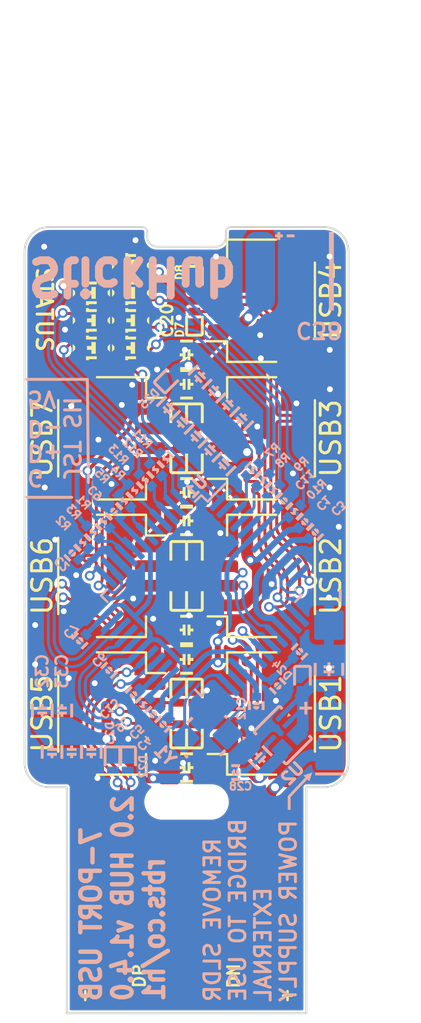
<source format=kicad_pcb>
(kicad_pcb (version 20210126) (generator pcbnew)
  (layers (0 "F.Cu" signal) (31 "B.Cu" signal) (34 "B.Paste" user) (35 "F.Paste" user) (36 "B.SilkS" user "B.Silkscreen") (37 "F.SilkS" user "F.Silkscreen") (38 "B.Mask" user) (39 "F.Mask" user) (44 "Edge.Cuts" user))
  (net 0 "")
  (net 1 "GND")
  (net 2 "+5V")
  (net 3 "Net-(C2-Pad1)")
  (net 4 "+3V3")
  (net 5 "+1V8")
  (net 6 "Net-(R3-Pad2)")
  (net 7 "Net-(R4-Pad2)")
  (net 8 "Net-(R5-Pad2)")
  (net 9 "Net-(R6-Pad1)")
  (net 10 "Net-(U1-Pad2)")
  (net 11 "Net-(U1-Pad44)")
  (net 12 "Net-(D15-PadGA)")
  (net 13 "Net-(D16-PadGA)")
  (net 14 "Net-(D17-PadGA)")
  (net 15 "Net-(D18-PadGA)")
  (net 16 "Net-(D19-PadGA)")
  (net 17 "Net-(D20-PadGA)")
  (net 18 "Net-(D21-PadGA)")
  (net 19 "/U1D-")
  (net 20 "/U1D+")
  (net 21 "/U2D-")
  (net 22 "/U2D+")
  (net 23 "/U3D-")
  (net 24 "/U3D+")
  (net 25 "/U4D-")
  (net 26 "/U4D+")
  (net 27 "/U5D-")
  (net 28 "/U5D+")
  (net 29 "/U6D-")
  (net 30 "/U6D+")
  (net 31 "/U7D-")
  (net 32 "/U7D+")
  (net 33 "/LED1")
  (net 34 "/D-")
  (net 35 "/D+")
  (net 36 "/LED2")
  (net 37 "/LED3")
  (net 38 "/LED4")
  (net 39 "/LED5")
  (net 40 "/LED6")
  (net 41 "/LED7")
  (net 42 "/LC")
  (net 43 "/XO")
  (net 44 "/XI")
  (net 45 "VIN")
  (net 46 "Net-(C28-Pad1)")
  (net 47 "Net-(J1-Pad1)")
  (footprint "Diode_SMD:1006_C" (layer "F.Cu") (at 150.4 96.75 -90)
    (fp_text reference "D4" hide)
    (fp_text value "TVS")
  )
  (footprint "Connector_JST:JST_SH_SM04B-SRSS-TB_1x04-1MP_P1.00mm_Horizontal" (layer "F.Cu") (at 146.15 97.75 -90)
    (fp_text reference "J7" hide)
    (fp_text value "USB6")
  )
  (footprint "Connector_JST:JST_SH_SM04B-SRSS-TB_1x04-1MP_P1.00mm_Horizontal" (layer "F.Cu") (at 146.15 90.75 -90)
    (fp_text reference "J8" hide)
    (fp_text value "USB7")
  )
  (footprint "Diode_SMD:1006_C" (layer "F.Cu") (at 149.6 105.75 90)
    (fp_text reference "D10" hide)
    (fp_text value "TVS")
  )
  (footprint "Capacitor_SMD:2012_C" (layer "F.Cu") (at 150 93.5 180)
    (fp_text reference "C18" hide)
    (fp_text value "0.1uF 100V")
  )
  (footprint "Capacitor_SMD:2012_C" (layer "F.Cu") (at 150 100.5 180)
    (fp_text reference "C16" hide)
    (fp_text value "0.1uF 100V")
  )
  (footprint "LED_SMD:Duo_LED_1.6x0.8_Kingbright_APHB1608LZGKSURKC" (layer "F.Cu") (at 147.152792 86.15)
    (fp_text reference "D15" hide)
    (fp_text value "USB")
  )
  (footprint "Capacitor_SMD:2012_C" (layer "F.Cu") (at 150 107.5 180)
    (fp_text reference "C14" hide)
    (fp_text value "0.1uF 100V")
  )
  (footprint "Diode_SMD:1006_C" (layer "F.Cu") (at 150.4 82.75 -90)
    (fp_text reference "D8")
    (fp_text value "TVS")
  )
  (footprint "Diode_SMD:1006_C" (layer "F.Cu") (at 149.6 103.75 -90)
    (fp_text reference "D9" hide)
    (fp_text value "TVS")
  )
  (footprint "LED_SMD:Duo_LED_1.6x0.8_Kingbright_APHB1608LZGKSURKC" (layer "F.Cu") (at 147.152792 84.75)
    (fp_text reference "D16" hide)
    (fp_text value "USB")
  )
  (footprint "Diode_SMD:1006_C" (layer "F.Cu") (at 150.4 105.75 90)
    (fp_text reference "D1" hide)
    (fp_text value "TVS")
  )
  (footprint "Diode_SMD:1006_C" (layer "F.Cu") (at 150.4 91.75 90)
    (fp_text reference "D5" hide)
    (fp_text value "TVS")
  )
  (footprint "Diode_SMD:1006_C" (layer "F.Cu") (at 150.4 98.75 90)
    (fp_text reference "D3" hide)
    (fp_text value "TVS")
  )
  (footprint "Capacitor_SMD:2012_C" (layer "F.Cu") (at 150 102)
    (fp_text reference "C15" hide)
    (fp_text value "0.1uF 100V")
  )
  (footprint "Connector_JST:JST_SH_SM04B-SRSS-TB_1x04-1MP_P1.00mm_Horizontal" (layer "F.Cu") (at 153.85 104.75 90)
    (fp_text reference "J2" hide)
    (fp_text value "USB1")
  )
  (footprint "LED_SMD:Duo_LED_1.6x0.8_Kingbright_APHB1608LZGKSURKC" (layer "F.Cu") (at 145.152792 86.15)
    (fp_text reference "D19" hide)
    (fp_text value "USB")
  )
  (footprint "Connector_JST:JST_SH_SM04B-SRSS-TB_1x04-1MP_P1.00mm_Horizontal" (layer "F.Cu") (at 153.85 83.75 90)
    (fp_text reference "J5" hide)
    (fp_text value "USB4")
  )
  (footprint "Capacitor_SMD:2012_C" (layer "F.Cu") (at 150 86.5 180)
    (fp_text reference "C20")
    (fp_text value "0.1uF 100V")
  )
  (footprint "LED_SMD:Duo_LED_1.6x0.8_Kingbright_APHB1608LZGKSURKC" (layer "F.Cu") (at 145.152792 84.75)
    (fp_text reference "D20" hide)
    (fp_text value "USB")
  )
  (footprint "Diode_SMD:1006_C" (layer "F.Cu") (at 150.4 89.75 -90)
    (fp_text reference "D6" hide)
    (fp_text value "TVS")
  )
  (footprint "Connector_USB:USB_A_PCB_traces_small" (layer "F.Cu") (at 150 120 90)
    (fp_text reference "J1" hide)
    (fp_text value "HOST" hide)
  )
  (footprint "Capacitor_SMD:2012_C" (layer "F.Cu") (at 150 94.95)
    (fp_text reference "C17" hide)
    (fp_text value "0.1uF 100V")
  )
  (footprint "Diode_SMD:1006_C" (layer "F.Cu") (at 150.4 84.75 90)
    (fp_text reference "D7")
    (fp_text value "TVS")
  )
  (footprint "Diode_SMD:1006_C" (layer "F.Cu") (at 149.6 91.75 90)
    (fp_text reference "D14" hide)
    (fp_text value "TVS")
  )
  (footprint "LED_SMD:Duo_LED_1.6x0.8_Kingbright_APHB1608LZGKSURKC" (layer "F.Cu") (at 145.152792 83.35)
    (fp_text reference "D21" hide)
    (fp_text value "USB")
  )
  (footprint "Connector_JST:JST_SH_SM04B-SRSS-TB_1x04-1MP_P1.00mm_Horizontal" (layer "F.Cu") (at 153.85 90.75 90)
    (fp_text reference "J4" hide)
    (fp_text value "USB3")
  )
  (footprint "Diode_SMD:1006_C" (layer "F.Cu") (at 149.6 96.75 -90)
    (fp_text reference "D11" hide)
    (fp_text value "TVS")
  )
  (footprint "Connector_JST:JST_SH_SM04B-SRSS-TB_1x04-1MP_P1.00mm_Horizontal" (layer "F.Cu") (at 146.15 104.75 -90)
    (fp_text reference "J6" hide)
    (fp_text value "USB5")
  )
  (footprint "Capacitor_SMD:2012_C" (layer "F.Cu") (at 150 88)
    (fp_text reference "C19" hide)
    (fp_text value "0.1uF 100V")
  )
  (footprint "LED_SMD:Duo_LED_1.6x0.8_Kingbright_APHB1608LZGKSURKC" (layer "F.Cu") (at 147.152792 83.35)
    (fp_text reference "D17" hide)
    (fp_text value "USB")
  )
  (footprint "LED_SMD:Duo_LED_1.6x0.8_Kingbright_APHB1608LZGKSURKC" (layer "F.Cu") (at 147.152792 81.95)
    (fp_text reference "D18" hide)
    (fp_text value "USB")
  )
  (footprint "Diode_SMD:1006_C" (layer "F.Cu") (at 150.4 103.75 -90)
    (fp_text reference "D2" hide)
    (fp_text value "TVS")
  )
  (footprint "Diode_SMD:1006_C" (layer "F.Cu") (at 149.6 98.75 90)
    (fp_text reference "D12" hide)
    (fp_text value "TVS")
  )
  (footprint "MountingHole:Plain_Hole_3mm" (layer "F.Cu") (at 150 109.25)
    (fp_text reference "H1")
    (fp_text value "Strap")
  )
  (footprint "Connector_JST:JST_SH_SM04B-SRSS-TB_1x04-1MP_P1.00mm_Horizontal" (layer "F.Cu") (at 153.85 97.75 90)
    (fp_text reference "J3" hide)
    (fp_text value "USB2")
  )
  (footprint "Diode_SMD:1006_C" (layer "F.Cu") (at 149.6 89.75 -90)
    (fp_text reference "D13" hide)
    (fp_text value "TVS")
  )
  (footprint "Capacitor_SMD:1608_C" (layer "B.Cu") (at 151.392893 88.342893 45)
    (fp_text reference "C36" hide)
    (fp_text value "22uF 10V")
  )
  (footprint "Resistor_SMD:1005_C" (layer "B.Cu") (at 153.37132 92.343146 -135)
    (fp_text reference "R7")
    (fp_text value "470")
  )
  (footprint "Capacitor_SMD:1608_C" (layer "B.Cu") (at 142.65 104.6 90)
    (fp_text reference "C32")
    (fp_text value "22uF 10V")
  )
  (footprint "Diode_SMD:1006_C" (layer "B.Cu") (at 146.25 107.2 -90)
    (fp_text reference "D23")
    (fp_text value "TVS")
  )
  (footprint "Capacitor_SMD:1608_C" (layer "B.Cu") (at 150.685786 87.635786 45)
    (fp_text reference "C37" hide)
    (fp_text value "22uF 10V")
  )
  (footprint "Capacitor_SMD:1005_C" (layer "B.Cu") (at 154.96231 93.934136 45)
    (fp_text reference "C11")
    (fp_text value "0.1uF")
  )
  (footprint "Resistor_SMD:1005_C" (layer "B.Cu") (at 147.891242 92.873476 -45)
    (fp_text reference "R13")
    (fp_text value "470")
  )
  (footprint "Package_DFN_QFN:TDFN-8_1.5x2mm_Fused-Lead_JEDEC_MO-252_W2015D" (layer "B.Cu") (at 154.9 105.85 -135)
    (fp_text reference "U2")
    (fp_text value "Dialog_SLG5NT1487V")
  )
  (footprint "SH_Solder_Pads:1P-1.5x1.5" (layer "B.Cu") (at 157.25 100.25)
    (fp_text reference "J9" hide)
    (fp_text value "EXTGND" hide)
  )
  (footprint "Resistor_SMD:1005_C" (layer "B.Cu") (at 147.360912 93.403806 -45)
    (fp_text reference "R4")
    (fp_text value "100k")
  )
  (footprint "Capacitor_SMD:1005_C" (layer "B.Cu") (at 155.75 101.6 45)
    (fp_text reference "C8" hide)
    (fp_text value "0.1uF")
  )
  (footprint "Resistor_SMD:1005_C" (layer "B.Cu") (at 148.951902 91.812816 -45)
    (fp_text reference "R11")
    (fp_text value "470")
  )
  (footprint "Capacitor_SMD:1005_C" (layer "B.Cu") (at 146.05 102.55 -135)
    (fp_text reference "C6")
    (fp_text value "0.1uF")
  )
  (footprint "Capacitor_SMD:1005_C" (layer "B.Cu") (at 144.178932 96.585787 135)
    (fp_text reference "C2")
    (fp_text value "0.1uF")
  )
  (footprint "Resistor_SMD:1005_C" (layer "B.Cu") (at 147.8 104.3 -135)
    (fp_text reference "R6")
    (fp_text value "2.7k")
  )
  (footprint "Capacitor_SMD:1005_C" (layer "B.Cu") (at 148.8 105.3 -135)
    (fp_text reference "C4")
    (fp_text value "10uF 6.3V")
  )
  (footprint "Diode_SMD:1006_C" (layer "B.Cu") (at 155.9 103.1 -90)
    (fp_text reference "D24")
    (fp_text value "5V")
  )
  (footprint "Symbol:Creative_Commons_BY_Mask" (layer "B.Cu") (at 146.75 86.25)
    (fp_text reference "LOGO2" hide)
    (fp_text value "Logo" hide)
  )
  (footprint "Diode_SMD:1006_C" (layer "B.Cu") (at 149.15 87.65 45)
    (fp_text reference "D25")
    (fp_text value "5V")
  )
  (footprint "Resistor_SMD:1005_C" (layer "B.Cu") (at 155.49264 94.464466 -135)
    (fp_text reference "R10")
    (fp_text value "470")
  )
  (footprint "Resistor_SMD:1005_C" (layer "B.Cu") (at 144.709262 96.055456 135)
    (fp_text reference "R2")
    (fp_text value "100k")
  )
  (footprint "Resistor_SMD:1005_C" (layer "B.Cu") (at 153.90165 92.873476 -135)
    (fp_text reference "R8")
    (fp_text value "470")
  )
  (footprint "Capacitor_SMD:1005_C" (layer "B.Cu") (at 152.5 107.75 180)
    (fp_text reference "C28")
    (fp_text value "22nF")
  )
  (footprint "Capacitor_SMD:1005_C" (layer "B.Cu") (at 156.5533 95.525126 45)
    (fp_text reference "C3")
    (fp_text value "10uF 6.3V")
  )
  (footprint "Capacitor_SMD:1005_C" (layer "B.Cu") (at 148.3 104.8 -135)
    (fp_text reference "C5")
    (fp_text value "0.1uF")
  )
  (footprint "Capacitor_SMD:1608_C" (layer "B.Cu") (at 153.75 107 135)
    (fp_text reference "C22" hide)
    (fp_text value "22uF 10V")
  )
  (footprint "Capacitor_SMD:1608_C" (layer "B.Cu") (at 151.2 91.35 -135)
    (fp_text reference "C26" hide)
    (fp_text value "22uF 10V")
  )
  (footprint "Symbol:Creative_Commons_CC_Mask" (layer "B.Cu") (at 145.25 86.25 180)
    (fp_text reference "LOGO1" hide)
    (fp_text value "Logo" hide)
  )
  (footprint "Symbol:Creative_Commons_NC_Mask" (layer "B.Cu") (at 145.25 84.75)
    (fp_text reference "LOGO3" hide)
    (fp_text value "Logo" hide)
  )
  (footprint "Symbol:Creative_Commons_SA_Mask" (layer "B.Cu") (at 146.75 84.75)
    (fp_text reference "LOGO4" hide)
    (fp_text value "Logo" hide)
  )
  (footprint "Capacitor_SMD:1608_C" (layer "B.Cu") (at 150.492893 90.642893 -135)
    (fp_text reference "C25" hide)
    (fp_text value "22uF 10V")
  )
  (footprint "Crystal:Crystal_4-SMD_2.5x2mm" (layer "B.Cu") (at 150.997487 105.927135 -135)
    (fp_text reference "Y1")
    (fp_text value "12MHz 50ppm 16-20pF" hide)
  )
  (footprint "Capacitor_SMD:1608_C" (layer "B.Cu") (at 152.807107 89.757107 45)
    (fp_text reference "C34" hide)
    (fp_text value "22uF 10V")
  )
  (footprint "Capacitor_SMD:1608_C" (layer "B.Cu") (at 144.15 106.7 -90)
    (fp_text reference "C29" hide)
    (fp_text value "22uF 10V")
  )
  (footprint "Resistor_SMD:1005_C" (layer "B.Cu") (at 148.421572 92.343146 -45)
    (fp_text reference "R12")
    (fp_text value "470")
  )
  (footprint "Diode_SMD:1006_C" (layer "B.Cu") (at 147 107.2 -90)
    (fp_text reference "D22")
    (fp_text value "TVS")
  )
  (footprint "Package_QFP:LQFP-48_7x7mm_P0.5mm" (layer "B.Cu") (at 150.75 98.75 -135)
    (fp_text reference "U1")
    (fp_text value "MaxLinear_XR22417-48")
  )
  (footprint "SH_Solder_Pads:JP-2_1.5x1.5" (layer "B.Cu") (at 157.25 105.9 90)
    (fp_text reference "JP1" hide)
    (fp_text value "EXTPWR")
  )
  (footprint "Resistor_SMD:1005_C" (layer "B.Cu") (at 145.769922 94.994796 -45)
    (fp_text reference "R1")
    (fp_text value "10k")
  )
  (footprint "Resistor_SMD:1005_C" (layer "B.Cu") (at 154.43198 93.403806 -135)
    (fp_text reference "R9")
    (fp_text value "470")
  )
  (footprint "Capacitor_SMD:1608_C" (layer "B.Cu") (at 149.785785 89.935786 -135)
    (fp_text reference "C24" hide)
    (fp_text value "22uF 10V")
  )
  (footprint "Capacitor_SMD:1608_C" (layer "B.Cu") (at 152.1 89.05 45)
    (fp_text reference "C35" hide)
    (fp_text value "22uF 10V")
  )
  (footprint "Capacitor_SMD:CP_Elec_6.3x11_Board_Edge_Mirrored" (layer "B.Cu") (at 155 80 180)
    (fp_text reference "C38")
    (fp_text value "330uF 10V")
  )
  (footprint "Capacitor_SMD:1005_C" (layer "B.Cu") (at 144.562816 101.048097 -135)
    (fp_text reference "C7")
    (fp_text value "0.1uF")
  )
  (footprint "Capacitor_SMD:1005_C" (layer "B.Cu") (at 156.02297 94.994796 45)
    (fp_text reference "C1")
    (fp_text value "1uF 10V")
  )
  (footprint "Capacitor_SMD:1005_C" (layer "B.Cu") (at 146.300252 94.464466 135)
    (fp_text reference "C9")
    (fp_text value "0.1uF")
  )
  (footprint "Capacitor_SMD:1005_C" (layer "B.Cu") (at 147.3 103.8 -135)
    (fp_text reference "C13")
    (fp_text value "0.1uF")
  )
  (footprint "Capacitor_SMD:1005_C" (layer "B.Cu") (at 154.639086 103.346194 -45)
    (fp_text reference "C10" hide)
    (fp_text value "0.1uF")
  )
  (footprint "Capacitor_SMD:1608_C" (layer "B.Cu") (at 143.15 106.7 -90)
    (fp_text reference "C31" hide)
    (fp_text value "22uF 10V")
  )
  (footprint "Capacitor_SMD:1005_C" (layer "B.Cu") (at 153.55 104.35 -90)
    (fp_text reference "C12")
    (fp_text value "0.1uF")
  )
  (footprint "Resistor_SMD:1005_C" (layer "B.Cu") (at 146.830582 93.934136 -45)
    (fp_text reference "R5")
    (fp_text value "100k")
  )
  (footprint "Capacitor_SMD:1608_C" (layer "B.Cu") (at 143.65 104.6 90)
    (fp_text reference "C33")
    (fp_text value "22uF 10V")
  )
  (footprint "Capacitor_SMD:1608_C" (layer "B.Cu") (at 145.15 106.7 -90)
    (fp_text reference "C30" hide)
    (fp_text value "22uF 10V")
  )
  (footprint "Resistor_SMD:1005_C" (layer "B.Cu") (at 145.239592 95.525126 -45)
    (fp_text reference "R3")
    (fp_text value "100k")
  )
  (footprint "Capacitor_SMD:1608_C" (layer "B.Cu") (at 151.907106 92.057107 -135)
    (fp_text reference "C27" hide)
    (fp_text value "22uF 10V")
  )
  (footprint "Capacitor_SMD:1608_C" (layer "B.Cu") (at 149.078679 89.22868 -135)
    (fp_text reference "C23" hide)
    (fp_text value "22uF 10V")
  )
  (footprint "Capacitor_SMD:2012_C" (layer "B.Cu") (at 157.25 102.5 90)
    (fp_text reference "C21" hide)
    (fp_text value "0.1uF 100V")
  )
  (gr_line (start 144.95 87.75) (end 145 93) (layer "B.SilkS") (width 0.15))
  (gr_line (start 141.875 87.75) (end 144.95 87.75) (layer "B.SilkS") (width 0.15))
  (gr_line (start 144.15 93.75) (end 141.875 93.75) (layer "B.SilkS") (width 0.15))
  (gr_poly (pts (xy 156.25 108.2) (xy 156.15 108.1) (xy 155.3 109) (xy 155.3 109.65) (xy 155.15 109.65) (xy 155.15 108.95) (xy 156.05 108) (xy 155.95 107.9) (xy 156.4 107.75)) (layer "B.SilkS") (width 0) (fill solid))
  (gr_poly (pts (xy 157.9 99.05) (xy 157.75 99.05) (xy 157.75 98.45) (xy 157.9 98.45)) (layer "B.SilkS") (width 0) (fill solid))
  (gr_poly (pts (xy 156.15 104.4) (xy 156.4 104.4) (xy 156.4 104.55) (xy 156.15 104.55) (xy 156.15 104.8) (xy 156 104.8) (xy 156 104.55) (xy 155.75 104.55) (xy 155.75 104.4) (xy 156 104.4) (xy 156 104.15) (xy 156.15 104.15)) (layer "B.SilkS") (width 0) (fill solid))
  (gr_line (start 152.25 80) (end 157 80) (layer "Edge.Cuts") (width 0.1))
  (gr_line (start 148.5 81) (end 151.5 81) (layer "Edge.Cuts") (width 0.1))
  (gr_line (start 157 108.5) (end 156.1 108.5) (layer "Edge.Cuts") (width 0.1))
  (gr_line (start 141.75 107.25) (end 141.75 81.25) (layer "Edge.Cuts") (width 0.1))
  (gr_line (start 156.1 120) (end 156.1 108.5) (layer "Edge.Cuts") (width 0.1))
  (gr_line (start 148 80.25) (end 148 80.5) (layer "Edge.Cuts") (width 0.1))
  (gr_arc (start 152.25 80.25) (end 152.25 80) (angle -90) (layer "Edge.Cuts") (width 0.1))
  (gr_line (start 143.9 120) (end 143.9 108.5) (layer "Edge.Cuts") (width 0.1))
  (gr_arc (start 143 81.25) (end 143 80) (angle -90) (layer "Edge.Cuts") (width 0.1))
  (gr_arc (start 147.75 80.25) (end 148 80.25) (angle -90) (layer "Edge.Cuts") (width 0.1))
  (gr_arc (start 143 107.25) (end 141.75 107.25) (angle -90) (layer "Edge.Cuts") (width 0.1))
  (gr_line (start 143.9 120) (end 156.1 120) (layer "Edge.Cuts") (width 0.1))
  (gr_line (start 158.25 81.25) (end 158.25 107.25) (layer "Edge.Cuts") (width 0.1))
  (gr_line (start 143 80) (end 147.75 80) (layer "Edge.Cuts") (width 0.1))
  (gr_arc (start 157 107.25) (end 157 108.5) (angle -90) (layer "Edge.Cuts") (width 0.1))
  (gr_arc (start 157 81.25) (end 158.25 81.25) (angle -90) (layer "Edge.Cuts") (width 0.1))
  (gr_arc (start 148.5 80.5) (end 148 80.5) (angle -90) (layer "Edge.Cuts") (width 0.1))
  (gr_line (start 143.9 108.5) (end 143 108.5) (layer "Edge.Cuts") (width 0.1))
  (gr_arc (start 151.5 80.5) (end 151.5 81) (angle -90) (layer "Edge.Cuts") (width 0.1))
  (gr_line (start 152 80.5) (end 152 80.25) (layer "Edge.Cuts") (width 0.1))
  (gr_text "G" (at 141.8 92.75 180) (layer "B.SilkS") (effects (font (size 0.8 0.8)) (justify left mirror)))
  (gr_text "D-" (at 141.8 90.25 180) (layer "B.SilkS") (effects (font (size 0.8 0.8)) (justify left mirror)))
  (gr_text "JST SH" (at 144.15 90.75 270) (layer "B.SilkS") (effects (font (size 0.8 0.8)) (justify mirror)))
  (gr_text "StickHub" (at 147.25 82.5 180) (layer "B.SilkS") (effects (font (size 1.8 1.6) (thickness 0.4)) (justify mirror)))
  (gr_text "D+" (at 141.8 91.5 180) (layer "B.SilkS") (effects (font (size 0.8 0.8)) (justify left mirror)))
  (gr_text "5V" (at 141.8 88.75 180) (layer "B.SilkS") (effects (font (size 0.8 0.8)) (justify left mirror)))
  (gr_text "REMOVE SLDR\nBRIDGE TO USE\nEXTERNAL\nPOWER SUPPLY" (at 153.25 119.5 90) (layer "B.SilkS") (effects (font (size 0.8 0.8)) (justify right mirror)))
  (gr_text "7-PORT USB\n2.0 HUB v1.4.0\nrbts.co/h1" (at 146.75 119.5 90) (layer "B.SilkS") (effects (font (size 1 0.9) (thickness 0.225)) (justify right mirror)))
  (gr_text "STATUS" (at 142.75 84.2 270) (layer "F.SilkS") (effects (font (size 0.8 0.8))))
  (segment (start 143.69 85.34) (end 143.81 85.22) (width 0.15) (layer "F.Cu") (net 1))
  (segment (start 145.46 108.03) (end 144.755 108.03) (width 0.6) (layer "F.Cu") (net 1))
  (segment (start 149.5 89.265) (end 150.5 89.265) (width 0.25) (layer "F.Cu") (net 1))
  (segment (start 155.875 94.95) (end 157.45 94.95) (width 0.4) (layer "F.Cu") (net 1))
  (segment (start 155.875 93.55) (end 156.175 93.25) (width 0.4) (layer "F.Cu") (net 1))
  (segment (start 153.78 86.68) (end 153.78 85.53) (width 0.15) (layer "F.Cu") (net 1))
  (segment (start 150.5 92.235) (end 150.03 92.705) (width 0.4) (layer "F.Cu") (net 1))
  (segment (start 142.25 85.34) (end 143.69 85.34) (width 0.15) (layer "F.Cu") (net 1))
  (segment (start 155.875 100.55) (end 155.27 99.945) (width 0.4) (layer "F.Cu") (net 1))
  (segment (start 151.85 95.7) (end 151.72 95.57) (width 0.25) (layer "F.Cu") (net 1))
  (segment (start 143.041636 100.25) (end 142.29 100.25) (width 0.4) (layer "F.Cu") (net 1))
  (segment (start 144.125 87.95) (end 142.45 87.95) (width 0.4) (layer "F.Cu") (net 1))
  (segment (start 150.825 88) (end 150.825 88.075) (width 0.5) (layer "F.Cu") (net 1))
  (segment (start 148.3 92.55) (end 148 92.25) (width 0.4) (layer "F.Cu") (net 1))
  (segment (start 143.31 96.64) (end 143.31 95.91) (width 0.15) (layer "F.Cu") (net 1))
  (segment (start 152 82.25) (end 154.575 82.25) (width 0.15) (layer "F.Cu") (net 1))
  (segment (start 150.5 92.235) (end 149.5 92.235) (width 0.25) (layer "F.Cu") (net 1))
  (segment (start 148.5 87.638006) (end 148.5 87.25) (width 0.4) (layer "F.Cu") (net 1))
  (segment (start 156.175 93.25) (end 157.28 93.25) (width 0.4) (layer "F.Cu") (net 1))
  (segment (start 150.5 89.265) (end 151.985 89.265) (width 0.25) (layer "F.Cu") (net 1))
  (segment (start 149.94999 84.653056) (end 149.86999 84.573056) (width 0.15) (layer "F.Cu") (net 1))
  (segment (start 148 99.25) (end 149.616884 99.25) (width 0.4) (layer "F.Cu") (net 1))
  (segment (start 148 106.25) (end 147.24 106.25) (width 0.25) (layer "F.Cu") (net 1))
  (segment (start 149.5 92.235) (end 148.015 92.235) (width 0.25) (layer "F.Cu") (net 1))
  (segment (start 142.25 85.34) (end 142.25 81.5) (width 0.4) (layer "F.Cu") (net 1))
  (segment (start 144.755 108.03) (end 144.275 107.55) (width 0.6) (layer "F.Cu") (net 1))
  (segment (start 147.24 106.25) (end 147.03 106.04) (width 0.25) (layer "F.Cu") (net 1))
  (segment (start 150.195 95.58) (end 150.825 94.95) (width 0.5) (layer "F.Cu") (net 1))
  (segment (start 149.86999 82.926944) (end 149.94999 82.846944) (width 0.15) (layer "F.Cu") (net 1))
  (segment (start 152 89.25) (end 152.420453 89.25) (width 0.4) (layer "F.Cu") (net 1))
  (segment (start 152 103.25) (end 150.515 103.25) (width 0.4) (layer "F.Cu") (net 1))
  (segment (start 150.5 96.265) (end 150.5 96.02) (width 0.4) (layer "F.Cu") (net 1))
  (segment (start 147.300003 88.100003) (end 148.038003 88.100003) (width 0.4) (layer "F.Cu") (net 1))
  (segment (start 148.015 106.235) (end 148 106.25) (width 0.4) (layer "F.Cu") (net 1))
  (segment (start 144 102.95) (end 142.99 102.95) (width 0.4) (layer "F.Cu") (net 1))
  (segment (start 143.31 95.765) (end 144.125 94.95) (width 0.25) (layer "F.Cu") (net 1))
  (segment (start 148.038003 88.100003) (end 148.5 87.638006) (width 0.4) (layer "F.Cu") (net 1))
  (segment (start 150.5 82.265) (end 151.985 82.265) (width 0.15) (layer "F.Cu") (net 1))
  (segment (start 145.32 103.21) (end 144.26 103.21) (width 0.4) (layer "F.Cu") (net 1))
  (segment (start 155.875 100.55) (end 156.57 100.55) (width 0.25) (layer "F.Cu") (net 1))
  (segment (start 144.125 89.115) (end 144.12 89.11) (width 0.25) (layer "F.Cu") (net 1))
  (segment (start 150.5 103.265) (end 150.57 103.195) (width 0.4) (layer "F.Cu") (net 1))
  (segment (start 146.938761 92.25) (end 146.180031 93.00873) (width 0.25) (layer "F.Cu") (net 1))
  (segment (start 149.616884 99.25) (end 150.124571 99.757687) (width 0.4) (layer "F.Cu") (net 1))
  (segment (start 144.125 89.105) (end 144.12 89.11) (width 0.4) (layer "F.Cu") (net 1))
  (segment (start 144.125 94.95) (end 144.125 93.55) (width 0.25) (layer "F.Cu") (net 1))
  (segment (start 149.86999 84.573056) (end 149.86999 84.026944) (width 0.15) (layer "F.Cu") (net 1))
  (segment (start 142.45 87.95) (end 142.25 87.75) (width 0.4) (layer "F.Cu") (net 1))
  (segment (start 148 99.25) (end 147.63 99.25) (width 0.25) (layer "F.Cu") (net 1))
  (segment (start 150.03 92.705) (end 150.03 92.96) (width 0.4) (layer "F.Cu") (net 1))
  (segment (start 143.31 95.91) (end 143.31 95.765) (width 0.25) (layer "F.Cu") (net 1))
  (segment (start 157 87.95) (end 157.3 88.25) (width 0.4) (layer "F.Cu") (net 1))
  (segment (start 149.86999 84.026944) (end 149.85 84.006954) (width 0.15) (layer "F.Cu") (net 1))
  (segment (start 145.75 114.71) (end 145.75 108.5) (width 0.6) (layer "F.Cu") (net 1))
  (segment (start 144.125 107.55) (end 144.8 107.55) (width 0.4) (layer "F.Cu") (net 1))
  (segment (start 144.125 107.55) (end 144.98 107.55) (width 0.15) (layer "F.Cu") (net 1))
  (segment (start 145.75 108.32) (end 145.46 108.03) (width 0.6) (layer "F.Cu") (net 1))
  (segment (start 151.985 82.265) (end 152 82.25) (width 0.15) (layer "F.Cu") (net 1))
  (segment (start 144.125 87.95) (end 147.15 87.95) (width 0.15) (layer "F.Cu") (net 1))
  (segment (start 144.98 107.55) (end 145.46 108.03) (width 0.15) (layer "F.Cu") (net 1))
  (segment (start 154.575 82.25) (end 155.875 80.95) (width 0.15) (layer "F.Cu") (net 1))
  (segment (start 151.985 103.265) (end 152 103.25) (width 0.4) (layer "F.Cu") (net 1))
  (segment (start 156.57 100.55) (end 157.8 99.32) (width 0.25) (layer "F.Cu") (net 1))
  (segment (start 149.94999 82.81501) (end 150.5 82.265) (width 0.15) (layer "F.Cu") (net 1))
  (segment (start 155.725 101.95) (end 156.75 101.95) (width 0.25) (layer "F.Cu") (net 1))
  (segment (start 150.515 103.25) (end 150.5 103.265) (width 0.4) (layer "F.Cu") (net 1))
  (segment (start 150.5 96.02) (end 150.06 95.58) (width 0.4) (layer "F.Cu") (net 1))
  (segment (start 157.8 99.32) (end 157.8 96.875) (width 0.25) (layer "F.Cu") (net 1))
  (segment (start 146.19 115.15) (end 145.75 114.71) (width 0.6) (layer "F.Cu") (net 1))
  (segment (start 149.911324 85.823676) (end 149.911324 86.248711) (width 0.4) (layer "F.Cu") (net 1))
  (segment (start 142.25 87.75) (end 142.25 85.34) (width 0.4) (layer "F.Cu") (net 1))
  (segment (start 149.86999 83.473056) (end 149.86999 82.926944) (width 0.15) (layer "F.Cu") (net 1))
  (segment (start 149.5 89.265) (end 149.5 89.18) (width 0.4) (layer "F.Cu") (net 1))
  (segment (start 142.99 102.95) (end 142.29 102.25) (width 0.4) (layer "F.Cu") (net 1))
  (segment (start 149.5 106.235) (end 148.015 106.235) (width 0.4) (layer "F.Cu") (net 1))
  (segment (start 156.73 80.95) (end 157.28 81.5) (width 0.4) (layer "F.Cu") (net 1))
  (segment (start 144.38 97.71) (end 143.31 96.64) (width 0.15) (layer "F.Cu") (net 1))
  (segment (start 153.78 85.53) (end 153.75 85.5) (width 0.15) (layer "F.Cu") (net 1))
  (segment (start 155.59501 88.22999) (end 155.59501 88.97) (width 0.15) (layer "F.Cu") (net 1))
  (segment (start 144.26 103.21) (end 144 102.95) (width 0.4) (layer "F.Cu") (net 1))
  (segment (start 149.85 83.493046) (end 149.86999 83.473056) (width 0.15) (layer "F.Cu") (net 1))
  (segment (start 144.125 93.55) (end 144.125 89.115) (width 0.25) (layer "F.Cu") (net 1))
  (segment (start 157.8 96.875) (end 155.875 94.95) (width 0.25) (layer "F.Cu") (net 1))
  (segment (start 144.8 107.55) (end 145.65 108.4) (width 0.4) (layer "F.Cu") (net 1))
  (segment (start 144.125 93.55) (end 143.08 93.55) (width 0.4) (layer "F.Cu") (net 1))
  (segment (start 150.825 88.075) (end 149.6 89.3) (width 0.5) (layer "F.Cu") (net 1))
  (segment (start 155.875 86.55) (end 155.875 87.95) (width 0.25) (layer "F.Cu") (net 1))
  (segment (start 151.5 81.5) (end 151.83 81.5) (width 0.4) (layer "F.Cu") (net 1))
  (segment (start 144.12 89.11) (end 144.12 89.43) (width 0.15) (layer "F.Cu") (net 1))
  (segment (start 148.015 92.235) (end 148 92.25) (width 0.25) (layer "F.Cu") (net 1))
  (segment (start 150.19 85.2) (end 149.6 84.61) (width 0.15) (layer "F.Cu") (net 1))
  (segment (start 149.5 96.25) (end 150.485 96.25) (width 0.15) (layer "F.Cu") (net 1))
  (segment (start 151.85 88.75) (end 151.6 88.5) (width 0.15) (layer "F.Cu") (net 1))
  (segment (start 155.875 93.55) (end 155.875 94.95) (width 0.25) (layer "F.Cu") (net 1))
  (segment (start 151.83 81.5) (end 152.38 80.95) (width 0.4) (layer "F.Cu") (net 1))
  (segment (start 144.125 87.95) (end 144.125 89.105) (width 0.4) (layer "F.Cu") (net 1))
  (segment (start 156.75 101.95) (end 157.25 102.45) (width 0.25) (layer "F.Cu") (net 1))
  (segment (start 150.5 85.235) (end 149.94999 84.68499) (width 0.15) (layer "F.Cu") (net 1))
  (segment (start 155.414117 93.089117) (end 155.414117 92.535883) (width 0.4) (layer "F.Cu") (net 1))
  (segment (start 145.75 108.5) (end 145.75 108.32) (width 0.6) (layer "F.Cu") (net 1))
  (segment (start 143.08 93.55) (end 142.78 93.25) (width 0.4) (layer "F.Cu") (net 1))
  (segment (start 149.94999 82.846944) (end 149.94999 82.81501) (width 0.15) (layer "F.Cu") (net 1))
  (segment (start 148 92.25) (end 146.938761 92.25) (width 0.15) (layer "F.Cu") (net 1))
  (segment (start 155.875 80.95) (end 152.38 80.95) (width 0.4) (layer "F.Cu") (net 1))
  (segment (start 155.875 93.55) (end 155.414117 93.089117) (width 0.4) (layer "F.Cu") (net 1))
  (segment (start 149.5 103.265) (end 150.5 103.265) (width 0.4) (layer "F.Cu") (net 1))
  (segment (start 155.875 100.55) (end 155.875 101.95) (width 0.25) (layer "F.Cu") (net 1))
  (segment (start 147.23 88.03) (end 147.300003 88.100003) (width 0.4) (layer "F.Cu") (net 1))
  (segment (start 149.175 107.5) (end 148.75 107.5) (width 0.4) (layer "F.Cu") (net 1))
  (segment (start 155.875 80.95) (end 155.875 86.55) (width 0.25) (layer "F.Cu") (net 1))
  (segment (start 151.85 89.25) (end 151.85 88.75) (width 0.15) (layer "F.Cu") (net 1))
  (segment (start 142.25 81.5) (end 142.75 81) (width 0.4) (layer "F.Cu") (net 1))
  (segment (start 146.180031 93.00873) (end 146.180031 93.072237) (width 0.25) (layer "F.Cu") (net 1))
  (segment (start 155.875 86.55) (end 156.175 86.25) (width 0.4) (layer "F.Cu") (net 1))
  (segment (start 150.5 85.235) (end 149.911324 85.823676) (width 0.4) (layer "F.Cu") (net 1))
  (segment (start 149.85 84.006954) (end 149.85 83.493046) (width 0.15) (layer "F.Cu") (net 1))
  (segment (start 150.5 106.235) (end 149.5 106.235) (width 0.4) (layer "F.Cu") (net 1))
  (segment (start 155.875 87.95) (end 157 87.95) (width 0.4) (layer "F.Cu") (net 1))
  (segment (start 151.85 96.25) (end 151.85 95.7) (width 0.25) (layer "F.Cu") (net 1))
  (segment (start 144.12 89.43) (end 145.51 90.82) (width 0.15) (layer "F.Cu") (net 1))
  (segment (start 150.485 96.25) (end 150.5 96.265) (width 0.15) (layer "F.Cu") (net 1))
  (segment (start 152.7 89.25) (end 153.6 90.15) (width 0.4) (layer "F.Cu") (net 1))
  (segment (start 148.75 107.5) (end 148.4 107.15) (width 0.4) (layer "F.Cu") (net 1))
  (segment (start 143.74501 99.546626) (end 143.041636 100.25) (width 0.4) (layer "F.Cu") (net 1))
  (segment (start 156.175 86.25) (end 157.29 86.25) (width 0.4) (layer "F.Cu") (net 1))
  (segment (start 151.85 89.25) (end 152.7 89.25) (width 0.4) (layer "F.Cu") (net 1))
  (segment (start 150.06 95.58) (end 150.195 95.58) (width 0.5) (layer "F.Cu") (net 1))
  (segment (start 151.985 89.265) (end 152 89.25) (width 0.25) (layer "F.Cu") (net 1))
  (segment (start 155.875 80.95) (end 156.73 80.95) (width 0.4) (layer "F.Cu") (net 1))
  (segment (start 157.45 94.95) (end 157.75 95.25) (width 0.4) (layer "F.Cu") (net 1))
  (segment (start 150.5 96.265) (end 151.985 96.265) (width 0.15) (layer "F.Cu") (net 1))
  (segment (start 151.985 96.265) (end 152 96.25) (width 0.15) (layer "F.Cu") (net 1))
  (segment (start 147.63 99.25) (end 147.28 98.9) (width 0.25) (layer "F.Cu") (net 1))
  (segment (start 151.7 88.95) (end 152 89.25) (width 0.4) (layer "F.Cu") (net 1))
  (segment (start 155.875 87.95) (end 155.59501 88.22999) (width 0.15) (layer "F.Cu") (net 1))
  (segment (start 150.4 85.2) (end 150.19 85.2) (width 0.15) (layer "F.Cu") (net 1))
  (segment (start 147.15 87.95) (end 147.23 88.03) (width 0.15) (layer "F.Cu") (net 1))
  (segment (start 149.94999 84.68499) (end 149.94999 84.653056) (width 0.15) (layer "F.Cu") (net 1))
  (via (at 157.25 102.45) (size 0.5) (drill 0.3) (layers "F.Cu" "B.Cu") (net 1))
  (via (at 151.5 81.5) (size 0.5) (drill 0.3) (layers "F.Cu" "B.Cu") (net 1))
  (via (at 142.78 93.25) (size 0.5) (drill 0.3) (layers "F.Cu" "B.Cu") (net 1))
  (via (at 150.124571 99.757687) (size 0.5) (drill 0.3) (layers "F.Cu" "B.Cu") (net 1))
  (via (at 146.180031 93.072237) (size 0.5) (drill 0.3) (layers "F.Cu" "B.Cu") (net 1))
  (via (at 157.3 88.25) (size 0.5) (drill 0.3) (layers "F.Cu" "B.Cu") (net 1))
  (via (at 142.29 100.25) (size 0.5) (drill 0.3) (layers "F.Cu" "B.Cu") (net 1))
  (via (at 142.75 81) (size 0.5) (drill 0.3) (layers "F.Cu" "B.Cu") (net 1))
  (via (at 150.03 92.96) (size 0.5) (drill 0.3) (layers "F.Cu" "B.Cu") (net 1))
  (via (at 148.3 99.93) (size 0.5) (drill 0.3) (layers "F.Cu" "B.Cu") (net 1))
  (via (at 157.25 98.85) (size 0.5) (drill 0.3) (layers "F.Cu" "B.Cu") (net 1))
  (via (at 148.4 107.15) (size 0.5) (drill 0.3) (layers "F.Cu" "B.Cu") (net 1))
  (via (at 147.23 88.03) (size 0.5) (drill 0.3) (layers "F.Cu" "B.Cu") (net 1))
  (via (at 157.28 81.5) (size 0.5) (drill 0.3) (layers "F.Cu" "B.Cu") (net 1))
  (via (at 149.819271 107.261475) (size 0.5) (drill 0.3) (layers "F.Cu" "B.Cu") (net 1))
  (via (at 157.29 86.25) (size 0.5) (drill 0.3) (layers "F.Cu" "B.Cu") (net 1))
  (via (at 153.78 86.68) (size 0.5) (drill 0.3) (layers "F.Cu" "B.Cu") (net 1))
  (via (at 143.31 95.91) (size 0.5) (drill 0.3) (layers "F.Cu" "B.Cu") (net 1))
  (via (at 147.03 106.04) (size 0.5) (drill 0.3) (layers "F.Cu" "B.Cu") (net 1))
  (via (at 147.28 98.9) (size 0.5) (drill 0.3) (layers "F.Cu" "B.Cu") (net 1))
  (via (at 157.28 93.25) (size 0.5) (drill 0.3) (layers "F.Cu" "B.Cu") (net 1))
  (via (at 142.29 102.25) (size 0.5) (drill 0.3) (layers "F.Cu" "B.Cu") (net 1))
  (via (at 151.72 95.57) (size 0.5) (drill 0.3) (layers "F.Cu" "B.Cu") (net 1))
  (via (at 155.414117 92.535883) (size 0.5) (drill 0.3) (layers "F.Cu" "B.Cu") (net 1))
  (via (at 151.034229 103.573736) (size 0.5) (drill 0.3) (layers "F.Cu" "B.Cu") (net 1))
  (via (at 146.7 89.05) (size 0.5) (drill 0.3) (layers "F.Cu" "B.Cu") (net 1))
  (via (at 148.5 87.25) (size 0.5) (drill 0.3) (layers "F.Cu" "B.Cu") (net 1))
  (via (at 153.3 105.5) (size 0.5) (drill 0.3) (layers "F.Cu" "B.Cu") (net 1))
  (via (at 154.331365 98.163517) (size 0.5) (drill 0.3) (layers "F.Cu" "B.Cu") (net 1))
  (via (at 150.06 95.58) (size 0.5) (drill 0.3) (layers "F.Cu" "B.Cu") (net 1))
  (via (at 143.81 85.22) (size 0.5) (drill 0.3) (layers "F.Cu" "B.Cu") (net 1))
  (via (at 157.75 95.25) (size 0.5) (drill 0.3) (layers "F.Cu" "B.Cu") (net 1))
  (via (at 153.75 85.5) (size 0.5) (drill 0.3) (layers "F.Cu" "B.Cu") (net 1))
  (via (at 143.74501 99.546626) (size 0.5) (drill 0.3) (layers "F.Cu" "B.Cu") (net 1))
  (via (at 153.6 90.15) (size 0.5) (drill 0.3) (layers "F.Cu" "B.Cu") (net 1))
  (via (at 151.65 100.15) (size 0.5) (drill 0.3) (layers "F.Cu" "B.Cu") (net 1))
  (via (at 147.4 80.67) (size 0.5) (drill 0.3) (layers "F.Cu" "B.Cu") (net 1))
  (via (at 144.12 89.11) (size 0.5) (drill 0.3) (layers "F.Cu" "B.Cu") (net 1))
  (via (at 144 102.95) (size 0.5) (drill 0.3) (layers "F.Cu" "B.Cu") (net 1))
  (via (at 145.46 108.03) (size 0.5) (drill 0.3) (layers "F.Cu" "B.Cu") (net 1))
  (via (at 144.38 97.71) (size 0.5) (drill 0.3) (layers "F.Cu" "B.Cu") (net 1))
  (via (at 154.55 104.1) (size 0.5) (drill 0.3) (layers "F.Cu" "B.Cu") (net 1))
  (via (at 149.911324 86.248711) (size 0.5) (drill 0.3) (layers "F.Cu" "B.Cu") (net 1))
  (via (at 146.938761 92.25) (size 0.5) (drill 0.3) (layers "F.Cu" "B.Cu") (net 1))
  (via (at 155.59501 88.97) (size 0.5) (drill 0.3) (layers "F.Cu" "B.Cu") (net 1))
  (via (at 145.32 103.21) (size 0.5) (drill 0.3) (layers "F.Cu" "B.Cu") (net 1))
  (via (at 145.51 90.82) (size 0.5) (drill 0.3) (layers "F.Cu" "B.Cu") (net 1))
  (via (at 151.6 88.5) (size 0.5) (drill 0.3) (layers "F.Cu" "B.Cu") (net 1))
  (via (at 149.6 84.61) (size 0.5) (drill 0.3) (layers "F.Cu" "B.Cu") (net 1))
  (segment (start 147.23 88.52) (end 146.7 89.05) (width 0.25) (layer "B.Cu") (net 1))
  (segment (start 157.25 102.45) (end 157.25 101.675) (width 0.25) (layer "B.Cu") (net 1))
  (segment (start 142.78 95.38) (end 142.78 93.25) (width 0.4) (layer "B.Cu") (net 1))
  (segment (start 154.957284 103.664392) (end 154.957284 103.664394) (width 0.4) (layer "B.Cu") (net 1))
  (segment (start 144.244618 101.366295) (end 143.74501 100.866687) (width 0.4) (layer "B.Cu") (net 1))
  (segment (start 157.3 93.23) (end 157.28 93.25) (width 0.4) (layer "B.Cu") (net 1))
  (segment (start 148.472313 99.757687) (end 148.3 99.93) (width 0.25) (layer "B.Cu") (net 1))
  (segment (start 153.927728 105.761612) (end 153.55 105.383884) (width 0.25) (layer "B.Cu") (net 1))
  (segment (start 153.927728 105.761612) (end 153.927728 105.867678) (width 0.25) (layer "B.Cu") (net 1))
  (segment (start 151.103553 103.64306) (end 151.034229 103.573736) (width 0.4) (layer "B.Cu") (net 1))
  (segment (start 151.103553 104.831119) (end 151.103553 103.64306) (width 0.4) (layer "B.Cu") (net 1))
  (segment (start 155.59501 88.49501) (end 153.78 86.68) (width 0.15) (layer "B.Cu") (net 1))
  (segment (start 147.28 97.754874) (end 147.28 98.9) (width 0.25) (layer "B.Cu") (net 1))
  (segment (start 154.957284 103.692716) (end 154.55 104.1) (width 0.25) (layer "B.Cu") (net 1))
  (segment (start 157.25 101.675) (end 157.25 100.25) (width 0.3) (layer "B.Cu") (net 1))
  (segment (start 147.780152 104.901829) (end 147.78015 104.901829) (width 0.4) (layer "B.Cu") (net 1))
  (segment (start 155.135551 93.760895) (end 154.800895 93.760895) (width 0.15) (layer "B.Cu") (net 1))
  (segment (start 142.29 102.25) (end 142.29 100.25) (width 0.4) (layer "B.Cu") (net 1))
  (segment (start 157.29 86.25) (end 157.28 86.24) (width 0.4) (layer "B.Cu") (net 1))
  (segment (start 155.9 102.65) (end 156.068198 102.481802) (width 0.3) (layer "B.Cu") (net 1))
  (segment (start 145.837097 94.001311) (end 145.837097 93.415171) (width 0.25) (layer "B.Cu") (net 1))
  (segment (start 143.31 95.91) (end 142.78 95.38) (width 0.4) (layer "B.Cu") (net 1))
  (segment (start 152.05 107.75) (end 152.05 107.745406) (width 0.25) (layer "B.Cu") (net 1))
  (segment (start 143.74501 100.866687) (end 143.74501 99.546626) (width 0.4) (layer "B.Cu") (net 1))
  (segment (start 150.891421 107.023151) (end 151.433151 107.023151) (width 0.25) (layer "B.Cu") (net 1))
  (segment (start 143.667589 96.267589) (end 143.31 95.91) (width 0.25) (layer "B.Cu") (net 1))
  (segment (start 156.775 101.675) (end 157.25 101.675) (width 0.3) (layer "B.Cu") (net 1))
  (segment (start 154.957284 103.664392) (end 154.957284 103.692716) (width 0.25) (layer "B.Cu") (net 1))
  (segment (start 150.463622 107.45095) (end 148.44095 107.45095) (width 0.25) (layer "B.Cu") (net 1))
  (segment (start 153.272703 105.527297) (end 153.3 105.5) (width 0.5) (layer "B.Cu") (net 1))
  (segment (start 148.510034 87.25) (end 148.5 87.25) (width 0.4) (layer "B.Cu") (net 1))
  (segment (start 156.068198 102.481802) (end 156.068198 101.281802) (width 0.3) (layer "B.Cu") (net 1))
  (segment (start 142.75 81) (end 147.07 81) (width 0.15) (layer "B.Cu") (net 1))
  (segment (start 157.3 88.25) (end 157.3 93.23) (width 0.4) (layer "B.Cu") (net 1))
  (segment (start 155.42 88.98) (end 155.43 88.97) (width 0.15) (layer "B.Cu") (net 1))
  (segment (start 154.957284 103.664392) (end 154.957284 103.492716) (width 0.3) (layer "B.Cu") (net 1))
  (segment (start 153.927728 105.867678) (end 153.272703 106.522703) (width 0.25) (layer "B.Cu") (net 1))
  (segment (start 153.272703 106.522703) (end 153.272703 105.527297) (width 0.5) (layer "B.Cu") (net 1))
  (segment (start 150.124571 99.757687) (end 148.472313 99.757687) (width 0.25) (layer "B.Cu") (net 1))
  (segment (start 151.323151 107.023151) (end 152.05 107.75) (width 0.25) (layer "B.Cu") (net 1))
  (segment (start 150.891421 107.023151) (end 150.463622 107.45095) (width 0.25) (layer "B.Cu") (net 1))
  (segment (start 147.637841 105.432159) (end 147.03 106.04) (width 0.4) (layer "B.Cu") (net 1))
  (segment (start 148.310482 105.432159) (end 147.637841 105.432159) (width 0.4) (layer "B.Cu") (net 1))
  (segment (start 152.05 107.745406) (end 153.272703 106.522703) (width 0.25) (layer "B.Cu") (net 1))
  (segment (start 143.860734 96.267589) (end 143.667589 96.267589) (width 0.25) (layer "B.Cu") (net 1))
  (segment (start 151.11827 107.25) (end 150.891421 107.023151) (width 0.4) (layer "B.Cu") (net 1))
  (segment (start 150.653097 107.261475) (end 149.819271 107.261475) (width 0.4) (layer "B.Cu") (net 1))
  (segment (start 149.911324 86.248711) (end 149.501289 86.248711) (width 0.4) (layer "B.Cu") (net 1))
  (segment (start 147.23 88.03) (end 147.23 88.52) (width 0.25) (layer "B.Cu") (net 1))
  (segment (start 146.569231 97.044105) (end 147.28 97.754874) (width 0.25) (layer "B.Cu") (net 1))
  (segment (start 150.759999 93.689999) (end 150.759999 94.880001) (width 0.4) (layer "B.Cu") (net 1))
  (segment (start 147.07 81) (end 147.4 80.67) (width 0.15) (layer "B.Cu") (net 1))
  (segment (start 156.068198 101.281802) (end 156.218198 101.281802) (width 0.3) (layer "B.Cu") (net 1))
  (segment (start 145.837097 93.415171) (end 146.180031 93.072237) (width 0.25) (layer "B.Cu") (net 1))
  (segment (start 151.748788 103.637876) (end 151.748788 104.185884) (width 0.15) (layer "B.Cu") (net 1))
  (segment (start 153.55 105.383884) (end 153.55 104.8) (width 0.25) (layer "B.Cu") (net 1))
  (segment (start 154.930769 97.044105) (end 155.549053 96.425821) (width 0.25) (layer "B.Cu") (net 1))
  (segment (start 156.91457 95.25) (end 157.75 95.25) (width 0.4) (layer "B.Cu") (net 1))
  (segment (start 150.90409 107.010482) (end 150.90409 105.030582) (width 0.15) (layer "B.Cu") (net 1))
  (segment (start 157.25 100.25) (end 157.25 98.85) (width 0.5) (layer "B.Cu") (net 1))
  (segment (start 156.871498 95.206928) (end 156.91457 95.25) (width 0.4) (layer "B.Cu") (net 1))
  (segment (start 144.391064 95.737258) (end 144.391064 95.737259) (width 0.25) (layer "B.Cu") (net 1))
  (segment (start 151.748788 104.185884) (end 151.103553 104.831119) (width 0.15) (layer "B.Cu") (net 1))
  (segment (start 150.891421 107.023151) (end 150.653097 107.261475) (width 0.4) (layer "B.Cu") (net 1))
  (segment (start 148.44095 107.45095) (end 147.03 106.04) (width 0.25) (layer "B.Cu") (net 1))
  (segment (start 155.43 88.97) (end 155.59501 88.97) (width 0.15) (layer "B.Cu") (net 1))
  (segment (start 150.90409 105.030582) (end 151.103553 104.831119) (width 0.15) (layer "B.Cu") (net 1))
  (segment (start 145.731802 102.868198) (end 145.661802 102.868198) (width 0.4) (layer "B.Cu") (net 1))
  (segment (start 155.59501 88.97) (end 155.59501 88.49501) (width 0.15) (layer "B.Cu") (net 1))
  (segment (start 145.982054 94.146268) (end 145.837097 94.001311) (width 0.25) (layer "B.Cu") (net 1))
  (segment (start 150.124571 99.757687) (end 151.257687 99.757687) (width 0.4) (layer "B.Cu") (net 1))
  (segment (start 156.871498 95.956476) (end 156.871498 95.206928) (width 0.25) (layer "B.Cu") (net 1))
  (segment (start 156.402153 96.425821) (end 156.871498 95.956476) (width 0.25) (layer "B.Cu") (net 1))
  (segment (start 145.661802 102.868198) (end 145.32 103.21) (width 0.4) (layer "B.Cu") (net 1))
  (segment (start 156.871498 95.206928) (end 156.341168 94.676598) (width 0.25) (layer "B.Cu") (net 1))
  (segment (start 154.930769 97.044105) (end 154.331365 97.643509) (width 0.15) (layer "B.Cu") (net 1))
  (segment (start 155.549053 96.425821) (end 156.402153 96.425821) (width 0.25) (layer "B.Cu") (net 1))
  (segment (start 154.331365 97.643509) (end 154.331365 98.163517) (width 0.15) (layer "B.Cu") (net 1))
  (segment (start 155.414117 93.482329) (end 155.414117 92.535883) (width 0.4) (layer "B.Cu") (net 1))
  (segment (start 157.28 86.24) (end 157.28 81.5) (width 0.4) (layer "B.Cu") (net 1))
  (segment (start 149.501289 86.248711) (end 148.5 87.25) (width 0.4) (layer "B.Cu") (net 1))
  (segment (start 157.65 95.98543) (end 156.871498 95.206928) (width 0.25) (layer "B.Cu") (net 1))
  (segment (start 150.891421 107.023151) (end 151.323151 107.023151) (width 0.25) (layer "B.Cu") (net 1))
  (segment (start 150.759999 94.880001) (end 150.06 95.58) (width 0.4) (layer "B.Cu") (net 1))
  (segment (start 150.891421 107.023151) (end 150.90409 107.010482) (width 0.15) (layer "B.Cu") (net 1))
  (segment (start 150.03 92.96) (end 150.759999 93.689999) (width 0.4) (layer "B.Cu") (net 1))
  (segment (start 155.280508 93.615938) (end 155.414117 93.482329) (width 0.4) (layer "B.Cu") (net 1))
  (segment (start 151.257687 99.757687) (end 151.65 100.15) (width 0.4) (layer "B.Cu") (net 1))
  (segment (start 144.391064 95.737259) (end 143.860734 96.267589) (width 0.25) (layer "B.Cu") (net 1))
  (segment (start 155.280508 93.615938) (end 155.135551 93.760895) (width 0.15) (layer "B.Cu") (net 1))
  (segment (start 153.08001 96.576484) (end 153.08001 94.868437) (width 0.6) (layer "F.Cu") (net 2))
  (segment (start 148.2 96.15) (end 148.15 96.15) (width 0.4) (layer "F.Cu") (net 2))
  (segment (start 150.825 107.5) (end 150.825 107.275) (width 0.6) (layer "F.Cu") (net 2))
  (segment (start 147.809298 89.25) (end 147.194662 89.864636) (width 0.2) (layer "F.Cu") (net 2))
  (segment (start 153.71 107.99) (end 153.59 107.99) (width 0.6) (layer "F.Cu") (net 2))
  (segment (start 148.95501 95.34499) (end 148.95501 95.39499) (width 0.4) (layer "F.Cu") (net 2))
  (segment (start 152 85.25) (end 151.9 85.25) (width 0.4) (layer "F.Cu") (net 2))
  (segment (start 150.825 93.275) (end 150.825 93.5) (width 0.6) (layer "F.Cu") (net 2))
  (segment (start 149.287522 102) (end 149.175 102) (width 0.6) (layer "F.Cu") (net 2))
  (segment (start 150.825 86.5) (end 150.65 86.5) (width 0.6) (layer "F.Cu") (net 2))
  (segment (start 151.85 92.81) (end 151.85 92.25) (width 0.6) (layer "F.Cu") (net 2))
  (segment (start 148.15 103.25) (end 147.583024 103.25) (width 0.5) (layer "F.Cu") (net 2))
  (segment (start 148.15 95.975) (end 149.175 94.95) (width 0.6) (layer "F.Cu") (net 2))
  (segment (start 150.825 100.5) (end 150.787522 100.5) (width 0.6) (layer "F.Cu") (net 2))
  (segment (start 150.275 108.05) (end 150.825 107.5) (width 0.5) (layer "F.Cu") (net 2))
  (segment (start 148.15 103.25) (end 148.15 103.025) (width 0.6) (layer "F.Cu") (net 2))
  (segment (start 152 92.25) (end 152.56 92.25) (width 0.4) (layer "F.Cu") (net 2))
  (segment (start 153.484918 97.188499) (end 153.246511 96.950092) (width 0.6) (layer "F.Cu") (net 2))
  (segment (start 148.15 96.25) (end 148.15 95.975) (width 0.6) (layer "F.Cu") (net 2))
  (segment (start 148.3 108.05) (end 148.137107 108.05) (width 0.5) (layer "F.Cu") (net 2))
  (segment (start 153.08 91.73) (end 153.08 91.45) (width 0.6) (layer "F.Cu") (net 2))
  (segment (start 153.678495 97.382076) (end 153.246511 96.950092) (width 0.4) (layer "F.Cu") (net 2))
  (segment (start 151.85 99.25) (end 152.642893 99.25) (width 0.6) (layer "F.Cu") (net 2))
  (segment (start 152.56 92.25) (end 151.85 92.25) (width 0.6) (layer "F.Cu") (net 2))
  (segment (start 148.15 103.025) (end 149.175 102) (width 0.6) (layer "F.Cu") (net 2))
  (segment (start 153.59 107.99) (end 151.85 106.25) (width 0.6) (layer "F.Cu") (net 2))
  (segment (start 150.8 93.41) (end 150.8 93.45) (width 0.4) (layer "F.Cu") (net 2))
  (segment (start 150.04499 87.31601) (end 149.361 88) (width 0.6) (layer "F.Cu") (net 2))
  (segment (start 151.85 85.25) (end 152.5 85.25) (width 0.6) (layer "F.Cu") (net 2))
  (segment (start 148.15 89.25) (end 147.809298 89.25) (width 0.2) (layer "F.Cu") (net 2))
  (segment (start 145.92 106.04) (end 145.92 104.648528) (width 0.5) (layer "F.Cu") (net 2))
  (segment (start 150.825 100.5) (end 150.825 99.85501) (width 0.6) (layer "F.Cu") (net 2))
  (segment (start 147.092149 90.112876) (end 147.092149 90.112124) (width 0.2) (layer "F.Cu") (net 2))
  (segment (start 152.494224 93.454224) (end 151.85 92.81) (width 0.6) (layer "F.Cu") (net 2))
  (segment (start 150.787522 100.5) (end 149.287522 102) (width 0.6) (layer "F.Cu") (net 2))
  (segment (start 150.65 86.5) (end 150.1 87.05) (width 0.6) (layer "F.Cu") (net 2))
  (segment (start 147.583024 103.25) (end 147.08876 103.744264) (width 0.5) (layer "F.Cu") (net 2))
  (segment (start 150.825 99.85501) (end 150.866254 99.85501) (width 0.6) (layer "F.Cu") (net 2))
  (segment (start 153.631364 98.157976) (end 153.631364 97.542052) (width 0.6) (layer "F.Cu") (net 2))
  (segment (start 153.246511 96.950092) (end 153.226457 96.930038) (width 0.6) (layer "F.Cu") (net 2))
  (segment (start 152 92.25) (end 151.930158 92.25) (width 0.4) (layer "F.Cu") (net 2))
  (segment (start 151.471264 99.25) (end 151.85 99.25) (width 0.6) (layer "F.Cu") (net 2))
  (segment (start 149.262478 94.95) (end 149.175 94.95) (width 0.6) (layer "F.Cu") (net 2))
  (segment (start 149.175 102) (end 149.175 102.225) (width 0.4) (layer "F.Cu") (net 2))
  (segment (start 146.095736 104.224264) (end 146.224264 104.095736) (width 0.5) (layer "F.Cu") (net 2))
  (segment (start 150.79 93.41) (end 149.2 95) (width 0.4) (layer "F.Cu") (net 2))
  (segment (start 150.1 87.05) (end 150.04499 87.10501) (width 0.6) (layer "F.Cu") (net 2))
  (segment (start 151.9 85.25) (end 150.1 87.05) (width 0.4) (layer "F.Cu") (net 2))
  (segment (start 152.996446 99.103554) (end 153.411694 98.688306) (width 0.6) (layer "F.Cu") (net 2))
  (segment (start 147.783554 107.903554) (end 145.92 106.04) (width 0.5) (layer "F.Cu") (net 2))
  (segment (start 149.95 108.05) (end 150.275 108.05) (width 0.5) (layer "F.Cu") (net 2))
  (segment (start 150.1 87.261) (end 150.1 87.05) (width 0.4) (layer "F.Cu") (net 2))
  (segment (start 150.712478 93.5) (end 149.262478 94.95) (width 0.6) (layer "F.Cu") (net 2))
  (segment (start 152.56 92.25) (end 153.08 91.73) (width 0.6) (layer "F.Cu") (net 2))
  (segment (start 151.85 92.25) (end 150.825 93.275) (width 0.6) (layer "F.Cu") (net 2))
  (segment (start 148.15 89.25) (end 149.175 88.225) (width 0.6) (layer "F.Cu") (net 2))
  (segment (start 148.111 89.25) (end 150.1 87.261) (width 0.4) (layer "F.Cu") (net 2))
  (segment (start 151.85 85.25) (end 151.85 85.475) (width 0.6) (layer "F.Cu") (net 2))
  (segment (start 149.2 95) (end 149.2 95.1) (width 0.4) (layer "F.Cu") (net 2))
  (segment (start 151.930158 92.25) (end 150.8 93.380158) (width 0.4) (layer "F.Cu") (net 2))
  (segment (start 151.85 85.475) (end 150.825 86.5) (width 0.6) (layer "F.Cu") (net 2))
  (segment (start 152.5 85.25) (end 153.15 84.6) (width 0.6) (layer "F.Cu") (net 2))
  (segment (start 148.95501 95.39499) (end 148.2 96.15) (width 0.4) (layer "F.Cu") (net 2))
  (segment (start 149.175 102.225) (end 148.15 103.25) (width 0.4) (layer "F.Cu") (net 2))
  (segment (start 149.361 88) (end 149.175 88) (width 0.6) (layer "F.Cu") (net 2))
  (segment (start 148.15 96.15) (end 148.05 96.25) (width 0.4) (layer "F.Cu") (net 2))
  (segment (start 150.04499 87.10501) (end 150.04499 87.31601) (width 0.6) (layer "F.Cu") (net 2))
  (segment (start 149.2 95.1) (end 148.95501 95.34499) (width 0.4) (layer "F.Cu") (net 2))
  (segment (start 150.866254 99.85501) (end 151.471264 99.25) (width 0.6) (layer "F.Cu") (net 2))
  (segment (start 146.664496 103.92) (end 146.648528 103.92) (width 0.5) (layer "F.Cu") (net 2))
  (segment (start 150.825 93.5) (end 150.712478 93.5) (width 0.6) (layer "F.Cu") (net 2))
  (segment (start 150.8 93.41) (end 150.79 93.41) (width 0.4) (layer "F.Cu") (net 2))
  (segment (start 148.05 96.25) (end 148 96.25) (width 0.4) (layer "F.Cu") (net 2))
  (segment (start 149.175 88.225) (end 149.175 88) (width 0.6) (layer "F.Cu") (net 2))
  (segment (start 150.825 107.275) (end 151.85 106.25) (width 0.6) (layer "F.Cu") (net 2))
  (segment (start 144.95 92.4) (end 146.989636 90.360364) (width 0.2) (layer "F.Cu") (net 2))
  (segment (start 150.8 93.380158) (end 150.8 93.41) (width 0.4) (layer "F.Cu") (net 2))
  (via (at 149.95 108.05) (size 0.5) (drill 0.3) (layers "F.Cu" "B.Cu") (net 2))
  (via (at 153.246511 96.950092) (size 0.5) (drill 0.3) (layers "F.Cu" "B.Cu") (net 2))
  (via (at 153.08 91.45) (size 0.6) (drill 0.4) (layers "F.Cu" "B.Cu") (net 2))
  (via (at 150.1 87.05) (size 0.6) (drill 0.4) (layers "F.Cu" "B.Cu") (net 2))
  (via (at 144.95 92.4) (size 0.5) (drill 0.3) (layers "F.Cu" "B.Cu") (net 2))
  (via (at 145.92 106.04) (size 0.6) (drill 0.4) (layers "F.Cu" "B.Cu") (net 2))
  (via (at 148.3 108.05) (size 0.5) (drill 0.3) (layers "F.Cu" "B.Cu") (net 2))
  (via (at 153.71 107.99) (size 0.6) (drill 0.4) (layers "F.Cu" "B.Cu") (net 2))
  (via (at 153.15 84.6) (size 0.6) (drill 0.4) (layers "F.Cu" "B.Cu") (net 2))
  (arc (start 152.494224 93.454224) (mid 152.927769 94.10307) (end 153.08001 94.868437) (width 0.6) (layer "F.Cu") (net 2))
  (arc (start 152.996446 99.103554) (mid 152.834234 99.21194) (end 152.642893 99.25) (width 0.6) (layer "F.Cu") (net 2))
  (arc (start 147.783554 107.903554) (mid 147.945766 108.01194) (end 148.137107 108.05) (width 0.5) (layer "F.Cu") (net 2))
  (arc (start 153.226457 96.930038) (mid 153.11807 96.767826) (end 153.08001 96.576484) (width 0.6) (layer "F.Cu") (net 2))
  (arc (start 146.095736 104.224264) (mid 145.965672 104.418918) (end 145.92 104.648528) (width 0.5) (layer "F.Cu") (net 2))
  (arc (start 147.092149 90.112876) (mid 147.065507 90.246816) (end 146.989636 90.360364) (width 0.2) (layer "F.Cu") (net 2))
  (arc (start 146.224264 104.095736) (mid 146.418918 103.965672) (end 146.648528 103.92) (width 0.5) (layer "F.Cu") (net 2))
  (arc (start 147.092149 90.112124) (mid 147.118791 89.978184) (end 147.194662 89.864636) (width 0.2) (layer "F.Cu") (net 2))
  (arc (start 147.08876 103.744264) (mid 146.894106 103.874328) (end 146.664496 103.92) (width 0.5) (layer "F.Cu") (net 2))
  (arc (start 153.631364 97.542052) (mid 153.593304 97.350711) (end 153.484918 97.188499) (width 0.6) (layer "F.Cu") (net 2))
  (arc (start 153.631364 98.157976) (mid 153.574274 98.444989) (end 153.411694 98.688306) (width 0.6) (layer "F.Cu") (net 2))
  (segment (start 153.08 91.45) (end 152.514213 91.45) (width 0.6) (layer "B.Cu") (net 2))
  (segment (start 149.818198 87.331802) (end 150.1 87.05) (width 0.3) (layer "B.Cu") (net 2))
  (segment (start 149.95 108.05) (end 148.3 108.05) (width 0.5) (layer "B.Cu") (net 2))
  (segment (start 144.95 93.76066) (end 144.95 92.4) (width 0.2) (layer "B.Cu") (net 2))
  (segment (start 153.727725 96.832935) (end 154.223662 96.336998) (width 0.3) (layer "B.Cu") (net 2))
  (segment (start 144.15 106.025) (end 143.15 106.025) (width 0.6) (layer "B.Cu") (net 2))
  (segment (start 155.704772 95.312994) (end 155.623462 95.394304) (width 0.3) (layer "B.Cu") (net 2))
  (segment (start 143.65 105.275) (end 143.65 105.525) (width 0.6) (layer "B.Cu") (net 2))
  (segment (start 152.384403 91.57981) (end 149.555976 88.751383) (width 0.6) (layer "B.Cu") (net 2))
  (segment (start 145.15 106.025) (end 144.15 106.025) (width 0.6) (layer "B.Cu") (net 2))
  (segment (start 155.623462 95.394304) (end 155.373463 95.394304) (width 0.3) (layer "B.Cu") (net 2))
  (segment (start 143.65 105.525) (end 144.15 106.025) (width 0.6) (layer "B.Cu") (net 2))
  (segment (start 154.227297 107.477297) (end 154.869948 106.834646) (width 0.6) (layer "B.Cu") (net 2))
  (segment (start 153.75 82.25) (end 153.75 84) (width 0.6) (layer "B.Cu") (net 2))
  (segment (start 152.514213 91.45) (end 152.384403 91.57981) (width 0.6) (layer "B.Cu") (net 2))
  (segment (start 150.208489 88.113083) (end 152.32981 90.234404) (width 0.6) (layer "B.Cu") (net 2))
  (segment (start 154.869948 106.834646) (end 154.869948 106.587159) (width 0.6) (layer "B.Cu") (net 2))
  (segment (start 145.92 106.04) (end 145.165 106.04) (width 0.6) (layer "B.Cu") (net 2))
  (segment (start 153.71 107.99) (end 153.714594 107.99) (width 0.6) (layer "B.Cu") (net 2))
  (segment (start 142.65 105.275) (end 142.65 105.525) (width 0.6) (layer "B.Cu") (net 2))
  (segment (start 153.75 84) (end 153.15 84.6) (width 0.6) (layer "B.Cu") (net 2))
  (segment (start 155.01991 95.54075) (end 154.223662 96.336998) (width 0.3) (layer "B.Cu") (net 2))
  (segment (start 145.165 106.04) (end 145.15 106.025) (width 0.6) (layer "B.Cu") (net 2))
  (segment (start 150.085786 87.064214) (end 150.1 87.05) (width 0.6) (layer "B.Cu") (net 2))
  (segment (start 149.555976 88.751383) (end 149.570189 88.751383) (width 0.6) (layer "B.Cu") (net 2))
  (segment (start 149.468198 87.331802) (end 149.818198 87.331802) (width 0.3) (layer "B.Cu") (net 2))
  (segment (start 149.570189 88.751383) (end 150.208489 88.113083) (width 0.6) (layer "B.Cu") (net 2))
  (segment (start 153.714594 107.99) (end 154.227297 107.477297) (width 0.6) (layer "B.Cu") (net 2))
  (segment (start 153.246511 96.950092) (end 153.444883 96.950092) (width 0.3) (layer "B.Cu") (net 2))
  (segment (start 145.451724 94.676598) (end 145.242893 94.467767) (width 0.2) (layer "B.Cu") (net 2))
  (segment (start 142.65 105.525) (end 143.15 106.025) (width 0.6) (layer "B.Cu") (net 2))
  (segment (start 150.1 88.004594) (end 150.208489 88.113083) (width 0.6) (layer "B.Cu") (net 2))
  (segment (start 150.1 87.05) (end 150.1 88.004594) (width 0.6) (layer "B.Cu") (net 2))
  (arc (start 144.95 93.76066) (mid 145.02612 94.143343) (end 145.242893 94.467767) (width 0.2) (layer "B.Cu") (net 2))
  (arc (start 153.727725 96.832935) (mid 153.597956 96.919644) (end 153.444883 96.950092) (width 0.3) (layer "B.Cu") (net 2))
  (arc (start 155.373463 95.394304) (mid 155.182122 95.432364) (end 155.01991 95.54075) (width 0.3) (layer "B.Cu") (net 2))
  (segment (start 144.49713 96.903984) (end 145.02746 96.373654) (width 0.15) (layer "B.Cu") (net 3))
  (segment (start 144.882503 96.014034) (end 144.882503 96.125144) (width 0.15) (layer "B.Cu") (net 3))
  (segment (start 144.955726 96.30192) (end 145.02746 96.373654) (width 0.15) (layer "B.Cu") (net 3))
  (segment (start 146.08812 95.312994) (end 146.016387 95.241261) (width 0.15) (layer "B.Cu") (net 3))
  (segment (start 147.276338 96.336998) (end 147.112124 96.336998) (width 0.15) (layer "B.Cu") (net 3))
  (segment (start 145.551724 95.24126) (end 144.955727 95.837257) (width 0.15) (layer "B.Cu") (net 3))
  (segment (start 145.83961 95.168037) (end 145.7285 95.168037) (width 0.15) (layer "B.Cu") (net 3))
  (segment (start 147.112124 96.336998) (end 146.08812 95.312994) (width 0.15) (layer "B.Cu") (net 3))
  (segment (start 144.49713 96.903985) (end 144.49713 96.903984) (width 0.15) (layer "B.Cu") (net 3))
  (arc (start 146.016387 95.241261) (mid 145.935281 95.187068) (end 145.83961 95.168037) (width 0.15) (layer "B.Cu") (net 3))
  (arc (start 145.551724 95.24126) (mid 145.63283 95.187067) (end 145.7285 95.168037) (width 0.15) (layer "B.Cu") (net 3))
  (arc (start 144.882503 96.125144) (mid 144.901533 96.220815) (end 144.955726 96.30192) (width 0.15) (layer "B.Cu") (net 3))
  (arc (start 144.882503 96.014034) (mid 144.901533 95.918363) (end 144.955727 95.837257) (width 0.15) (layer "B.Cu") (net 3))
  (segment (start 148.763155 104.043089) (end 148.763155 104.212581) (width 0.25) (layer "B.Cu") (net 4))
  (segment (start 144.424998 92.374999) (end 144.424998 94.296318) (width 0.25) (layer "B.Cu") (net 4))
  (segment (start 148.157839 98.567839) (end 148.157839 98.599629) (width 0.25) (layer "B.Cu") (net 4))
  (segment (start 147.629891 101.516555) (end 147.629891 101.516556) (width 0.25) (layer "B.Cu") (net 4))
  (segment (start 146.606074 94.770288) (end 146.61845 94.782664) (width 0.25) (layer "B.Cu") (net 4))
  (segment (start 146.61845 94.972004) (end 146.61845 94.782664) (width 0.25) (layer "B.Cu") (net 4))
  (segment (start 153.822893 97.444873) (end 154.577215 96.690551) (width 0.3) (layer "B.Cu") (net 4))
  (segment (start 154.320888 103.027996) (end 154.322004 103.027996) (width 0.3) (layer "B.Cu") (net 4))
  (segment (start 152.135126 101.61) (end 151.479794 101.61) (width 0.25) (layer "B.Cu") (net 4))
  (segment (start 147.411682 99.76) (end 147.312312 99.76) (width 0.25) (layer "B.Cu") (net 4))
  (segment (start 148.157839 100.988607) (end 148.157839 100.750502) (width 0.25) (layer "B.Cu") (net 4))
  (segment (start 146.705033 92.820235) (end 146.05269 92.167892) (width 0.25) (layer "B.Cu") (net 4))
  (segment (start 154.930769 100.455895) (end 154.377822 99.902948) (width 0.3) (layer "B.Cu") (net 4))
  (segment (start 146.613407 94.108867) (end 146.606074 94.1162) (width 0.25) (layer "B.Cu") (net 4))
  (segment (start 146.512384 93.615938) (end 146.705033 93.423289) (width 0.25) (layer "B.Cu") (net 4))
  (segment (start 153.776502 99.756502) (end 153.676447 99.656447) (width 0.3) (layer "B.Cu") (net 4))
  (segment (start 146.705033 92.820235) (end 146.970406 93.085608) (width 0.25) (layer "B.Cu") (net 4))
  (segment (start 153.163002 102.223662) (end 152.842233 101.902893) (width 0.25) (layer "B.Cu") (net 4))
  (segment (start 149.397658 103.284322) (end 148.851023 103.830957) (width 0.25) (layer "B.Cu") (net 4))
  (segment (start 147.042714 93.085608) (end 146.512384 93.615938) (width 0.25) (layer "B.Cu") (net 4))
  (segment (start 144.717891 95.003425) (end 144.921394 95.206928) (width 0.25) (layer "B.Cu") (net 4))
  (segment (start 147.629891 95.983445) (end 146.61845 94.972004) (width 0.25) (layer "B.Cu") (net 4))
  (segment (start 148.675287 104.424713) (end 148.618198 104.481802) (width 0.25) (layer "B.Cu") (net 4))
  (segment (start 145.862124 99.748789) (end 144.881014 100.729899) (width 0.25) (layer "B.Cu") (net 4))
  (segment (start 154.930769 100.455895) (end 155.495702 101.020828) (width 0.25) (layer "B.Cu") (net 4))
  (segment (start 154.0916 103.027996) (end 154.320888 103.027996) (width 0.25) (layer "B.Cu") (net 4))
  (segment (start 146.56214 94.222266) (end 146.56214 94.664222) (width 0.25) (layer "B.Cu") (net 4))
  (segment (start 149.43268 103.284322) (end 149.397658 103.284322) (width 0.25) (layer "B.Cu") (net 4))
  (segment (start 150.843398 101.873604) (end 149.43268 103.284322) (width 0.25) (layer "B.Cu") (net 4))
  (segment (start 146.512384 93.615938) (end 146.613407 93.716961) (width 0.25) (layer "B.Cu") (net 4))
  (segment (start 147.312312 99.76) (end 147.126706 99.574394) (width 0.25) (layer "B.Cu") (net 4))
  (segment (start 147.946156 100.393844) (end 147.126706 99.574394) (width 0.25) (layer "B.Cu") (net 4))
  (segment (start 154.322004 103.027996) (end 155.431802 101.918198) (width 0.3) (layer "B.Cu") (net 4))
  (segment (start 147.629891 101.516555) (end 148.157839 100.988607) (width 0.25) (layer "B.Cu") (net 4))
  (segment (start 147.629891 101.516555) (end 147.059601 102.086845) (width 0.3) (layer "B.Cu") (net 4))
  (segment (start 149.823094 102.270782) (end 148.643433 101.091121) (width 0.25) (layer "B.Cu") (net 4))
  (segment (start 153.163002 102.223662) (end 153.879468 102.940128) (width 0.25) (layer "B.Cu") (net 4))
  (segment (start 155.495702 101.020828) (end 155.495702 101.854298) (width 0.25) (layer "B.Cu") (net 4))
  (segment (start 145.345583 91.874999) (end 144.924998 91.874999) (width 0.25) (layer "B.Cu") (net 4))
  (segment (start 146.657341 93.823027) (end 146.657341 94.002801) (width 0.25) (layer "B.Cu") (net 4))
  (segment (start 154.377822 99.902948) (end 154.130055 99.902948) (width 0.3) (layer "B.Cu") (net 4))
  (segment (start 148.055327 100.503015) (end 147.946156 100.393844) (width 0.25) (layer "B.Cu") (net 4))
  (segment (start 145.862124 99.748788) (end 145.862124 99.748789) (width 0.25) (layer "B.Cu") (net 4))
  (segment (start 145.862124 99.748788) (end 146.390071 99.220841) (width 0.2) (layer "B.Cu") (net 4))
  (segment (start 155.495702 101.854298) (end 155.431802 101.918198) (width 0.25) (layer "B.Cu") (net 4))
  (segment (start 147.864946 99.306736) (end 147.411682 99.76) (width 0.25) (layer "B.Cu") (net 4))
  (segment (start 155.554382 95.920491) (end 156.157935 95.920491) (width 0.3) (layer "B.Cu") (net 4))
  (segment (start 147.629891 95.983445) (end 148.157839 96.511393) (width 0.25) (layer "B.Cu") (net 4))
  (segment (start 148.157839 96.511393) (end 148.157839 98.567839) (width 0.25) (layer "B.Cu") (net 4))
  (segment (start 146.970406 93.085608) (end 147.042714 93.085608) (width 0.25) (layer "B.Cu") (net 4))
  (segment (start 153.53 99.302893) (end 153.53 98.15198) (width 0.3) (layer "B.Cu") (net 4))
  (segment (start 149.397658 103.284322) (end 149.925606 102.756374) (width 0.25) (layer "B.Cu") (net 4))
  (segment (start 148.157838 100.988608) (end 147.629891 101.516555) (width 0.25) (layer "B.Cu") (net 4))
  (segment (start 148.395945 100.988608) (end 148.157838 100.988608) (width 0.25) (layer "B.Cu") (net 4))
  (segment (start 149.925606 102.756374) (end 149.925606 102.518269) (width 0.25) (layer "B.Cu") (net 4))
  (segment (start 154.577215 96.690551) (end 155.200828 96.066938) (width 0.3) (layer "B.Cu") (net 4))
  (segment (start 147.126706 99.574394) (end 146.773153 99.220841) (width 0.25) (layer "B.Cu") (net 4))
  (segment (start 147.059601 102.086845) (end 146.513155 102.086845) (width 0.3) (layer "B.Cu") (net 4))
  (segment (start 149.397658 103.284322) (end 149.397658 103.284323) (width 0.25) (layer "B.Cu") (net 4))
  (segment (start 156.157935 95.920491) (end 156.235102 95.843324) (width 0.3) (layer "B.Cu") (net 4))
  (segment (start 146.390071 99.220841) (end 146.773153 99.220841) (width 0.2) (layer "B.Cu") (net 4))
  (segment (start 146.513155 102.086845) (end 146.368198 102.231802) (width 0.3) (layer "B.Cu") (net 4))
  (arc (start 146.606074 94.1162) (mid 146.573558 94.164863) (end 146.56214 94.222266) (width 0.25) (layer "B.Cu") (net 4))
  (arc (start 152.135126 101.61) (mid 152.517809 101.68612) (end 152.842233 101.902893) (width 0.25) (layer "B.Cu") (net 4))
  (arc (start 146.613407 94.108867) (mid 146.645923 94.060204) (end 146.657341 94.002801) (width 0.25) (layer "B.Cu") (net 4))
  (arc (start 153.53 99.302893) (mid 153.56806 99.494235) (end 153.676447 99.656447) (width 0.3) (layer "B.Cu") (net 4))
  (arc (start 144.424998 94.296318) (mid 144.501118 94.679001) (end 144.717891 95.003425) (width 0.25) (layer "B.Cu") (net 4))
  (arc (start 148.763155 104.212581) (mid 148.740319 104.327386) (end 148.675287 104.424713) (width 0.25) (layer "B.Cu") (net 4))
  (arc (start 148.157839 100.750502) (mid 148.131197 100.616563) (end 148.055327 100.503015) (width 0.25) (layer "B.Cu") (net 4))
  (arc (start 147.864946 99.306736) (mid 148.081719 98.982313) (end 148.157839 98.599629) (width 0.25) (layer "B.Cu") (net 4))
  (arc (start 145.345583 91.874999) (mid 145.728266 91.951119) (end 146.05269 92.167892) (width 0.25) (layer "B.Cu") (net 4))
  (arc (start 151.479794 101.61) (mid 151.135379 101.678508) (end 150.843398 101.873604) (width 0.25) (layer "B.Cu") (net 4))
  (arc (start 149.823094 102.270782) (mid 149.898964 102.38433) (end 149.925606 102.518269) (width 0.25) (layer "B.Cu") (net 4))
  (arc (start 146.606074 94.770288) (mid 146.573558 94.721625) (end 146.56214 94.664222) (width 0.25) (layer "B.Cu") (net 4))
  (arc (start 148.763155 104.043089) (mid 148.785991 103.928284) (end 148.851023 103.830957) (width 0.25) (layer "B.Cu") (net 4))
  (arc (start 154.130055 99.902948) (mid 153.938714 99.864888) (end 153.776502 99.756502) (width 0.3) (layer "B.Cu") (net 4))
  (arc (start 148.643433 101.091121) (mid 148.529885 101.01525) (end 148.395945 100.988608) (width 0.25) (layer "B.Cu") (net 4))
  (arc (start 144.424998 92.374999) (mid 144.571445 92.021446) (end 144.924998 91.874999) (width 0.25) (layer "B.Cu") (net 4))
  (arc (start 153.53 98.15198) (mid 153.60612 97.769297) (end 153.822893 97.444873) (width 0.3) (layer "B.Cu") (net 4))
  (arc (start 146.613407 93.716961) (mid 146.645923 93.765624) (end 146.657341 93.823027) (width 0.25) (layer "B.Cu") (net 4))
  (arc (start 154.0916 103.027996) (mid 153.976795 103.00516) (end 153.879468 102.940128) (width 0.25) (layer "B.Cu") (net 4))
  (arc (start 155.554382 95.920491) (mid 155.36304 95.958551) (end 155.200828 96.066938) (width 0.3) (layer "B.Cu") (net 4))
  (segment (start 151.59 102.15) (end 151.6 102.16) (width 0.3) (layer "F.Cu") (net 5))
  (segment (start 151.588197 101.086793) (end 151.59 101.08499) (width 0.25) (layer "F.Cu") (net 5))
  (segment (start 151.59 101.08499) (end 151.59 102.15) (width 0.3) (layer "F.Cu") (net 5))
  (via (at 151.59 101.08499) (size 0.5) (drill 0.3) (layers "F.Cu" "B.Cu") (net 5))
  (via (at 151.6 102.16) (size 0.5) (drill 0.3) (layers "F.Cu" "B.Cu") (net 5))
  (segment (start 151.59 101.08499) (end 151.59 100.97) (width 0.25) (layer "B.Cu") (net 5))
  (segment (start 152.182522 102.049268) (end 152.281502 102.049268) (width 0.25) (layer "B.Cu") (net 5))
  (segment (start 151.699268 102.049268) (end 151.6 102.148536) (width 0.25) (layer "B.Cu") (net 5))
  (segment (start 152.055007 98.530156) (end 152.055007 97.712759) (width 0.25) (layer "B.Cu") (net 5))
  (segment (start 147.785964 103.481802) (end 147.618198 103.481802) (width 0.25) (layer "B.Cu") (net 5))
  (segment (start 152.809449 102.577215) (end 153.33033 103.098096) (width 0.3) (layer "B.Cu") (net 5))
  (segment (start 151.59 100.97) (end 152.009252 100.550748) (width 0.25) (layer "B.Cu") (net 5))
  (segment (start 148.655025 105.126759) (end 147.473241 103.944975) (width 0.15) (layer "B.Cu") (net 5))
  (segment (start 153.516555 95.629891) (end 154.644112 94.502334) (width 0.25) (layer "B.Cu") (net 5))
  (segment (start 152.184988 100.126484) (end 152.184988 98.825822) (width 0.25) (layer "B.Cu") (net 5))
  (segment (start 151.251952 102.137136) (end 149.751212 103.637876) (width 0.25) (layer "B.Cu") (net 5))
  (segment (start 153.55 103.628426) (end 153.55 103.9) (width 0.3) (layer "B.Cu") (net 5))
  (segment (start 152.126409 98.684401) (end 152.113586 98.671578) (width 0.25) (layer "B.Cu") (net 5))
  (segment (start 149.200695 104.899305) (end 149.118198 104.981802) (width 0.25) (layer "B.Cu") (net 5))
  (segment (start 152.182522 102.049268) (end 151.464084 102.049268) (width 0.25) (layer "B.Cu") (net 5))
  (segment (start 149.200695 104.312657) (end 149.200695 104.899305) (width 0.25) (layer "B.Cu") (net 5))
  (segment (start 149.118198 104.981802) (end 148.973241 105.126759) (width 0.15) (layer "B.Cu") (net 5))
  (segment (start 147.473241 103.626759) (end 147.618198 103.481802) (width 0.15) (layer "B.Cu") (net 5))
  (segment (start 154.644112 94.502334) (end 154.644112 94.252334) (width 0.25) (layer "B.Cu") (net 5))
  (segment (start 151.6 102.148536) (end 151.6 102.16) (width 0.25) (layer "B.Cu") (net 5))
  (segment (start 152.281502 102.049268) (end 152.809449 102.577215) (width 0.25) (layer "B.Cu") (net 5))
  (segment (start 148.690551 102.577215) (end 147.785964 103.481802) (width 0.25) (layer "B.Cu") (net 5))
  (segment (start 152.494347 96.652099) (end 153.516555 95.629891) (width 0.25) (layer "B.Cu") (net 5))
  (segment (start 148.973241 105.126759) (end 148.655025 105.126759) (width 0.15) (layer "B.Cu") (net 5))
  (segment (start 149.751212 103.637876) (end 149.288563 104.100525) (width 0.25) (layer "B.Cu") (net 5))
  (segment (start 147.473241 103.944975) (end 147.473241 103.626759) (width 0.15) (layer "B.Cu") (net 5))
  (arc (start 153.33033 103.098096) (mid 153.49291 103.341413) (end 153.55 103.628426) (width 0.3) (layer "B.Cu") (net 5))
  (arc (start 152.055007 97.712759) (mid 152.169188 97.138734) (end 152.494347 96.652099) (width 0.25) (layer "B.Cu") (net 5))
  (arc (start 152.009252 100.550748) (mid 152.139316 100.356094) (end 152.184988 100.126484) (width 0.25) (layer "B.Cu") (net 5))
  (arc (start 151.251952 102.137136) (mid 151.349279 102.072104) (end 151.464084 102.049268) (width 0.25) (layer "B.Cu") (net 5))
  (arc (start 152.055007 98.530156) (mid 152.070231 98.606693) (end 152.113586 98.671578) (width 0.25) (layer "B.Cu") (net 5))
  (arc (start 152.184988 98.825822) (mid 152.169764 98.749285) (end 152.126409 98.684401) (width 0.25) (layer "B.Cu") (net 5))
  (arc (start 149.200695 104.312657) (mid 149.223531 104.197852) (end 149.288563 104.100525) (width 0.25) (layer "B.Cu") (net 5))
  (segment (start 145.702747 95.988281) (end 145.55779 95.843324) (width 0.15) (layer "B.Cu") (net 6))
  (segment (start 146.096251 95.988281) (end 145.702747 95.988281) (width 0.15) (layer "B.Cu") (net 6))
  (segment (start 146.922785 96.690551) (end 146.308383 96.076149) (width 0.15) (layer "B.Cu") (net 6))
  (arc (start 146.096251 95.988281) (mid 146.211056 96.011117) (end 146.308383 96.076149) (width 0.15) (layer "B.Cu") (net 6))
  (segment (start 147.67911 93.911344) (end 147.67911 93.722004) (width 0.15) (layer "B.Cu") (net 7))
  (segment (start 148.690551 94.922785) (end 147.67911 93.911344) (width 0.15) (layer "B.Cu") (net 7))
  (segment (start 147.983445 95.629891) (end 147.381605 95.028051) (width 0.15) (layer "B.Cu") (net 8))
  (segment (start 147.293737 94.397291) (end 147.14878 94.252334) (width 0.15) (layer "B.Cu") (net 8))
  (segment (start 147.293737 94.815919) (end 147.293737 94.397291) (width 0.15) (layer "B.Cu") (net 8))
  (arc (start 147.381605 95.028051) (mid 147.316573 94.930724) (end 147.293737 94.815919) (width 0.15) (layer "B.Cu") (net 8))
  (segment (start 148.118198 103.856676) (end 148.118198 103.981802) (width 0.25) (layer "B.Cu") (net 9))
  (segment (start 149.044105 102.930769) (end 148.118198 103.856676) (width 0.25) (layer "B.Cu") (net 9))
  (segment (start 146.67 85.8) (end 147.282132 86.412132) (width 0.15) (layer "F.Cu") (net 12))
  (segment (start 146.552792 85.8) (end 146.67 85.8) (width 0.15) (layer "F.Cu") (net 12))
  (segment (start 147.752792 86.5) (end 147.91 86.5) (width 0.15) (layer "F.Cu") (net 12))
  (segment (start 147.494264 86.5) (end 147.752792 86.5) (width 0.15) (layer "F.Cu") (net 12))
  (segment (start 147.91 86.5) (end 148.44 85.97) (width 0.15) (layer "F.Cu") (net 12))
  (via (at 148.44 85.97) (size 0.5) (drill 0.3) (layers "F.Cu" "B.Cu") (net 12))
  (arc (start 147.282132 86.412132) (mid 147.379459 86.477164) (end 147.494264 86.5) (width 0.15) (layer "F.Cu") (net 12))
  (segment (start 150.05723 85.52) (end 149.097107 85.52) (width 0.15) (layer "B.Cu") (net 12))
  (segment (start 148.743554 85.666446) (end 148.44 85.97) (width 0.15) (layer "B.Cu") (net 12))
  (segment (start 154.13 91.335938) (end 154.13 89.240688) (width 0.15) (layer "B.Cu") (net 12))
  (segment (start 153.689518 92.024948) (end 153.954264 91.760202) (width 0.15) (layer "B.Cu") (net 12))
  (segment (start 154.086066 89.134622) (end 150.764337 85.812893) (width 0.15) (layer "B.Cu") (net 12))
  (arc (start 149.097107 85.52) (mid 148.905766 85.55806) (end 148.743554 85.666446) (width 0.15) (layer "B.Cu") (net 12))
  (arc (start 150.05723 85.52) (mid 150.439913 85.59612) (end 150.764337 85.812893) (width 0.15) (layer "B.Cu") (net 12))
  (arc (start 154.13 89.240688) (mid 154.118582 89.183285) (end 154.086066 89.134622) (width 0.15) (layer "B.Cu") (net 12))
  (arc (start 154.13 91.335938) (mid 154.084328 91.565548) (end 153.954264 91.760202) (width 0.15) (layer "B.Cu") (net 12))
  (segment (start 147.424264 85.1) (end 147.752792 85.1) (width 0.15) (layer "F.Cu") (net 13))
  (segment (start 146.6 84.4) (end 147.212132 85.012132) (width 0.15) (layer "F.Cu") (net 13))
  (segment (start 146.552792 84.4) (end 146.6 84.4) (width 0.15) (layer "F.Cu") (net 13))
  (segment (start 148.62 85.1) (end 148.63 85.09) (width 0.15) (layer "F.Cu") (net 13))
  (segment (start 147.752792 85.1) (end 148.62 85.1) (width 0.15) (layer "F.Cu") (net 13))
  (via (at 148.63 85.09) (size 0.5) (drill 0.3) (layers "F.Cu" "B.Cu") (net 13))
  (arc (start 147.424264 85.1) (mid 147.309459 85.077164) (end 147.212132 85.012132) (width 0.15) (layer "F.Cu") (net 13))
  (segment (start 154.298209 88.922486) (end 150.976484 85.600761) (width 0.15) (layer "B.Cu") (net 13))
  (segment (start 154.219848 92.555278) (end 154.371432 92.403694) (width 0.15) (layer "B.Cu") (net 13))
  (segment (start 148.76 85.22) (end 148.63 85.09) (width 0.15) (layer "B.Cu") (net 13))
  (segment (start 150.057245 85.22) (end 148.76 85.22) (width 0.15) (layer "B.Cu") (net 13))
  (segment (start 154.430011 92.262272) (end 154.430011 89.240684) (width 0.15) (layer "B.Cu") (net 13))
  (arc (start 150.976484 85.600761) (mid 150.554734 85.318956) (end 150.057245 85.22) (width 0.15) (layer "B.Cu") (net 13))
  (arc (start 154.298209 88.922486) (mid 154.395757 89.068476) (end 154.430011 89.240684) (width 0.15) (layer "B.Cu") (net 13))
  (arc (start 154.371432 92.403694) (mid 154.414787 92.338809) (end 154.430011 92.262272) (width 0.15) (layer "B.Cu") (net 13))
  (segment (start 146.6 83) (end 147.212132 83.612132) (width 0.15) (layer "F.Cu") (net 14))
  (segment (start 148.59 83.7) (end 148.63 83.74) (width 0.15) (layer "F.Cu") (net 14))
  (segment (start 146.552792 83) (end 146.6 83) (width 0.15) (layer "F.Cu") (net 14))
  (segment (start 147.424264 83.7) (end 147.752792 83.7) (width 0.15) (layer "F.Cu") (net 14))
  (segment (start 147.752792 83.7) (end 148.59 83.7) (width 0.15) (layer "F.Cu") (net 14))
  (via (at 148.63 83.74) (size 0.5) (drill 0.3) (layers "F.Cu" "B.Cu") (net 14))
  (arc (start 147.212132 83.612132) (mid 147.309459 83.677164) (end 147.424264 83.7) (width 0.15) (layer "F.Cu") (net 14))
  (segment (start 154.750178 93.085608) (end 154.756488 93.079298) (width 0.15) (layer "B.Cu") (net 14))
  (segment (start 154.756488 93.079298) (end 154.756488 89.267148) (width 0.15) (layer "B.Cu") (net 14))
  (segment (start 154.536818 88.736818) (end 149.832893 84.032893) (width 0.15) (layer "B.Cu") (net 14))
  (segment (start 149.125786 83.74) (end 148.63 83.74) (width 0.15) (layer "B.Cu") (net 14))
  (arc (start 154.756488 89.267148) (mid 154.699398 88.980135) (end 154.536818 88.736818) (width 0.15) (layer "B.Cu") (net 14))
  (arc (start 149.832893 84.032893) (mid 149.50847 83.81612) (end 149.125786 83.74) (width 0.15) (layer "B.Cu") (net 14))
  (segment (start 148.59 82.3) (end 148.6 82.29) (width 0.15) (layer "F.Cu") (net 15))
  (segment (start 146.62 81.6) (end 147.232132 82.212132) (width 0.15) (layer "F.Cu") (net 15))
  (segment (start 146.552792 81.6) (end 146.62 81.6) (width 0.15) (layer "F.Cu") (net 15))
  (segment (start 147.444264 82.3) (end 147.752792 82.3) (width 0.15) (layer "F.Cu") (net 15))
  (segment (start 147.752792 82.3) (end 148.59 82.3) (width 0.15) (layer "F.Cu") (net 15))
  (via (at 148.6 82.29) (size 0.5) (drill 0.3) (layers "F.Cu" "B.Cu") (net 15))
  (arc (start 147.232132 82.212132) (mid 147.329459 82.277164) (end 147.444264 82.3) (width 0.15) (layer "F.Cu") (net 15))
  (segment (start 155.810838 94.146268) (end 155.955795 94.001311) (width 0.15) (layer "B.Cu") (net 15))
  (segment (start 155.780059 92.230059) (end 155.412893 91.862893) (width 0.15) (layer "B.Cu") (net 15))
  (segment (start 155.955795 94.001311) (end 155.955795 92.654323) (width 0.15) (layer "B.Cu") (net 15))
  (segment (start 148.61 82.29) (end 148.6 82.29) (width 0.15) (layer "B.Cu") (net 15))
  (segment (start 155.12 91.155786) (end 155.12 89.234924) (width 0.15) (layer "B.Cu") (net 15))
  (segment (start 154.812462 88.492462) (end 148.61 82.29) (width 0.15) (layer "B.Cu") (net 15))
  (arc (start 155.412893 91.862893) (mid 155.19612 91.53847) (end 155.12 91.155786) (width 0.15) (layer "B.Cu") (net 15))
  (arc (start 155.12 89.234924) (mid 155.040074 88.833106) (end 154.812462 88.492462) (width 0.15) (layer "B.Cu") (net 15))
  (arc (start 155.780059 92.230059) (mid 155.910123 92.424713) (end 155.955795 92.654323) (width 0.15) (layer "B.Cu") (net 15))
  (segment (start 145.752792 86.5) (end 145.705584 86.5) (width 0.15) (layer "F.Cu") (net 16))
  (segment (start 144.126777 85.873223) (end 143.75 86.25) (width 0.15) (layer "F.Cu") (net 16))
  (segment (start 144.88132 85.8) (end 144.552792 85.8) (width 0.15) (layer "F.Cu") (net 16))
  (segment (start 144.552792 85.8) (end 144.303553 85.8) (width 0.15) (layer "F.Cu") (net 16))
  (segment (start 145.705584 86.5) (end 145.093452 85.887868) (width 0.15) (layer "F.Cu") (net 16))
  (via (at 143.75 86.25) (size 0.5) (drill 0.3) (layers "F.Cu" "B.Cu") (net 16))
  (arc (start 144.88132 85.8) (mid 144.996125 85.822836) (end 145.093452 85.887868) (width 0.15) (layer "F.Cu") (net 16))
  (arc (start 144.126777 85.873223) (mid 144.207883 85.81903) (end 144.303553 85.8) (width 0.15) (layer "F.Cu") (net 16))
  (segment (start 148.633704 91.494618) (end 148.464618 91.494618) (width 0.15) (layer "B.Cu") (net 16))
  (segment (start 143.75 86.572893) (end 143.75 86.25) (width 0.15) (layer "B.Cu") (net 16))
  (segment (start 148.464618 91.494618) (end 143.896447 86.926447) (width 0.15) (layer "B.Cu") (net 16))
  (arc (start 143.75 86.572893) (mid 143.78806 86.764235) (end 143.896447 86.926447) (width 0.15) (layer "B.Cu") (net 16))
  (segment (start 144.88132 84.4) (end 144.552792 84.4) (width 0.15) (layer "F.Cu") (net 17))
  (segment (start 144.552792 84.4) (end 143.73 84.4) (width 0.15) (layer "F.Cu") (net 17))
  (segment (start 145.705584 85.1) (end 145.093452 84.487868) (width 0.15) (layer "F.Cu") (net 17))
  (segment (start 143.73 84.4) (end 143.7 84.37) (width 0.15) (layer "F.Cu") (net 17))
  (segment (start 145.752792 85.1) (end 145.705584 85.1) (width 0.15) (layer "F.Cu") (net 17))
  (via (at 143.7 84.37) (size 0.5) (drill 0.3) (layers "F.Cu" "B.Cu") (net 17))
  (arc (start 144.88132 84.4) (mid 144.996125 84.422836) (end 145.093452 84.487868) (width 0.15) (layer "F.Cu") (net 17))
  (segment (start 148.103374 92.024948) (end 148.103374 91.703359) (width 0.15) (layer "B.Cu") (net 17))
  (segment (start 148.015506 91.491227) (end 143.552904 87.028625) (width 0.15) (layer "B.Cu") (net 17))
  (segment (start 143.260011 86.321518) (end 143.260011 85.017096) (width 0.15) (layer "B.Cu") (net 17))
  (segment (start 143.406457 84.663543) (end 143.7 84.37) (width 0.15) (layer "B.Cu") (net 17))
  (arc (start 148.103374 91.703359) (mid 148.080538 91.588554) (end 148.015506 91.491227) (width 0.15) (layer "B.Cu") (net 17))
  (arc (start 143.552904 87.028625) (mid 143.336131 86.704202) (end 143.260011 86.321518) (width 0.15) (layer "B.Cu") (net 17))
  (arc (start 143.260011 85.017096) (mid 143.298071 84.825755) (end 143.406457 84.663543) (width 0.15) (layer "B.Cu") (net 17))
  (segment (start 144.88132 83) (end 144.552792 83) (width 0.15) (layer "F.Cu") (net 18))
  (segment (start 145.752792 83.7) (end 145.705584 83.7) (width 0.15) (layer "F.Cu") (net 18))
  (segment (start 143.73 83) (end 144.552792 83) (width 0.15) (layer "F.Cu") (net 18))
  (segment (start 145.705584 83.7) (end 145.093452 83.087868) (width 0.15) (layer "F.Cu") (net 18))
  (via (at 143.73 83) (size 0.5) (drill 0.3) (layers "F.Cu" "B.Cu") (net 18))
  (arc (start 144.88132 83) (mid 144.996125 83.022836) (end 145.093452 83.087868) (width 0.15) (layer "F.Cu") (net 18))
  (segment (start 147.573044 92.555278) (end 147.573044 91.887258) (width 0.15) (layer "B.Cu") (net 18))
  (segment (start 143.73 83.422893) (end 143.73 83) (width 0.15) (layer "B.Cu") (net 18))
  (segment (start 142.96 86.321522) (end 142.96 84.814214) (width 0.15) (layer "B.Cu") (net 18))
  (segment (start 147.280151 91.180151) (end 143.340761 87.240761) (width 0.15) (layer "B.Cu") (net 18))
  (segment (start 143.252893 84.107107) (end 143.583553 83.776447) (width 0.15) (layer "B.Cu") (net 18))
  (arc (start 142.96 84.814214) (mid 143.03612 84.431531) (end 143.252893 84.107107) (width 0.15) (layer "B.Cu") (net 18))
  (arc (start 147.573044 91.887258) (mid 147.496924 91.504575) (end 147.280151 91.180151) (width 0.15) (layer "B.Cu") (net 18))
  (arc (start 142.96 86.321522) (mid 143.058957 86.81901) (end 143.340761 87.240761) (width 0.15) (layer "B.Cu") (net 18))
  (arc (start 143.73 83.422893) (mid 143.69194 83.614235) (end 143.583553 83.776447) (width 0.15) (layer "B.Cu") (net 18))
  (segment (start 152.24 105.01) (end 152.65934 105.01) (width 0.15) (layer "F.Cu") (net 19))
  (segment (start 153.18967 104.79033) (end 153.38533 104.59467) (width 0.15) (layer "F.Cu") (net 19))
  (segment (start 153.605 104.06434) (end 153.605 101.594949) (width 0.15) (layer "F.Cu") (net 19))
  (segment (start 150.5 105.265) (end 151.985 105.265) (width 0.15) (layer "F.Cu") (net 19))
  (segment (start 153.399975 101.099975) (end 152.85 100.55) (width 0.15) (layer "F.Cu") (net 19))
  (segment (start 152 105.25) (end 152.24 105.01) (width 0.15) (layer "F.Cu") (net 19))
  (segment (start 151.985 105.265) (end 152 105.25) (width 0.15) (layer "F.Cu") (net 19))
  (via (at 152.85 100.55) (size 0.5) (drill 0.3) (layers "F.Cu" "B.Cu") (net 19))
  (arc (start 153.38533 104.59467) (mid 153.54791 104.351353) (end 153.605 104.06434) (width 0.15) (layer "F.Cu") (net 19))
  (arc (start 152.65934 105.01) (mid 152.946353 104.95291) (end 153.18967 104.79033) (width 0.15) (layer "F.Cu") (net 19))
  (arc (start 153.605 101.594949) (mid 153.551716 101.327071) (end 153.399975 101.099975) (width 0.15) (layer "F.Cu") (net 19))
  (segment (start 153.816555 101.516555) (end 152.85 100.55) (width 0.15) (layer "B.Cu") (net 19))
  (segment (start 153.870109 101.516555) (end 153.816555 101.516555) (width 0.15) (layer "B.Cu") (net 19))
  (segment (start 152.877674 102.148941) (end 152.890617 102.185929) (width 0.15) (layer "F.Cu") (net 20))
  (segment (start 153.29 102.46) (end 153.29 104.079326) (width 0.15) (layer "F.Cu") (net 20))
  (segment (start 152.972357 101.95233) (end 152.939176 101.973179) (width 0.15) (layer "F.Cu") (net 20))
  (segment (start 152.305 104.555) (end 151.985 104.235) (width 0.15) (layer "F.Cu") (net 20))
  (segment (start 152.814326 104.555) (end 152.305 104.555) (width 0.15) (layer "F.Cu") (net 20))
  (segment (start 153.153941 101.930612) (end 153.115 101.935) (width 0.15) (layer "F.Cu") (net 20))
  (segment (start 152.911466 102.000889) (end 152.890617 102.03407) (width 0.15) (layer "F.Cu") (net 20))
  (segment (start 152.890617 102.185929) (end 152.911466 102.21911) (width 0.15) (layer "F.Cu") (net 20))
  (segment (start 152.694315 101.05) (end 152.392213 101.05) (width 0.15) (layer "F.Cu") (net 20))
  (segment (start 152.873287 102.11) (end 152.877674 102.148941) (width 0.15) (layer "F.Cu") (net 20))
  (segment (start 152.939176 101.973179) (end 152.911466 102.000889) (width 0.15) (layer "F.Cu") (net 20))
  (segment (start 152.972357 102.267669) (end 153.009345 102.280612) (width 0.15) (layer "F.Cu") (net 20))
  (segment (start 153.25182 101.86911) (end 153.22411 101.89682) (width 0.15) (layer "F.Cu") (net 20))
  (segment (start 153.048287 101.935) (end 153.009345 101.939387) (width 0.15) (layer "F.Cu") (net 20))
  (segment (start 153.115 101.935) (end 153.048287 101.935) (width 0.15) (layer "F.Cu") (net 20))
  (segment (start 153.115 102.285) (end 153.153941 102.289387) (width 0.15) (layer "F.Cu") (net 20))
  (segment (start 153.153941 102.289387) (end 153.190929 102.30233) (width 0.15) (layer "F.Cu") (net 20))
  (segment (start 153.25182 102.350889) (end 153.272669 102.38407) (width 0.15) (layer "F.Cu") (net 20))
  (segment (start 153.29 101.645685) (end 153.29 101.76) (width 0.15) (layer "F.Cu") (net 20))
  (segment (start 153.22411 102.323179) (end 153.25182 102.350889) (width 0.15) (layer "F.Cu") (net 20))
  (segment (start 153.158198 104.397524) (end 153.132524 104.423198) (width 0.15) (layer "F.Cu") (net 20))
  (segment (start 153.22411 101.89682) (end 153.190929 101.917669) (width 0.15) (layer "F.Cu") (net 20))
  (segment (start 153.009345 102.280612) (end 153.048287 102.285) (width 0.15) (layer "F.Cu") (net 20))
  (segment (start 152.392213 101.05) (end 152.345136 101.002923) (width 0.15) (layer "F.Cu") (net 20))
  (segment (start 153.285612 101.798941) (end 153.272669 101.835929) (width 0.15) (layer "F.Cu") (net 20))
  (segment (start 151.985 104.235) (end 151.439923 104.235) (width 0.15) (layer "F.Cu") (net 20))
  (segment (start 153.272669 102.38407) (end 153.285612 102.421058) (width 0.15) (layer "F.Cu") (net 20))
  (segment (start 152.877674 102.071058) (end 152.873287 102.11) (width 0.15) (layer "F.Cu") (net 20))
  (segment (start 152.939176 102.24682) (end 152.972357 102.267669) (width 0.15) (layer "F.Cu") (net 20))
  (segment (start 152.911466 102.21911) (end 152.939176 102.24682) (width 0.15) (layer "F.Cu") (net 20))
  (segment (start 153.009345 101.939387) (end 152.972357 101.95233) (width 0.15) (layer "F.Cu") (net 20))
  (segment (start 153.285612 102.421058) (end 153.29 102.46) (width 0.15) (layer "F.Cu") (net 20))
  (segment (start 153.190929 102.30233) (end 153.22411 102.323179) (width 0.15) (layer "F.Cu") (net 20))
  (segment (start 151.439923 104.235) (end 150.5 104.235) (width 0.15) (layer "F.Cu") (net 20))
  (segment (start 153.190929 101.917669) (end 153.153941 101.930612) (width 0.15) (layer "F.Cu") (net 20))
  (segment (start 153.272669 101.835929) (end 153.25182 101.86911) (width 0.15) (layer "F.Cu") (net 20))
  (segment (start 152.890617 102.03407) (end 152.877674 102.071058) (width 0.15) (layer "F.Cu") (net 20))
  (segment (start 153.29 101.76) (end 153.285612 101.798941) (width 0.15) (layer "F.Cu") (net 20))
  (segment (start 153.048287 102.285) (end 153.115 102.285) (width 0.15) (layer "F.Cu") (net 20))
  (segment (start 152.977157 101.167157) (end 153.172842 101.362842) (width 0.15) (layer "F.Cu") (net 20))
  (via (at 152.345136 101.002923) (size 0.5) (drill 0.3) (layers "F.Cu" "B.Cu") (net 20))
  (arc (start 152.814326 104.555) (mid 152.986534 104.520746) (end 153.132524 104.423198) (width 0.15) (layer "F.Cu") (net 20))
  (arc (start 152.977157 101.167157) (mid 152.847388 101.080448) (end 152.694315 101.05) (width 0.15) (layer "F.Cu") (net 20))
  (arc (start 153.29 101.645685) (mid 153.259552 101.492611) (end 153.172842 101.362842) (width 0.15) (layer "F.Cu") (net 20))
  (arc (start 153.29 104.079326) (mid 153.255746 104.251534) (end 153.158198 104.397524) (width 0.15) (layer "F.Cu") (net 20))
  (segment (start 152.392213 101.05) (end 152.345136 101.002923) (width 0.15) (layer "B.Cu") (net 20))
  (segment (start 152.572182 101.05) (end 152.392213 101.05) (width 0.15) (layer "B.Cu") (net 20))
  (segment (start 153.516555 101.870109) (end 152.784314 101.137868) (width 0.15) (layer "B.Cu") (net 20))
  (arc (start 152.572182 101.05) (mid 152.686987 101.072836) (end 152.784314 101.137868) (width 0.15) (layer "B.Cu") (net 20))
  (segment (start 150.4 98.3) (end 151.8 98.3) (width 0.15) (layer "F.Cu") (net 21))
  (segment (start 151.8 98.3) (end 151.85 98.25) (width 0.15) (layer "F.Cu") (net 21))
  (segment (start 151.85 98.25) (end 152.860036 98.25) (width 0.15) (layer "F.Cu") (net 21))
  (segment (start 152.860036 98.25) (end 152.880018 98.230018) (width 0.15) (layer "F.Cu") (net 21))
  (via (at 152.880018 98.230018) (size 0.5) (drill 0.3) (layers "F.Cu" "B.Cu") (net 21))
  (segment (start 153.588083 100.160802) (end 153.319358 99.892077) (width 0.15) (layer "B.Cu") (net 21))
  (segment (start 154.577215 100.809449) (end 154.045725 100.277959) (width 0.15) (layer "B.Cu") (net 21))
  (segment (start 154.045725 100.277959) (end 153.870925 100.277959) (width 0.15) (layer "B.Cu") (net 21))
  (segment (start 152.880018 98.831417) (end 152.880018 98.230018) (width 0.15) (layer "B.Cu") (net 21))
  (arc (start 153.319358 99.892077) (mid 152.994199 99.405442) (end 152.880018 98.831417) (width 0.15) (layer "B.Cu") (net 21))
  (arc (start 153.588083 100.160802) (mid 153.717852 100.247511) (end 153.870925 100.277959) (width 0.15) (layer "B.Cu") (net 21))
  (segment (start 152.841725 97.580354) (end 152.858771 97.580354) (width 0.15) (layer "F.Cu") (net 22))
  (segment (start 152.18 97.25) (end 152.276039 97.346039) (width 0.15) (layer "F.Cu") (net 22))
  (segment (start 151.85 97.25) (end 152.18 97.25) (width 0.15) (layer "F.Cu") (net 22))
  (segment (start 150.4 97.2) (end 151.8 97.2) (width 0.15) (layer "F.Cu") (net 22))
  (segment (start 151.8 97.2) (end 151.85 97.25) (width 0.15) (layer "F.Cu") (net 22))
  (via (at 152.858771 97.580354) (size 0.5) (drill 0.3) (layers "F.Cu" "B.Cu") (net 22))
  (arc (start 152.276039 97.346039) (mid 152.535578 97.519458) (end 152.841725 97.580354) (width 0.15) (layer "F.Cu") (net 22))
  (segment (start 152.551463 97.855571) (end 152.82668 97.580354) (width 0.15) (layer "B.Cu") (net 22))
  (segment (start 152.534998 98.786412) (end 152.534998 98.670843) (width 0.15) (layer "B.Cu") (net 22))
  (segment (start 154.166004 101.163002) (end 153.062206 100.059204) (width 0.15) (layer "B.Cu") (net 22))
  (segment (start 152.47642 98.529422) (end 152.463596 98.516598) (width 0.15) (layer "B.Cu") (net 22))
  (segment (start 152.405017 98.375176) (end 152.405017 98.209124) (width 0.15) (layer "B.Cu") (net 22))
  (segment (start 154.223662 101.163002) (end 154.166004 101.163002) (width 0.15) (layer "B.Cu") (net 22))
  (segment (start 152.82668 97.580354) (end 152.858771 97.580354) (width 0.15) (layer "B.Cu") (net 22))
  (arc (start 152.551463 97.855571) (mid 152.443077 98.017783) (end 152.405017 98.209124) (width 0.15) (layer "B.Cu") (net 22))
  (arc (start 152.534998 98.670843) (mid 152.519774 98.594307) (end 152.47642 98.529422) (width 0.15) (layer "B.Cu") (net 22))
  (arc (start 152.463596 98.516598) (mid 152.420241 98.451713) (end 152.405017 98.375176) (width 0.15) (layer "B.Cu") (net 22))
  (arc (start 152.534998 98.786412) (mid 152.672015 99.475242) (end 153.062206 100.059204) (width 0.15) (layer "B.Cu") (net 22))
  (segment (start 153.569967 92.639967) (end 153.087628 92.639967) (width 0.15) (layer "F.Cu") (net 23))
  (segment (start 153.644785 93.213786) (end 153.622033 93.228083) (width 0.15) (layer "F.Cu") (net 23))
  (segment (start 153.035561 92.928083) (end 153.060925 92.936958) (width 0.15) (layer "F.Cu") (net 23))
  (segment (start 153.686958 92.546669) (end 153.678083 92.572033) (width 0.15) (layer "F.Cu") (net 23))
  (segment (start 153.686958 93.146669) (end 153.678083 93.172033) (width 0.15) (layer "F.Cu") (net 23))
  (segment (start 153.012809 92.666147) (end 152.993808 92.685148) (width 0.15) (layer "F.Cu") (net 23))
  (segment (start 152.979511 92.7079) (end 152.970636 92.733264) (width 0.15) (layer "F.Cu") (net 23))
  (segment (start 153.663786 93.585148) (end 153.678083 93.6079) (width 0.15) (layer "F.Cu") (net 23))
  (segment (start 153.678083 93.6079) (end 153.686958 93.633264) (width 0.15) (layer "F.Cu") (net 23))
  (segment (start 153.393808 93.285148) (end 153.379511 93.3079) (width 0.15) (layer "F.Cu") (net 23))
  (segment (start 153.596669 93.542975) (end 153.622033 93.55185) (width 0.15) (layer "F.Cu") (net 23))
  (segment (start 153.644785 92.613786) (end 153.622033 92.628083) (width 0.15) (layer "F.Cu") (net 23))
  (segment (start 153.689967 91.839967) (end 153.689967 92.327159) (width 0.15) (layer "F.Cu") (net 23))
  (segment (start 153.412809 93.513786) (end 153.435561 93.528083) (width 0.15) (layer "F.Cu") (net 23))
  (segment (start 154.815001 98.083493) (end 154.815001 98.40527) (width 0.15) (layer "F.Cu") (net 23))
  (segment (start 153.596669 92.942975) (end 153.622033 92.95185) (width 0.15) (layer "F.Cu") (net 23))
  (segment (start 150.4 91.3) (end 151.8 91.3) (width 0.15) (layer "F.Cu") (net 23))
  (segment (start 153.379511 93.472033) (end 153.393808 93.494785) (width 0.15) (layer "F.Cu") (net 23))
  (segment (start 153.456791 91.056791) (end 153.558165 91.158165) (width 0.15) (layer "F.Cu") (net 23))
  (segment (start 153.678083 93.172033) (end 153.663786 93.194785) (width 0.15) (layer "F.Cu") (net 23))
  (segment (start 153.367628 93.419967) (end 153.370636 93.446669) (width 0.15) (layer "F.Cu") (net 23))
  (segment (start 153.678083 93.0079) (end 153.686958 93.033264) (width 0.15) (layer "F.Cu") (net 23))
  (segment (start 152.967628 92.759967) (end 152.967628 92.819967) (width 0.15) (layer "F.Cu") (net 23))
  (segment (start 154.639265 98.829534) (end 154.62938 98.839419) (width 0.15) (layer "F.Cu") (net 23))
  (segment (start 153.035561 92.65185) (end 153.012809 92.666147) (width 0.15) (layer "F.Cu") (net 23))
  (segment (start 153.412809 93.266147) (end 153.393808 93.285148) (width 0.15) (layer "F.Cu") (net 23))
  (segment (start 152.993808 92.894785) (end 153.012809 92.913786) (width 0.15) (layer "F.Cu") (net 23))
  (segment (start 151.8 91.3) (end 151.85 91.25) (width 0.15) (layer "F.Cu") (net 23))
  (segment (start 153.060925 92.936958) (end 153.087628 92.939967) (width 0.15) (layer "F.Cu") (net 23))
  (segment (start 153.644785 92.966147) (end 153.663786 92.985148) (width 0.15) (layer "F.Cu") (net 23))
  (segment (start 153.689967 93.119967) (end 153.686958 93.146669) (width 0.15) (layer "F.Cu") (net 23))
  (segment (start 153.689967 92.342305) (end 153.689967 92.519967) (width 0.15) (layer "F.Cu") (net 23))
  (segment (start 153.678083 92.572033) (end 153.663786 92.594785) (width 0.15) (layer "F.Cu") (net 23))
  (segment (start 153.569967 93.239967) (end 153.487628 93.239967) (width 0.15) (layer "F.Cu") (net 23))
  (segment (start 153.689967 92.327159) (end 153.688433 92.328693) (width 0.15) (layer "F.Cu") (net 23))
  (segment (start 153.487628 93.239967) (end 153.460925 93.242975) (width 0.15) (layer "F.Cu") (net 23))
  (segment (start 153.686958 93.633264) (end 153.689967 93.659967) (width 0.15) (layer "F.Cu") (net 23))
  (segment (start 151.85 91.25) (end 152.175011 90.924989) (width 0.15) (layer "F.Cu") (net 23))
  (segment (start 153.460925 93.242975) (end 153.435561 93.25185) (width 0.15) (layer "F.Cu") (net 23))
  (segment (start 152.970636 92.733264) (end 152.967628 92.759967) (width 0.15) (layer "F.Cu") (net 23))
  (segment (start 153.596669 92.636958) (end 153.569967 92.639967) (width 0.15) (layer "F.Cu") (net 23))
  (segment (start 153.487628 93.539967) (end 153.569967 93.539967) (width 0.15) (layer "F.Cu") (net 23))
  (segment (start 153.370636 93.333264) (end 153.367628 93.359967) (width 0.15) (layer "F.Cu") (net 23))
  (segment (start 152.175011 90.924989) (end 153.138593 90.924989) (width 0.15) (layer "F.Cu") (net 23))
  (segment (start 152.979511 92.872033) (end 152.993808 92.894785) (width 0.15) (layer "F.Cu") (net 23))
  (segment (start 152.970636 92.846669) (end 152.979511 92.872033) (width 0.15) (layer "F.Cu") (net 23))
  (segment (start 152.993808 92.685148) (end 152.979511 92.7079) (width 0.15) (layer "F.Cu") (net 23))
  (segment (start 153.689967 93.659967) (end 153.689967 95.798661) (width 0.15) (layer "F.Cu") (net 23))
  (segment (start 153.087628 92.939967) (end 153.569967 92.939967) (width 0.15) (layer "F.Cu") (net 23))
  (segment (start 153.012809 92.913786) (end 153.035561 92.928083) (width 0.15) (layer "F.Cu") (net 23))
  (segment (start 152.967628 92.819967) (end 152.970636 92.846669) (width 0.15) (layer "F.Cu") (net 23))
  (segment (start 153.688433 92.328693) (end 153.689967 92.342305) (width 0.15) (layer "F.Cu") (net 23))
  (segment (start 153.663786 93.194785) (end 153.644785 93.213786) (width 0.15) (layer "F.Cu") (net 23))
  (segment (start 153.393808 93.494785) (end 153.412809 93.513786) (width 0.15) (layer "F.Cu") (net 23))
  (segment (start 153.596669 93.236958) (end 153.569967 93.239967) (width 0.15) (layer "F.Cu") (net 23))
  (segment (start 153.370636 93.446669) (end 153.379511 93.472033) (width 0.15) (layer "F.Cu") (net 23))
  (segment (start 153.686958 93.033264) (end 153.689967 93.059967) (width 0.15) (layer "F.Cu") (net 23))
  (segment (start 153.689967 92.519967) (end 153.686958 92.546669) (width 0.15) (layer "F.Cu") (net 23))
  (segment (start 153.663786 92.594785) (end 153.644785 92.613786) (width 0.15) (layer "F.Cu") (net 23))
  (segment (start 153.435561 93.25185) (end 153.412809 93.266147) (width 0.15) (layer "F.Cu") (net 23))
  (segment (start 153.569967 93.539967) (end 153.596669 93.542975) (width 0.15) (layer "F.Cu") (net 23))
  (segment (start 153.689967 91.476363) (end 153.689967 91.839967) (width 0.15) (layer "F.Cu") (net 23))
  (segment (start 153.460925 93.536958) (end 153.487628 93.539967) (width 0.15) (layer "F.Cu") (net 23))
  (segment (start 153.569967 92.939967) (end 153.596669 92.942975) (width 0.15) (layer "F.Cu") (net 23))
  (segment (start 153.622033 93.228083) (end 153.596669 93.236958) (width 0.15) (layer "F.Cu") (net 23))
  (segment (start 153.367628 93.359967) (end 153.367628 93.419967) (width 0.15) (layer "F.Cu") (net 23))
  (segment (start 153.644785 93.566147) (end 153.663786 93.585148) (width 0.15) (layer "F.Cu") (net 23))
  (segment (start 153.379511 93.3079) (end 153.370636 93.333264) (width 0.15) (layer "F.Cu") (net 23))
  (segment (start 153.435561 93.528083) (end 153.460925 93.536958) (width 0.15) (layer "F.Cu") (net 23))
  (segment (start 153.622033 92.95185) (end 153.644785 92.966147) (width 0.15) (layer "F.Cu") (net 23))
  (segment (start 153.622033 92.628083) (end 153.596669 92.636958) (width 0.15) (layer "F.Cu") (net 23))
  (segment (start 153.663786 92.985148) (end 153.678083 93.0079) (width 0.15) (layer "F.Cu") (net 23))
  (segment (start 154.217175 97.071453) (end 154.522108 97.376386) (width 0.15) (layer "F.Cu") (net 23))
  (segment (start 153.622033 93.55185) (end 153.644785 93.566147) (width 0.15) (layer "F.Cu") (net 23))
  (segment (start 153.087628 92.639967) (end 153.060925 92.642975) (width 0.15) (layer "F.Cu") (net 23))
  (segment (start 153.060925 92.642975) (end 153.035561 92.65185) (width 0.15) (layer "F.Cu") (net 23))
  (segment (start 153.689967 93.059967) (end 153.689967 93.119967) (width 0.15) (layer "F.Cu") (net 23))
  (via (at 154.62938 98.839419) (size 0.5) (drill 0.3) (layers "F.Cu" "B.Cu") (net 23))
  (arc (start 154.815001 98.40527) (mid 154.769329 98.63488) (end 154.639265 98.829534) (width 0.15) (layer "F.Cu") (net 23))
  (arc (start 153.558165 91.158165) (mid 153.655713 91.304155) (end 153.689967 91.476363) (width 0.15) (layer "F.Cu") (net 23))
  (arc (start 153.138593 90.924989) (mid 153.310801 90.959243) (end 153.456791 91.056791) (width 0.15) (layer "F.Cu") (net 23))
  (arc (start 154.815001 98.083493) (mid 154.738881 97.70081) (end 154.522108 97.376386) (width 0.15) (layer "F.Cu") (net 23))
  (arc (start 153.689967 95.798661) (mid 153.826984 96.487491) (end 154.217175 97.071453) (width 0.15) (layer "F.Cu") (net 23))
  (segment (start 154.62938 98.84938) (end 154.62938 98.839419) (width 0.15) (layer "B.Cu") (net 23))
  (segment (start 155.528788 99.748788) (end 154.62938 98.84938) (width 0.15) (layer "B.Cu") (net 23))
  (segment (start 155.637876 99.748788) (end 155.528788 99.748788) (width 0.15) (layer "B.Cu") (net 23))
  (segment (start 155.145012 98.154911) (end 155.145012 98.851596) (width 0.15) (layer "F.Cu") (net 24))
  (segment (start 154.429318 96.859318) (end 154.734961 97.164961) (width 0.15) (layer "F.Cu") (net 24))
  (segment (start 154.671616 99.324992) (end 154.197253 99.324992) (width 0.15) (layer "F.Cu") (net 24))
  (segment (start 153.989978 91.460638) (end 153.989978 95.798658) (width 0.15) (layer "F.Cu") (net 24))
  (segment (start 151.8 90.2) (end 151.85 90.25) (width 0.15) (layer "F.Cu") (net 24))
  (segment (start 153.65967 90.81967) (end 153.770308 90.930308) (width 0.15) (layer "F.Cu") (net 24))
  (segment (start 152.2 90.6) (end 153.12934 90.6) (width 0.15) (layer "F.Cu") (net 24))
  (segment (start 155.01321 99.169794) (end 154.989814 99.19319) (width 0.15) (layer "F.Cu") (net 24))
  (segment (start 150.4 90.2) (end 151.8 90.2) (width 0.15) (layer "F.Cu") (net 24))
  (segment (start 151.85 90.25) (end 152.2 90.6) (width 0.15) (layer "F.Cu") (net 24))
  (via (at 154.197253 99.324992) (size 0.5) (drill 0.3) (layers "F.Cu" "B.Cu") (net 24))
  (arc (start 154.429318 96.859318) (mid 154.104159 96.372683) (end 153.989978 95.798658) (width 0.15) (layer "F.Cu") (net 24))
  (arc (start 153.989978 91.460638) (mid 153.932888 91.173625) (end 153.770308 90.930308) (width 0.15) (layer "F.Cu") (net 24))
  (arc (start 155.145012 98.851596) (mid 155.110758 99.023804) (end 155.01321 99.169794) (width 0.15) (layer "F.Cu") (net 24))
  (arc (start 155.145012 98.154911) (mid 155.038443 97.619154) (end 154.734961 97.164961) (width 0.15) (layer "F.Cu") (net 24))
  (arc (start 153.65967 90.81967) (mid 153.416353 90.65709) (end 153.12934 90.6) (width 0.15) (layer "F.Cu") (net 24))
  (arc (start 154.671616 99.324992) (mid 154.843824 99.290738) (end 154.989814 99.19319) (width 0.15) (layer "F.Cu") (net 24))
  (segment (start 155.284322 100.102342) (end 154.580196 99.398216) (width 0.15) (layer "B.Cu") (net 24))
  (segment (start 154.403419 99.324992) (end 154.197253 99.324992) (width 0.15) (layer "B.Cu") (net 24))
  (arc (start 154.403419 99.324992) (mid 154.49909 99.344022) (end 154.580196 99.398216) (width 0.15) (layer "B.Cu") (net 24))
  (segment (start 154.524303 95.859492) (end 155.31066 96.645849) (width 0.15) (layer "F.Cu") (net 25))
  (segment (start 150.4 84.3) (end 151.8 84.3) (width 0.15) (layer "F.Cu") (net 25))
  (segment (start 155.75 97.706509) (end 155.75 98.5) (width 0.15) (layer "F.Cu") (net 25))
  (segment (start 150.45 84.25) (end 150.4 84.3) (width 0.15) (layer "F.Cu") (net 25))
  (segment (start 151.85 84.25) (end 152.15 83.95) (width 0.15) (layer "F.Cu") (net 25))
  (segment (start 152.15 83.95) (end 153.072893 83.95) (width 0.15) (layer "F.Cu") (net 25))
  (segment (start 151.8 84.3) (end 151.85 84.25) (width 0.15) (layer "F.Cu") (net 25))
  (segment (start 153.426446 84.096446) (end 153.997096 84.667096) (width 0.15) (layer "F.Cu") (net 25))
  (segment (start 154.289989 85.374203) (end 154.289989 95.293807) (width 0.15) (layer "F.Cu") (net 25))
  (via (at 155.75 98.5) (size 0.5) (drill 0.3) (layers "F.Cu" "B.Cu") (net 25))
  (arc (start 154.524303 95.859492) (mid 154.350885 95.599953) (end 154.289989 95.293807) (width 0.15) (layer "F.Cu") (net 25))
  (arc (start 153.072893 83.95) (mid 153.264234 83.98806) (end 153.426446 84.096446) (width 0.15) (layer "F.Cu") (net 25))
  (arc (start 155.31066 96.645849) (mid 155.635819 97.132484) (end 155.75 97.706509) (width 0.15) (layer "F.Cu") (net 25))
  (arc (start 153.997096 84.667096) (mid 154.213869 84.991519) (end 154.289989 85.374203) (width 0.15) (layer "F.Cu") (net 25))
  (segment (start 154.806375 97.875605) (end 154.806375 98.163713) (width 0.15) (layer "B.Cu") (net 25))
  (segment (start 155.284322 97.397658) (end 154.806375 97.875605) (width 0.15) (layer "B.Cu") (net 25))
  (segment (start 155.667287 98.582713) (end 155.75 98.5) (width 0.15) (layer "B.Cu") (net 25))
  (segment (start 154.894243 98.375845) (end 155.013243 98.494845) (width 0.15) (layer "B.Cu") (net 25))
  (segment (start 155.225375 98.582713) (end 155.667287 98.582713) (width 0.15) (layer "B.Cu") (net 25))
  (arc (start 154.806375 98.163713) (mid 154.829211 98.278518) (end 154.894243 98.375845) (width 0.15) (layer "B.Cu") (net 25))
  (arc (start 155.013243 98.494845) (mid 155.11057 98.559877) (end 155.225375 98.582713) (width 0.15) (layer "B.Cu") (net 25))
  (segment (start 155.324504 89.853819) (end 155.301752 89.868116) (width 0.15) (layer "F.Cu") (net 26))
  (segment (start 155.301752 89.591883) (end 155.324504 89.60618) (width 0.15) (layer "F.Cu") (net 26))
  (segment (start 154.593009 89.973297) (end 154.59 90) (width 0.15) (layer "F.Cu") (net 26))
  (segment (start 153.558593 83.804314) (end 154.209239 84.45496) (width 0.15) (layer "F.Cu") (net 26))
  (segment (start 155.357802 89.647933) (end 155.366677 89.673297) (width 0.15) (layer "F.Cu") (net 26))
  (segment (start 151.85 83.25) (end 152.17 83.57) (width 0.15) (layer "F.Cu") (net 26))
  (segment (start 154.71 89.58) (end 155.249685 89.58) (width 0.15) (layer "F.Cu") (net 26))
  (segment (start 154.601884 89.947933) (end 154.593009 89.973297) (width 0.15) (layer "F.Cu") (net 26))
  (segment (start 154.616181 89.925181) (end 154.601884 89.947933) (width 0.15) (layer "F.Cu") (net 26))
  (segment (start 154.59 89.46) (end 154.593009 89.486702) (width 0.15) (layer "F.Cu") (net 26))
  (segment (start 155.369685 89.76) (end 155.366677 89.786702) (width 0.15) (layer "F.Cu") (net 26))
  (segment (start 154.616181 89.534818) (end 154.635182 89.553819) (width 0.15) (layer "F.Cu") (net 26))
  (segment (start 155.343505 89.834818) (end 155.324504 89.853819) (width 0.15) (layer "F.Cu") (net 26))
  (segment (start 155.249685 89.58) (end 155.276388 89.583008) (width 0.15) (layer "F.Cu") (net 26))
  (segment (start 152.17 83.57) (end 152.992908 83.57) (width 0.15) (layer "F.Cu") (net 26))
  (segment (start 154.59 85.374199) (end 154.59 89.46) (width 0.15) (layer "F.Cu") (net 26))
  (segment (start 154.736446 95.647356) (end 155.81066 96.72157) (width 0.15) (layer "F.Cu") (net 26))
  (segment (start 154.593009 89.486702) (end 154.601884 89.512066) (width 0.15) (layer "F.Cu") (net 26))
  (segment (start 154.683298 89.883008) (end 154.657934 89.891883) (width 0.15) (layer "F.Cu") (net 26))
  (segment (start 155.301752 89.868116) (end 155.276388 89.876991) (width 0.15) (layer "F.Cu") (net 26))
  (segment (start 155.324504 89.60618) (end 155.343505 89.625181) (width 0.15) (layer "F.Cu") (net 26))
  (segment (start 154.683298 89.576991) (end 154.71 89.58) (width 0.15) (layer "F.Cu") (net 26))
  (segment (start 151.8 83.2) (end 151.85 83.25) (width 0.15) (layer "F.Cu") (net 26))
  (segment (start 154.657934 89.891883) (end 154.635182 89.90618) (width 0.15) (layer "F.Cu") (net 26))
  (segment (start 154.71 89.88) (end 154.683298 89.883008) (width 0.15) (layer "F.Cu") (net 26))
  (segment (start 155.276388 89.876991) (end 155.249685 89.88) (width 0.15) (layer "F.Cu") (net 26))
  (segment (start 154.635182 89.90618) (end 154.616181 89.925181) (width 0.15) (layer "F.Cu") (net 26))
  (segment (start 154.601884 89.512066) (end 154.616181 89.534818) (width 0.15) (layer "F.Cu") (net 26))
  (segment (start 155.366677 89.786702) (end 155.357802 89.812066) (width 0.15) (layer "F.Cu") (net 26))
  (segment (start 154.59 90) (end 154.59 95.293803) (width 0.15) (layer "F.Cu") (net 26))
  (segment (start 156.25 97.78223) (end 156.25 98) (width 0.15) (layer "F.Cu") (net 26))
  (segment (start 155.249685 89.88) (end 154.71 89.88) (width 0.15) (layer "F.Cu") (net 26))
  (segment (start 155.357802 89.812066) (end 155.343505 89.834818) (width 0.15) (layer "F.Cu") (net 26))
  (segment (start 150.4 83.2) (end 151.8 83.2) (width 0.15) (layer "F.Cu") (net 26))
  (segment (start 154.657934 89.568116) (end 154.683298 89.576991) (width 0.15) (layer "F.Cu") (net 26))
  (segment (start 155.276388 89.583008) (end 155.301752 89.591883) (width 0.15) (layer "F.Cu") (net 26))
  (segment (start 155.366677 89.673297) (end 155.369685 89.7) (width 0.15) (layer "F.Cu") (net 26))
  (segment (start 155.343505 89.625181) (end 155.357802 89.647933) (width 0.15) (layer "F.Cu") (net 26))
  (segment (start 155.369685 89.7) (end 155.369685 89.76) (width 0.15) (layer "F.Cu") (net 26))
  (segment (start 154.635182 89.553819) (end 154.657934 89.568116) (width 0.15) (layer "F.Cu") (net 26))
  (via (at 156.25 98) (size 0.5) (drill 0.3) (layers "F.Cu" "B.Cu") (net 26))
  (arc (start 155.81066 96.72157) (mid 156.135819 97.208205) (end 156.25 97.78223) (width 0.15) (layer "F.Cu") (net 26))
  (arc (start 154.209239 84.45496) (mid 154.491044 84.87671) (end 154.59 85.374199) (width 0.15) (layer "F.Cu") (net 26))
  (arc (start 153.558593 83.804314) (mid 153.299054 83.630896) (end 152.992908 83.57) (width 0.15) (layer "F.Cu") (net 26))
  (arc (start 154.736446 95.647356) (mid 154.62806 95.485144) (end 154.59 95.293803) (width 0.15) (layer "F.Cu") (net 26))
  (segment (start 155.637876 97.751212) (end 155.876948 97.751212) (width 0.15) (layer "B.Cu") (net 26))
  (segment (start 156.08908 97.83908) (end 156.25 98) (width 0.15) (layer "B.Cu") (net 26))
  (arc (start 155.876948 97.751212) (mid 155.991753 97.774048) (end 156.08908 97.83908) (width 0.15) (layer "B.Cu") (net 26))
  (segment (start 148.15 104.25) (end 147.67 104.25) (width 0.15) (layer "F.Cu") (net 27))
  (segment (start 147.67 104.25) (end 147.421849 104.498151) (width 0.15) (layer "F.Cu") (net 27))
  (segment (start 147.068295 104.644598) (end 146.594655 104.644598) (width 0.15) (layer "F.Cu") (net 27))
  (segment (start 149.6 104.2) (end 148.2 104.2) (width 0.15) (layer "F.Cu") (net 27))
  (segment (start 148.2 104.2) (end 148.15 104.25) (width 0.15) (layer "F.Cu") (net 27))
  (via (at 146.594655 104.644598) (size 0.5) (drill 0.3) (layers "F.Cu" "B.Cu") (net 27))
  (arc (start 147.421849 104.498151) (mid 147.259637 104.606538) (end 147.068295 104.644598) (width 0.15) (layer "F.Cu") (net 27))
  (segment (start 145.799515 104.200463) (end 145.831219 104.189369) (width 0.15) (layer "B.Cu") (net 27))
  (segment (start 146.164598 104.644598) (end 146.564598 104.644598) (width 0.15) (layer "B.Cu") (net 27))
  (segment (start 146.047323 104.588122) (end 146.071074 104.611873) (width 0.15) (layer "B.Cu") (net 27))
  (segment (start 146.018358 104.527977) (end 146.029452 104.559681) (width 0.15) (layer "B.Cu") (net 27))
  (segment (start 145.658121 104.611873) (end 145.681872 104.588122) (width 0.15) (layer "B.Cu") (net 27))
  (segment (start 145.999743 104.270526) (end 146.010837 104.30223) (width 0.15) (layer "B.Cu") (net 27))
  (segment (start 146.071074 104.611873) (end 146.099515 104.629744) (width 0.15) (layer "B.Cu") (net 27))
  (segment (start 145.714598 104.335608) (end 145.718358 104.30223) (width 0.15) (layer "B.Cu") (net 27))
  (segment (start 145.564598 104.644598) (end 145.597976 104.640838) (width 0.15) (layer "B.Cu") (net 27))
  (segment (start 146.099515 104.629744) (end 146.131219 104.640838) (width 0.15) (layer "B.Cu") (net 27))
  (segment (start 145.62968 104.629744) (end 145.658121 104.611873) (width 0.15) (layer "B.Cu") (net 27))
  (segment (start 146.019841 101.807157) (end 144.991446 102.835552) (width 0.15) (layer "B.Cu") (net 27))
  (segment (start 146.564598 104.644598) (end 146.594655 104.644598) (width 0.15) (layer "B.Cu") (net 27))
  (segment (start 145.714598 104.494598) (end 145.714598 104.335608) (width 0.15) (layer "B.Cu") (net 27))
  (segment (start 146.010837 104.30223) (end 146.014598 104.335608) (width 0.15) (layer "B.Cu") (net 27))
  (segment (start 145.597976 104.640838) (end 145.62968 104.629744) (width 0.15) (layer "B.Cu") (net 27))
  (segment (start 145.981872 104.242085) (end 145.999743 104.270526) (width 0.15) (layer "B.Cu") (net 27))
  (segment (start 144.844999 103.189106) (end 144.844999 103.510785) (width 0.15) (layer "B.Cu") (net 27))
  (segment (start 146.74934 101.69) (end 146.302683 101.69) (width 0.15) (layer "B.Cu") (net 27))
  (segment (start 146.029452 104.559681) (end 146.047323 104.588122) (width 0.15) (layer "B.Cu") (net 27))
  (segment (start 147.276338 101.163002) (end 146.74934 101.69) (width 0.15) (layer "B.Cu") (net 27))
  (segment (start 146.014598 104.335608) (end 146.014598 104.494598) (width 0.15) (layer "B.Cu") (net 27))
  (segment (start 145.681872 104.588122) (end 145.699743 104.559681) (width 0.15) (layer "B.Cu") (net 27))
  (segment (start 145.699743 104.559681) (end 145.710837 104.527977) (width 0.15) (layer "B.Cu") (net 27))
  (segment (start 145.958121 104.218334) (end 145.981872 104.242085) (width 0.15) (layer "B.Cu") (net 27))
  (segment (start 145.92968 104.200463) (end 145.958121 104.218334) (width 0.15) (layer "B.Cu") (net 27))
  (segment (start 145.747323 104.242085) (end 145.771074 104.218334) (width 0.15) (layer "B.Cu") (net 27))
  (segment (start 146.131219 104.640838) (end 146.164598 104.644598) (width 0.15) (layer "B.Cu") (net 27))
  (segment (start 145.897976 104.189369) (end 145.92968 104.200463) (width 0.15) (layer "B.Cu") (net 27))
  (segment (start 145.831219 104.189369) (end 145.864598 104.185608) (width 0.15) (layer "B.Cu") (net 27))
  (segment (start 146.014598 104.494598) (end 146.018358 104.527977) (width 0.15) (layer "B.Cu") (net 27))
  (segment (start 145.137892 104.217892) (end 145.564598 104.644598) (width 0.15) (layer "B.Cu") (net 27))
  (segment (start 145.710837 104.527977) (end 145.714598 104.494598) (width 0.15) (layer "B.Cu") (net 27))
  (segment (start 145.718358 104.30223) (end 145.729452 104.270526) (width 0.15) (layer "B.Cu") (net 27))
  (segment (start 145.864598 104.185608) (end 145.897976 104.189369) (width 0.15) (layer "B.Cu") (net 27))
  (segment (start 145.771074 104.218334) (end 145.799515 104.200463) (width 0.15) (layer "B.Cu") (net 27))
  (segment (start 145.729452 104.270526) (end 145.747323 104.242085) (width 0.15) (layer "B.Cu") (net 27))
  (arc (start 144.991446 102.835552) (mid 144.883059 102.997764) (end 144.844999 103.189106) (width 0.15) (layer "B.Cu") (net 27))
  (arc (start 146.019841 101.807157) (mid 146.14961 101.720448) (end 146.302683 101.69) (width 0.15) (layer "B.Cu") (net 27))
  (arc (start 144.844999 103.510785) (mid 144.921119 103.893468) (end 145.137892 104.217892) (width 0.15) (layer "B.Cu") (net 27))
  (segment (start 149.6 105.3) (end 148.2 105.3) (width 0.15) (layer "F.Cu") (net 28))
  (segment (start 148.2 105.3) (end 148.15 105.25) (width 0.15) (layer "F.Cu") (net 28))
  (segment (start 148.15 105.25) (end 147.054248 105.25) (width 0.15) (layer "F.Cu") (net 28))
  (segment (start 147.054248 105.25) (end 146.97556 105.171312) (width 0.15) (layer "F.Cu") (net 28))
  (via (at 146.97556 105.171312) (size 0.5) (drill 0.3) (layers "F.Cu" "B.Cu") (net 28))
  (segment (start 146.208223 105.048223) (end 146.258088 105.098088) (width 0.15) (layer "B.Cu") (net 28))
  (segment (start 144.544988 103.189102) (end 144.544988 103.56651) (width 0.15) (layer "B.Cu") (net 28))
  (segment (start 146.434865 105.171312) (end 146.538688 105.171312) (width 0.15) (layer "B.Cu") (net 28))
  (segment (start 146.922785 100.809449) (end 146.415469 101.316765) (width 0.15) (layer "B.Cu") (net 28))
  (segment (start 146.238692 101.389989) (end 146.116283 101.389989) (width 0.15) (layer "B.Cu") (net 28))
  (segment (start 144.925749 104.485749) (end 145.341776 104.901776) (width 0.15) (layer "B.Cu") (net 28))
  (segment (start 145.518553 104.975) (end 146.031447 104.975) (width 0.15) (layer "B.Cu") (net 28))
  (segment (start 146.538688 105.171312) (end 146.97556 105.171312) (width 0.15) (layer "B.Cu") (net 28))
  (segment (start 145.939507 101.463212) (end 144.779303 102.623416) (width 0.15) (layer "B.Cu") (net 28))
  (arc (start 144.544988 103.189102) (mid 144.605885 102.882955) (end 144.779303 102.623416) (width 0.15) (layer "B.Cu") (net 28))
  (arc (start 146.116283 101.389989) (mid 146.020612 101.409019) (end 145.939507 101.463212) (width 0.15) (layer "B.Cu") (net 28))
  (arc (start 146.415469 101.316765) (mid 146.334363 101.370958) (end 146.238692 101.389989) (width 0.15) (layer "B.Cu") (net 28))
  (arc (start 144.544988 103.56651) (mid 144.643945 104.063998) (end 144.925749 104.485749) (width 0.15) (layer "B.Cu") (net 28))
  (arc (start 145.341776 104.901776) (mid 145.422882 104.955969) (end 145.518553 104.975) (width 0.15) (layer "B.Cu") (net 28))
  (arc (start 146.208223 105.048223) (mid 146.127117 104.99403) (end 146.031447 104.975) (width 0.15) (layer "B.Cu") (net 28))
  (arc (start 146.258088 105.098088) (mid 146.339194 105.152281) (end 146.434865 105.171312) (width 0.15) (layer "B.Cu") (net 28))
  (segment (start 148.15 97.25) (end 149.55 97.25) (width 0.15) (layer "F.Cu") (net 29))
  (segment (start 149.55 97.25) (end 149.6 97.2) (width 0.15) (layer "F.Cu") (net 29))
  (segment (start 143.7 98.15) (end 143.66 98.15) (width 0.15) (layer "F.Cu") (net 29))
  (segment (start 148.15 97.25) (end 147.821004 97.25) (width 0.15) (layer "F.Cu") (net 29))
  (segment (start 145.339633 99.4) (end 145.281371 99.4) (width 0.15) (layer "F.Cu") (net 29))
  (segment (start 144.715686 99.165686) (end 143.7 98.15) (width 0.15) (layer "F.Cu") (net 29))
  (segment (start 147.821004 97.25) (end 145.905319 99.165685) (width 0.15) (layer "F.Cu") (net 29))
  (via (at 143.66 98.15) (size 0.5) (drill 0.3) (layers "F.Cu" "B.Cu") (net 29))
  (arc (start 145.281371 99.4) (mid 144.975225 99.339104) (end 144.715686 99.165686) (width 0.15) (layer "F.Cu") (net 29))
  (arc (start 145.905319 99.165685) (mid 145.64578 99.339104) (end 145.339633 99.4) (width 0.15) (layer "F.Cu") (net 29))
  (segment (start 146.569231 100.455895) (end 146.464105 100.455895) (width 0.15) (layer "B.Cu") (net 29))
  (segment (start 143.399329 98.410671) (end 143.66 98.15) (width 0.15) (layer "B.Cu") (net 29))
  (segment (start 142.959989 101.011511) (end 142.959989 99.471331) (width 0.15) (layer "B.Cu") (net 29))
  (segment (start 146.464105 100.455895) (end 144.818595 102.101405) (width 0.15) (layer "B.Cu") (net 29))
  (segment (start 143.511405 102.101405) (end 143.34075 101.93075) (width 0.15) (layer "B.Cu") (net 29))
  (segment (start 144.182199 102.365009) (end 144.147801 102.365009) (width 0.15) (layer "B.Cu") (net 29))
  (arc (start 143.511405 102.101405) (mid 143.803386 102.2965) (end 144.147801 102.365009) (width 0.15) (layer "B.Cu") (net 29))
  (arc (start 144.818595 102.101405) (mid 144.526614 102.2965) (end 144.182199 102.365009) (width 0.15) (layer "B.Cu") (net 29))
  (arc (start 142.959989 101.011511) (mid 143.058946 101.508999) (end 143.34075 101.93075) (width 0.15) (layer "B.Cu") (net 29))
  (arc (start 143.399329 98.410671) (mid 143.07417 98.897306) (end 142.959989 99.471331) (width 0.15) (layer "B.Cu") (net 29))
  (segment (start 149.55 98.25) (end 149.6 98.3) (width 0.15) (layer "F.Cu") (net 30))
  (segment (start 146.290819 99.284331) (end 146.290819 99.250742) (width 0.15) (layer "F.Cu") (net 30))
  (segment (start 146.535443 99.787368) (end 146.556385 99.761106) (width 0.15) (layer "F.Cu") (net 30))
  (segment (start 146.111179 99.999499) (end 145.909546 99.797866) (width 0.15) (layer "F.Cu") (net 30))
  (segment (start 146.032407 99.542745) (end 146.065154 99.550219) (width 0.15) (layer "F.Cu") (net 30))
  (segment (start 146.146695 100.056024) (end 146.132121 100.025761) (width 0.15) (layer "F.Cu") (net 30))
  (segment (start 145.866555 99.675006) (end 145.87403 99.642258) (width 0.15) (layer "F.Cu") (net 30))
  (segment (start 146.333811 99.161471) (end 146.407641 99.087641) (width 0.15) (layer "F.Cu") (net 30))
  (segment (start 145.909547 99.585736) (end 145.935808 99.564793) (width 0.15) (layer "F.Cu") (net 30))
  (segment (start 145.888604 99.611995) (end 145.909547 99.585735) (width 0.15) (layer "F.Cu") (net 30))
  (segment (start 146.095417 99.564793) (end 146.121679 99.585736) (width 0.15) (layer "F.Cu") (net 30))
  (segment (start 146.578433 99.698096) (end 146.578433 99.664507) (width 0.15) (layer "F.Cu") (net 30))
  (segment (start 146.556385 99.601497) (end 146.535443 99.575235) (width 0.15) (layer "F.Cu") (net 30))
  (segment (start 145.909546 99.797866) (end 145.888604 99.771605) (width 0.15) (layer "F.Cu") (net 30))
  (segment (start 146.509182 99.80831) (end 146.535443 99.787368) (width 0.15) (layer "F.Cu") (net 30))
  (segment (start 148.15 98.25) (end 149.55 98.25) (width 0.15) (layer "F.Cu") (net 30))
  (segment (start 145.87403 99.642258) (end 145.888604 99.611995) (width 0.15) (layer "F.Cu") (net 30))
  (segment (start 146.478919 99.822884) (end 146.509182 99.80831) (width 0.15) (layer "F.Cu") (net 30))
  (segment (start 146.084918 100.232574) (end 146.111179 100.211632) (width 0.15) (layer "F.Cu") (net 30))
  (segment (start 146.535443 99.575235) (end 146.33381 99.373602) (width 0.15) (layer "F.Cu") (net 30))
  (segment (start 145.988318 100.254623) (end 146.021907 100.254623) (width 0.15) (layer "F.Cu") (net 30))
  (segment (start 146.312868 99.347341) (end 146.298294 99.317078) (width 0.15) (layer "F.Cu") (net 30))
  (segment (start 145.888604 99.771605) (end 145.87403 99.741342) (width 0.15) (layer "F.Cu") (net 30))
  (segment (start 146.33381 99.373602) (end 146.312868 99.347341) (width 0.15) (layer "F.Cu") (net 30))
  (segment (start 145.966071 99.550219) (end 145.998818 99.542745) (width 0.15) (layer "F.Cu") (net 30))
  (segment (start 146.132121 100.025761) (end 146.111179 99.999499) (width 0.15) (layer "F.Cu") (net 30))
  (segment (start 145.588141 99.900726) (end 145.899047 100.211632) (width 0.15) (layer "F.Cu") (net 30))
  (segment (start 146.570959 99.63176) (end 146.556385 99.601497) (width 0.15) (layer "F.Cu") (net 30))
  (segment (start 146.298294 99.317078) (end 146.290819 99.284331) (width 0.15) (layer "F.Cu") (net 30))
  (segment (start 146.323311 99.787368) (end 146.349572 99.80831) (width 0.15) (layer "F.Cu") (net 30))
  (segment (start 145.163877 99.72499) (end 145.099239 99.72499) (width 0.15) (layer "F.Cu") (net 30))
  (segment (start 145.998818 99.542745) (end 146.032407 99.542745) (width 0.15) (layer "F.Cu") (net 30))
  (segment (start 145.955571 100.247148) (end 145.988318 100.254623) (width 0.15) (layer "F.Cu") (net 30))
  (segment (start 146.446171 99.830359) (end 146.478919 99.822884) (width 0.15) (layer "F.Cu") (net 30))
  (segment (start 146.111179 100.211632) (end 146.132121 100.18537) (width 0.15) (layer "F.Cu") (net 30))
  (segment (start 146.379835 99.822884) (end 146.412582 99.830359) (width 0.15) (layer "F.Cu") (net 30))
  (segment (start 146.570959 99.730843) (end 146.578433 99.698096) (width 0.15) (layer "F.Cu") (net 30))
  (segment (start 146.054655 100.247148) (end 146.084918 100.232574) (width 0.15) (layer "F.Cu") (net 30))
  (segment (start 146.146695 100.155107) (end 146.154169 100.12236) (width 0.15) (layer "F.Cu") (net 30))
  (segment (start 145.866555 99.708595) (end 145.866555 99.675006) (width 0.15) (layer "F.Cu") (net 30))
  (segment (start 146.290819 99.250742) (end 146.298294 99.217994) (width 0.15) (layer "F.Cu") (net 30))
  (segment (start 148.15 98.25) (end 147.369546 98.25) (width 0.15) (layer "F.Cu") (net 30))
  (segment (start 146.298294 99.217994) (end 146.312868 99.187731) (width 0.15) (layer "F.Cu") (net 30))
  (segment (start 145.899047 100.211632) (end 145.925308 100.232574) (width 0.15) (layer "F.Cu") (net 30))
  (segment (start 146.154169 100.088771) (end 146.146695 100.056024) (width 0.15) (layer "F.Cu") (net 30))
  (segment (start 146.412582 99.830359) (end 146.446171 99.830359) (width 0.15) (layer "F.Cu") (net 30))
  (segment (start 146.065154 99.550219) (end 146.095417 99.564793) (width 0.15) (layer "F.Cu") (net 30))
  (segment (start 146.121679 99.585736) (end 146.323311 99.787368) (width 0.15) (layer "F.Cu") (net 30))
  (segment (start 146.154169 100.12236) (end 146.154169 100.088771) (width 0.15) (layer "F.Cu") (net 30))
  (segment (start 148.2 98.3) (end 148.15 98.25) (width 0.15) (layer "F.Cu") (net 30))
  (segment (start 143.71 98.84) (end 143.758614 98.84) (width 0.15) (layer "F.Cu") (net 30))
  (segment (start 145.87403 99.741342) (end 145.866555 99.708595) (width 0.15) (layer "F.Cu") (net 30))
  (segment (start 146.556385 99.761106) (end 146.570959 99.730843) (width 0.15) (layer "F.Cu") (net 30))
  (segment (start 146.312868 99.187731) (end 146.333811 99.161471) (width 0.15) (layer "F.Cu") (net 30))
  (segment (start 145.909547 99.585735) (end 145.909547 99.585736) (width 0.15) (layer "F.Cu") (net 30))
  (segment (start 148.000283 98.265) (end 148.015 98.265) (width 0.15) (layer "F.Cu") (net 30))
  (segment (start 146.021907 100.254623) (end 146.054655 100.247148) (width 0.15) (layer "F.Cu") (net 30))
  (segment (start 144.112167 98.986446) (end 144.674975 99.549254) (width 0.15) (layer "F.Cu") (net 30))
  (segment (start 146.349572 99.80831) (end 146.379835 99.822884) (width 0.15) (layer "F.Cu") (net 30))
  (segment (start 145.925308 100.232574) (end 145.955571 100.247148) (width 0.15) (layer "F.Cu") (net 30))
  (segment (start 147.157414 98.337868) (end 146.407641 99.087641) (width 0.15) (layer "F.Cu") (net 30))
  (segment (start 146.132121 100.18537) (end 146.146695 100.155107) (width 0.15) (layer "F.Cu") (net 30))
  (segment (start 145.935808 99.564793) (end 145.966071 99.550219) (width 0.15) (layer "F.Cu") (net 30))
  (segment (start 146.578433 99.664507) (end 146.570959 99.63176) (width 0.15) (layer "F.Cu") (net 30))
  (via (at 143.71 98.84) (size 0.5) (drill 0.3) (layers "F.Cu" "B.Cu") (net 30))
  (arc (start 143.758614 98.84) (mid 143.949955 98.87806) (end 144.112167 98.986446) (width 0.15) (layer "F.Cu") (net 30))
  (arc (start 145.588141 99.900726) (mid 145.393487 99.770662) (end 145.163877 99.72499) (width 0.15) (layer "F.Cu") (net 30))
  (arc (start 147.157414 98.337868) (mid 147.254741 98.272836) (end 147.369546 98.25) (width 0.15) (layer "F.Cu") (net 30))
  (arc (start 144.674975 99.549254) (mid 144.869629 99.679318) (end 145.099239 99.72499) (width 0.15) (layer "F.Cu") (net 30))
  (segment (start 143.26 99.497107) (end 143.26 100.965786) (width 0.15) (layer "B.Cu") (net 30))
  (segment (start 146.215678 100.224322) (end 146.215678 100.102342) (width 0.15) (layer "B.Cu") (net 30))
  (segment (start 143.552893 101.672893) (end 143.689619 101.809619) (width 0.15) (layer "B.Cu") (net 30))
  (segment (start 144.63038 101.80962) (end 146.215678 100.224322) (width 0.15) (layer "B.Cu") (net 30))
  (segment (start 143.71 98.84) (end 143.406447 99.143553) (width 0.15) (layer "B.Cu") (net 30))
  (segment (start 144.149239 102) (end 144.170761 102) (width 0.15) (layer "B.Cu") (net 30))
  (arc (start 144.63038 101.80962) (mid 144.419505 101.950522) (end 144.170761 102) (width 0.15) (layer "B.Cu") (net 30))
  (arc (start 143.689619 101.809619) (mid 143.900494 101.950522) (end 144.149239 102) (width 0.15) (layer "B.Cu") (net 30))
  (arc (start 143.26 100.965786) (mid 143.33612 101.348469) (end 143.552893 101.672893) (width 0.15) (layer "B.Cu") (net 30))
  (arc (start 143.26 99.497107) (mid 143.29806 99.305765) (end 143.406447 99.143553) (width 0.15) (layer "B.Cu") (net 30))
  (segment (start 146.990011 91.102466) (end 146.990011 91.065991) (width 0.15) (layer "F.Cu") (net 31))
  (segment (start 144.775114 96.798287) (end 144.783989 96.772923) (width 0.15) (layer "F.Cu") (net 31))
  (segment (start 144.783989 96.937056) (end 144.775114 96.911692) (width 0.15) (layer "F.Cu") (net 31))
  (segment (start 144.865403 97.001981) (end 144.840039 96.993106) (width 0.15) (layer "F.Cu") (net 31))
  (segment (start 146.990011 91.065991) (end 147.821002 90.235) (width 0.15) (layer "F.Cu") (net 31))
  (segment (start 145.07 97.74) (end 145.317142 97.492858) (width 0.15) (layer "F.Cu") (net 31))
  (segment (start 145.359829 97.03117) (end 145.337077 97.016873) (width 0.15) (layer "F.Cu") (net 31))
  (segment (start 144.892105 96.70499) (end 145.28501 96.70499) (width 0.15) (layer "F.Cu") (net 31))
  (segment (start 144.817287 96.978809) (end 144.798286 96.959808) (width 0.15) (layer "F.Cu") (net 31))
  (segment (start 145.402002 97.098287) (end 145.393127 97.072923) (width 0.15) (layer "F.Cu") (net 31))
  (segment (start 145.393127 97.072923) (end 145.37883 97.050171) (width 0.15) (layer "F.Cu") (net 31))
  (segment (start 144.840039 96.716873) (end 144.865403 96.707998) (width 0.15) (layer "F.Cu") (net 31))
  (segment (start 145.337077 96.693106) (end 145.359829 96.678809) (width 0.15) (layer "F.Cu") (net 31))
  (segment (start 144.783989 96.772923) (end 144.798286 96.750171) (width 0.15) (layer "F.Cu") (net 31))
  (segment (start 144.775114 96.911692) (end 144.772105 96.88499) (width 0.15) (layer "F.Cu") (net 31))
  (segment (start 145.28501 96.70499) (end 145.311713 96.701981) (width 0.15) (layer "F.Cu") (net 31))
  (segment (start 145.28501 97.00499) (end 144.892105 97.00499) (width 0.15) (layer "F.Cu") (net 31))
  (segment (start 145.40501 97.12499) (end 145.402002 97.098287) (width 0.15) (layer "F.Cu") (net 31))
  (segment (start 144.892105 97.00499) (end 144.865403 97.001981) (width 0.15) (layer "F.Cu") (net 31))
  (segment (start 147.821002 90.235) (end 149.5 90.235) (width 0.15) (layer "F.Cu") (net 31))
  (segment (start 145.37883 97.050171) (end 145.359829 97.03117) (width 0.15) (layer "F.Cu") (net 31))
  (segment (start 145.40501 97.280726) (end 145.40501 97.12499) (width 0.15) (layer "F.Cu") (net 31))
  (segment (start 145.402002 96.611692) (end 145.40501 96.58499) (width 0.15) (layer "F.Cu") (net 31))
  (segment (start 144.772105 96.88499) (end 144.772105 96.82499) (width 0.15) (layer "F.Cu") (net 31))
  (segment (start 145.337077 97.016873) (end 145.311713 97.007998) (width 0.15) (layer "F.Cu") (net 31))
  (segment (start 144.865403 96.707998) (end 144.892105 96.70499) (width 0.15) (layer "F.Cu") (net 31))
  (segment (start 144.798286 96.750171) (end 144.817287 96.73117) (width 0.15) (layer "F.Cu") (net 31))
  (segment (start 145.40501 96.58499) (end 145.40501 93.060259) (width 0.15) (layer "F.Cu") (net 31))
  (segment (start 144.772105 96.82499) (end 144.775114 96.798287) (width 0.15) (layer "F.Cu") (net 31))
  (segment (start 145.359829 96.678809) (end 145.37883 96.659808) (width 0.15) (layer "F.Cu") (net 31))
  (segment (start 145.668614 92.423863) (end 146.990011 91.102466) (width 0.15) (layer "F.Cu") (net 31))
  (segment (start 144.798286 96.959808) (end 144.783989 96.937056) (width 0.15) (layer "F.Cu") (net 31))
  (segment (start 145.393127 96.637056) (end 145.402002 96.611692) (width 0.15) (layer "F.Cu") (net 31))
  (segment (start 145.37883 96.659808) (end 145.393127 96.637056) (width 0.15) (layer "F.Cu") (net 31))
  (segment (start 145.311713 96.701981) (end 145.337077 96.693106) (width 0.15) (layer "F.Cu") (net 31))
  (segment (start 144.817287 96.73117) (end 144.840039 96.716873) (width 0.15) (layer "F.Cu") (net 31))
  (segment (start 144.840039 96.993106) (end 144.817287 96.978809) (width 0.15) (layer "F.Cu") (net 31))
  (segment (start 145.311713 97.007998) (end 145.28501 97.00499) (width 0.15) (layer "F.Cu") (net 31))
  (via (at 145.07 97.74) (size 0.5) (drill 0.3) (layers "F.Cu" "B.Cu") (net 31))
  (arc (start 145.317142 97.492858) (mid 145.382174 97.395531) (end 145.40501 97.280726) (width 0.15) (layer "F.Cu") (net 31))
  (arc (start 145.40501 93.060259) (mid 145.473518 92.715844) (end 145.668614 92.423863) (width 0.15) (layer "F.Cu") (net 31))
  (segment (start 145.435 97.385) (end 145.801212 97.751212) (width 0.15) (layer "B.Cu") (net 31))
  (segment (start 145.07 97.74) (end 145.08 97.74) (width 0.15) (layer "B.Cu") (net 31))
  (segment (start 145.801212 97.751212) (end 145.862124 97.751212) (width 0.15) (layer "B.Cu") (net 31))
  (segment (start 145.08 97.74) (end 145.435 97.385) (width 0.15) (layer "B.Cu") (net 31))
  (segment (start 145.705021 97.889294) (end 145.705021 93.060263) (width 0.15) (layer "F.Cu") (net 32))
  (segment (start 145.52 98.24) (end 145.587863 98.172137) (width 0.15) (layer "F.Cu") (net 32))
  (segment (start 147.37602 91.265) (end 149.5 91.265) (width 0.15) (layer "F.Cu") (net 32))
  (segment (start 145.880757 92.635999) (end 147.163888 91.352868) (width 0.15) (layer "F.Cu") (net 32))
  (via (at 145.52 98.24) (size 0.5) (drill 0.3) (layers "F.Cu" "B.Cu") (net 32))
  (arc (start 145.587863 98.172137) (mid 145.674572 98.042368) (end 145.705021 97.889294) (width 0.15) (layer "F.Cu") (net 32))
  (arc (start 147.37602 91.265) (mid 147.261215 91.287836) (end 147.163888 91.352868) (width 0.15) (layer "F.Cu") (net 32))
  (arc (start 145.705021 93.060263) (mid 145.750693 92.830653) (end 145.880757 92.635999) (width 0.15) (layer "F.Cu") (net 32))
  (segment (start 146.693625 98.184424) (end 146.693625 98.14885) (width 0.15) (layer "B.Cu") (net 32))
  (segment (start 146.620402 97.972074) (end 146.215678 97.56735) (width 0.15) (layer "B.Cu") (net 32))
  (segment (start 146.263553 98.59) (end 146.288049 98.59) (width 0.15) (layer "B.Cu") (net 32))
  (segment (start 146.215678 97.56735) (end 146.215678 97.397658) (width 0.15) (layer "B.Cu") (net 32))
  (segment (start 145.52 98.24) (end 145.706447 98.24) (width 0.15) (layer "B.Cu") (net 32))
  (segment (start 145.883223 98.313223) (end 146.086776 98.516776) (width 0.15) (layer "B.Cu") (net 32))
  (segment (start 146.464825 98.516777) (end 146.620401 98.361201) (width 0.15) (layer "B.Cu") (net 32))
  (arc (start 145.706447 98.24) (mid 145.802118 98.25903) (end 145.883223 98.313223) (width 0.15) (layer "B.Cu") (net 32))
  (arc (start 146.693625 98.184424) (mid 146.674595 98.280095) (end 146.620401 98.361201) (width 0.15) (layer "B.Cu") (net 32))
  (arc (start 146.288049 98.59) (mid 146.38372 98.57097) (end 146.464825 98.516777) (width 0.15) (layer "B.Cu") (net 32))
  (arc (start 146.263553 98.59) (mid 146.167882 98.57097) (end 146.086776 98.516776) (width 0.15) (layer "B.Cu") (net 32))
  (arc (start 146.693625 98.14885) (mid 146.674595 98.053179) (end 146.620402 97.972074) (width 0.15) (layer "B.Cu") (net 32))
  (segment (start 152.455895 94.569231) (end 152.958944 94.066182) (width 0.15) (layer "B.Cu") (net 33))
  (segment (start 153.046812 92.667654) (end 153.053122 92.661344) (width 0.15) (layer "B.Cu") (net 33))
  (segment (start 153.046812 93.85405) (end 153.046812 92.667654) (width 0.15) (layer "B.Cu") (net 33))
  (arc (start 152.958944 94.066182) (mid 153.023976 93.968855) (end 153.046812 93.85405) (width 0.15) (layer "B.Cu") (net 33))
  (segment (start 146.397351 103.250883) (end 146.650883 103.250883) (width 0.15) (layer "F.Cu") (net 34))
  (segment (start 147.123223 109.393223) (end 147.899974 110.169974) (width 0.15) (layer "F.Cu") (net 34))
  (segment (start 148.394949 110.375) (end 149.790786 110.375) (width 0.15) (layer "F.Cu") (net 34))
  (segment (start 147.15 108.25) (end 147.05 108.35) (width 0.15) (layer "F.Cu") (net 34))
  (segment (start 151.27 111.44) (end 151.27 114.775) (width 0.15) (layer "F.Cu") (net 34))
  (segment (start 147.05 108.35) (end 147.05 109.216447) (width 0.15) (layer "F.Cu") (net 34))
  (segment (start 150.497893 110.667893) (end 151.27 111.44) (width 0.15) (layer "F.Cu") (net 34))
  (segment (start 147.15 108.25) (end 145.371434 106.471434) (width 0.15) (layer "F.Cu") (net 34))
  (segment (start 145.224987 106.11788) (end 145.224987 104.837461) (width 0.15) (layer "F.Cu") (net 34))
  (segment (start 145.51788 104.130354) (end 146.397351 103.250883) (width 0.15) (layer "F.Cu") (net 34))
  (via (at 147.15 108.25) (size 0.5) (drill 0.3) (layers "F.Cu" "B.Cu") (net 34))
  (via (at 146.650883 103.250883) (size 0.5) (drill 0.3) (layers "F.Cu" "B.Cu") (net 34))
  (arc (start 149.790786 110.375) (mid 150.173469 110.45112) (end 150.497893 110.667893) (width 0.15) (layer "F.Cu") (net 34))
  (arc (start 145.224987 104.837461) (mid 145.301107 104.454778) (end 145.51788 104.130354) (width 0.15) (layer "F.Cu") (net 34))
  (arc (start 145.371434 106.471434) (mid 145.263047 106.309222) (end 145.224987 106.11788) (width 0.15) (layer "F.Cu") (net 34))
  (arc (start 147.899974 110.169974) (mid 148.12707 110.321715) (end 148.394949 110.375) (width 0.15) (layer "F.Cu") (net 34))
  (arc (start 147.123223 109.393223) (mid 147.06903 109.312117) (end 147.05 109.216447) (width 0.15) (layer "F.Cu") (net 34))
  (segment (start 148.1975 102.223662) (end 147.346015 103.075147) (width 0.15) (layer "B.Cu") (net 34))
  (segment (start 147.15 107.8) (end 147.15 108.25) (width 0.15) (layer "B.Cu") (net 34))
  (segment (start 148.336998 102.223662) (end 148.1975 102.223662) (width 0.15) (layer "B.Cu") (net 34))
  (segment (start 146.921751 103.250883) (end 146.650883 103.250883) (width 0.15) (layer "B.Cu") (net 34))
  (segment (start 147 107.65) (end 147.15 107.8) (width 0.15) (layer "B.Cu") (net 34))
  (arc (start 147.346015 103.075147) (mid 147.151361 103.205211) (end 146.921751 103.250883) (width 0.15) (layer "B.Cu") (net 34))
  (segment (start 147.065807 110.162425) (end 147.049053 110.183434) (width 0.15) (layer "F.Cu") (net 35))
  (segment (start 146.957131 109.846836) (end 146.97814 109.830082) (width 0.15) (layer "F.Cu") (net 35))
  (segment (start 146.853675 109.950293) (end 146.957131 109.846836) (width 0.15) (layer "F.Cu") (net 35))
  (segment (start 146.755386 109.984686) (end 146.782257 109.984686) (width 0.15) (layer "F.Cu") (net 35))
  (segment (start 147.197677 109.934483) (end 147.203656 109.960681) (width 0.15) (layer "F.Cu") (net 35))
  (segment (start 149.035723 110.760723) (end 149.2 110.925) (width 0.15) (layer "F.Cu") (net 35))
  (segment (start 146.773413 109.589486) (end 146.761754 109.613696) (width 0.15) (layer "F.Cu") (net 35))
  (segment (start 147.031414 110.233842) (end 147.031414 110.260714) (width 0.15) (layer "F.Cu") (net 35))
  (segment (start 147.049053 110.183434) (end 147.037394 110.207645) (width 0.15) (layer "F.Cu") (net 35))
  (segment (start 147.530092 110.254346) (end 147.551101 110.2711) (width 0.15) (layer "F.Cu") (net 35))
  (segment (start 148.73 111.395) (end 148.73 112.491964) (width 0.15) (layer "F.Cu") (net 35))
  (segment (start 146.832666 109.967047) (end 146.853675 109.950293) (width 0.15) (layer "F.Cu") (net 35))
  (segment (start 146.779392 109.536417) (end 146.779392 109.563288) (width 0.15) (layer "F.Cu") (net 35))
  (segment (start 146.624789 109.75917) (end 146.61313 109.783381) (width 0.15) (layer "F.Cu") (net 35))
  (segment (start 147.25693 110.391311) (end 147.277939 110.374557) (width 0.15) (layer "F.Cu") (net 35))
  (segment (start 147.028548 109.812443) (end 147.05542 109.812443) (width 0.15) (layer "F.Cu") (net 35))
  (segment (start 146.745 109.465) (end 146.761754 109.486008) (width 0.15) (layer "F.Cu") (net 35))
  (segment (start 146.683969 109.950293) (end 146.704978 109.967047) (width 0.15) (layer "F.Cu") (net 35))
  (segment (start 148.381714 110.6875) (end 148.858947 110.6875) (width 0.15) (layer "F.Cu") (net 35))
  (segment (start 146.947546 102.650703) (end 146.676805 102.650703) (width 0.15) (layer "F.Cu") (net 35))
  (segment (start 146.60715 109.809578) (end 146.60715 109.83645) (width 0.15) (layer "F.Cu") (net 35))
  (segment (start 147.169264 109.889264) (end 147.186018 109.910272) (width 0.15) (layer "F.Cu") (net 35))
  (segment (start 147.031414 110.260714) (end 147.037394 110.286912) (width 0.15) (layer "F.Cu") (net 35))
  (segment (start 146.641543 109.738161) (end 146.624789 109.75917) (width 0.15) (layer "F.Cu") (net 35))
  (segment (start 147.479684 110.236707) (end 147.505882 110.242687) (width 0.15) (layer "F.Cu") (net 35))
  (segment (start 147.129242 110.391311) (end 147.153452 110.40297) (width 0.15) (layer "F.Cu") (net 35))
  (segment (start 147.186018 109.910272) (end 147.197677 109.934483) (width 0.15) (layer "F.Cu") (net 35))
  (segment (start 146.782257 109.984686) (end 146.808455 109.978706) (width 0.15) (layer "F.Cu") (net 35))
  (segment (start 147.037394 110.207645) (end 147.031414 110.233842) (width 0.15) (layer "F.Cu") (net 35))
  (segment (start 147.065807 110.332131) (end 147.108233 110.374557) (width 0.15) (layer "F.Cu") (net 35))
  (segment (start 146.500029 102.723926) (end 145.305737 103.918218) (width 0.15) (layer "F.Cu") (net 35))
  (segment (start 146.808455 109.978706) (end 146.832666 109.967047) (width 0.15) (layer "F.Cu") (net 35))
  (segment (start 148.73 112.491964) (end 148.73 114.775) (width 0.15) (layer "F.Cu") (net 35))
  (segment (start 149.2 110.925) (end 148.73 111.395) (width 0.15) (layer "F.Cu") (net 35))
  (segment (start 147.232719 110.40297) (end 147.25693 110.391311) (width 0.15) (layer "F.Cu") (net 35))
  (segment (start 147.126837 109.846836) (end 147.169264 109.889264) (width 0.15) (layer "F.Cu") (net 35))
  (segment (start 147.169264 110.058969) (end 147.065807 110.162425) (width 0.15) (layer "F.Cu") (net 35))
  (segment (start 147.671309 110.391309) (end 147.674607 110.394607) (width 0.15) (layer "F.Cu") (net 35))
  (segment (start 145.15929 106.683569) (end 146.489117 108.013396) (width 0.15) (layer "F.Cu") (net 35))
  (segment (start 146.61313 109.862648) (end 146.624789 109.886858) (width 0.15) (layer "F.Cu") (net 35))
  (segment (start 146.761754 109.486008) (end 146.773413 109.510219) (width 0.15) (layer "F.Cu") (net 35))
  (segment (start 146.745 109.634705) (end 146.641543 109.738161) (width 0.15) (layer "F.Cu") (net 35))
  (segment (start 146.97814 109.830082) (end 147.002351 109.818423) (width 0.15) (layer "F.Cu") (net 35))
  (segment (start 147.203656 109.960681) (end 147.203656 109.987552) (width 0.15) (layer "F.Cu") (net 35))
  (segment (start 147.081618 109.818423) (end 147.105828 109.830082) (width 0.15) (layer "F.Cu") (net 35))
  (segment (start 146.489117 108.013396) (end 146.489117 108.260883) (width 0.15) (layer "F.Cu") (net 35))
  (segment (start 146.641543 109.907867) (end 146.683969 109.950293) (width 0.15) (layer "F.Cu") (net 35))
  (segment (start 147.551101 110.2711) (end 147.671309 110.391309) (width 0.15) (layer "F.Cu") (net 35))
  (segment (start 147.05542 109.812443) (end 147.081618 109.818423) (width 0.15) (layer "F.Cu") (net 35))
  (segment (start 147.186018 110.03796) (end 147.169264 110.058969) (width 0.15) (layer "F.Cu") (net 35))
  (segment (start 147.402404 110.254346) (end 147.426615 110.242687) (width 0.15) (layer "F.Cu") (net 35))
  (segment (start 144.924976 104.837457) (end 144.924976 106.117884) (width 0.15) (layer "F.Cu") (net 35))
  (segment (start 147.049053 110.311122) (end 147.065807 110.332131) (width 0.15) (layer "F.Cu") (net 35))
  (segment (start 146.675 108.446766) (end 146.675 109.395) (width 0.15) (layer "F.Cu") (net 35))
  (segment (start 146.704978 109.967047) (end 146.729188 109.978706) (width 0.15) (layer "F.Cu") (net 35))
  (segment (start 147.277939 110.374557) (end 147.381395 110.2711) (width 0.15) (layer "F.Cu") (net 35))
  (segment (start 147.426615 110.242687) (end 147.452812 110.236707) (width 0.15) (layer "F.Cu") (net 35))
  (segment (start 147.452812 110.236707) (end 147.479684 110.236707) (width 0.15) (layer "F.Cu") (net 35))
  (segment (start 147.105828 109.830082) (end 147.126837 109.846836) (width 0.15) (layer "F.Cu") (net 35))
  (segment (start 147.381395 110.2711) (end 147.402404 110.254346) (width 0.15) (layer "F.Cu") (net 35))
  (segment (start 147.002351 109.818423) (end 147.028548 109.812443) (width 0.15) (layer "F.Cu") (net 35))
  (segment (start 147.203656 109.987552) (end 147.197677 110.01375) (width 0.15) (layer "F.Cu") (net 35))
  (segment (start 146.779392 109.563288) (end 146.773413 109.589486) (width 0.15) (layer "F.Cu") (net 35))
  (segment (start 146.761754 109.613696) (end 146.745 109.634705) (width 0.15) (layer "F.Cu") (net 35))
  (segment (start 147.108233 110.374557) (end 147.129242 110.391311) (width 0.15) (layer "F.Cu") (net 35))
  (segment (start 146.61313 109.783381) (end 146.60715 109.809578) (width 0.15) (layer "F.Cu") (net 35))
  (segment (start 147.505882 110.242687) (end 147.530092 110.254346) (width 0.15) (layer "F.Cu") (net 35))
  (segment (start 146.773413 109.510219) (end 146.779392 109.536417) (width 0.15) (layer "F.Cu") (net 35))
  (segment (start 146.729188 109.978706) (end 146.755386 109.984686) (width 0.15) (layer "F.Cu") (net 35))
  (segment (start 147.153452 110.40297) (end 147.17965 110.40895) (width 0.15) (layer "F.Cu") (net 35))
  (segment (start 147.037394 110.286912) (end 147.049053 110.311122) (width 0.15) (layer "F.Cu") (net 35))
  (segment (start 147.17965 110.40895) (end 147.206521 110.40895) (width 0.15) (layer "F.Cu") (net 35))
  (segment (start 146.675 109.395) (end 146.745 109.465) (width 0.15) (layer "F.Cu") (net 35))
  (segment (start 146.489117 108.260883) (end 146.675 108.446766) (width 0.15) (layer "F.Cu") (net 35))
  (segment (start 146.60715 109.83645) (end 146.61313 109.862648) (width 0.15) (layer "F.Cu") (net 35))
  (segment (start 147.197677 110.01375) (end 147.186018 110.03796) (width 0.15) (layer "F.Cu") (net 35))
  (segment (start 147.206521 110.40895) (end 147.232719 110.40297) (width 0.15) (layer "F.Cu") (net 35))
  (segment (start 146.624789 109.886858) (end 146.641543 109.907867) (width 0.15) (layer "F.Cu") (net 35))
  (via (at 146.947546 102.650703) (size 0.5) (drill 0.3) (layers "F.Cu" "B.Cu") (net 35))
  (via (at 146.489117 108.260883) (size 0.5) (drill 0.3) (layers "F.Cu" "B.Cu") (net 35))
  (arc (start 145.15929 106.683569) (mid 144.985872 106.42403) (end 144.924976 106.117884) (width 0.15) (layer "F.Cu") (net 35))
  (arc (start 148.381714 110.6875) (mid 147.999031 110.61138) (end 147.674607 110.394607) (width 0.15) (layer "F.Cu") (net 35))
  (arc (start 146.676805 102.650703) (mid 146.581134 102.669733) (end 146.500029 102.723926) (width 0.15) (layer "F.Cu") (net 35))
  (arc (start 145.305737 103.918218) (mid 145.023932 104.339968) (end 144.924976 104.837457) (width 0.15) (layer "F.Cu") (net 35))
  (arc (start 149.035723 110.760723) (mid 148.954617 110.70653) (end 148.858947 110.6875) (width 0.15) (layer "F.Cu") (net 35))
  (segment (start 146.475 108.246766) (end 146.489117 108.260883) (width 0.15) (layer "B.Cu") (net 35))
  (segment (start 146.25 107.65) (end 146.475 107.875) (width 0.15) (layer "B.Cu") (net 35))
  (segment (start 147.983445 101.870109) (end 147.349298 102.504256) (width 0.15) (layer "B.Cu") (net 35))
  (segment (start 146.995744 102.650703) (end 146.947546 102.650703) (width 0.15) (layer "B.Cu") (net 35))
  (segment (start 146.475 107.875) (end 146.475 108.246766) (width 0.15) (layer "B.Cu") (net 35))
  (arc (start 147.349298 102.504256) (mid 147.187086 102.612643) (end 146.995744 102.650703) (width 0.15) (layer "B.Cu") (net 35))
  (segment (start 153.438495 93.336631) (end 153.583452 93.191674) (width 0.15) (layer "B.Cu") (net 36))
  (segment (start 152.809449 94.922785) (end 153.350627 94.381607) (width 0.15) (layer "B.Cu") (net 36))
  (segment (start 153.438495 94.169475) (end 153.438495 93.336631) (width 0.15) (layer "B.Cu") (net 36))
  (arc (start 153.350627 94.381607) (mid 153.415659 94.28428) (end 153.438495 94.169475) (width 0.15) (layer "B.Cu") (net 36))
  (segment (start 153.968825 93.866961) (end 154.113782 93.722004) (width 0.15) (layer "B.Cu") (net 37))
  (segment (start 153.968825 94.159855) (end 153.968825 93.866961) (width 0.15) (layer "B.Cu") (net 37))
  (segment (start 153.163002 95.276338) (end 153.749155 94.690185) (width 0.15) (layer "B.Cu") (net 37))
  (arc (start 153.968825 94.159855) (mid 153.911735 94.446868) (end 153.749155 94.690185) (width 0.15) (layer "B.Cu") (net 37))
  (segment (start 155.07089 94.782664) (end 155.174442 94.782664) (width 0.15) (layer "B.Cu") (net 38))
  (segment (start 153.870109 95.983445) (end 155.07089 94.782664) (width 0.15) (layer "B.Cu") (net 38))
  (segment (start 149.751212 93.862124) (end 149.3 93.410912) (width 0.15) (layer "B.Cu") (net 39))
  (segment (start 149.3 93.410912) (end 149.3 92.160914) (width 0.15) (layer "B.Cu") (net 39))
  (segment (start 149.3 92.160914) (end 149.2701 92.131014) (width 0.15) (layer "B.Cu") (net 39))
  (segment (start 148.919711 93.737731) (end 148.919711 92.944838) (width 0.15) (layer "B.Cu") (net 40))
  (segment (start 149.397658 94.215678) (end 148.919711 93.737731) (width 0.15) (layer "B.Cu") (net 40))
  (segment (start 148.846488 92.768062) (end 148.73977 92.661344) (width 0.15) (layer "B.Cu") (net 40))
  (arc (start 148.919711 92.944838) (mid 148.900681 92.849167) (end 148.846488 92.768062) (width 0.15) (layer "B.Cu") (net 40))
  (segment (start 148.354397 93.336631) (end 148.20944 93.191674) (width 0.15) (layer "B.Cu") (net 41))
  (segment (start 149.044105 94.569231) (end 148.442265 93.967391) (width 0.15) (layer "B.Cu") (net 41))
  (segment (start 148.354397 93.755259) (end 148.354397 93.336631) (width 0.15) (layer "B.Cu") (net 41))
  (arc (start 148.442265 93.967391) (mid 148.377233 93.870064) (end 148.354397 93.755259) (width 0.15) (layer "B.Cu") (net 41))
  (segment (start 146.6 85.1) (end 147.212132 85.712132) (width 0.15) (layer "F.Cu") (net 42))
  (segment (start 145.805584 84.4) (end 146.505584 85.1) (width 0.15) (layer "F.Cu") (net 42))
  (segment (start 147.552793 87.500001) (end 147.750001 87.500001) (width 0.15) (layer "F.Cu") (net 42))
  (segment (start 144.88132 85.1) (end 144.552792 85.1) (width 0.15) (layer "F.Cu") (net 42))
  (segment (start 147.424264 83) (end 147.752792 83) (width 0.15) (layer "F.Cu") (net 42))
  (segment (start 145.752792 83) (end 146.452792 82.3) (width 0.15) (layer "F.Cu") (net 42))
  (segment (start 146.552792 85.1) (end 146.505584 85.1) (width 0.15) (layer "F.Cu") (net 42))
  (segment (start 147.403553 81.6) (end 147.752792 81.6) (width 0.15) (layer "F.Cu") (net 42))
  (segment (start 146.452792 82.3) (end 146.552792 82.3) (width 0.15) (layer "F.Cu") (net 42))
  (segment (start 144.88132 83.7) (end 144.552792 83.7) (width 0.15) (layer "F.Cu") (net 42))
  (segment (start 145.093452 86.587868) (end 145.347726 86.842142) (width 0.15) (layer "F.Cu") (net 42))
  (segment (start 146.5 83.7) (end 146.552792 83.7) (width 0.15) (layer "F.Cu") (net 42))
  (segment (start 146.505584 85.1) (end 145.805584 85.8) (width 0.15) (layer "F.Cu") (net 42))
  (segment (start 145.752792 84.4) (end 145.805584 84.4) (width 0.15) (layer "F.Cu") (net 42))
  (segment (start 146.552792 83.7) (end 146.505584 83.7) (width 0.15) (layer "F.Cu") (net 42))
  (segment (start 146.6 83.7) (end 146.552792 83.7) (width 0.15) (layer "F.Cu") (net 42))
  (segment (start 147.02 81.32) (end 146.943214 81.243214) (width 0.15) (layer "F.Cu") (net 42))
  (segment (start 146.552792 82.3) (end 146.6 82.3) (width 0.15) (layer "F.Cu") (net 42))
  (segment (start 146.156787 81.243213) (end 146.146006 81.253994) (width 0.15) (layer "F.Cu") (net 42))
  (segment (start 146.505584 83.7) (end 145.805584 84.4) (width 0.15) (layer "F.Cu") (net 42))
  (segment (start 147.424264 85.8) (end 147.752792 85.8) (width 0.15) (layer "F.Cu") (net 42))
  (segment (start 147.02 81.32) (end 147.226776 81.526776) (width 0.15) (layer "F.Cu") (net 42))
  (segment (start 145.752792 85.8) (end 145.805584 85.8) (width 0.15) (layer "F.Cu") (net 42))
  (segment (start 146.21065 86.842142) (end 146.552792 86.5) (width 0.15) (layer "F.Cu") (net 42))
  (segment (start 147.212132 84.312132) (end 146.6 83.7) (width 0.15) (layer "F.Cu") (net 42))
  (segment (start 146.552792 85.1) (end 146.6 85.1) (width 0.15) (layer "F.Cu") (net 42))
  (segment (start 145.559858 86.93001) (end 145.998518 86.93001) (width 0.15) (layer "F.Cu") (net 42))
  (segment (start 146.766437 81.16999) (end 146.333563 81.16999) (width 0.15) (layer "F.Cu") (net 42))
  (segment (start 147.752792 84.4) (end 147.424264 84.4) (width 0.15) (layer "F.Cu") (net 42))
  (segment (start 145.705584 85.8) (end 145.093452 85.187868) (width 0.15) (layer "F.Cu") (net 42))
  (segment (start 146.505584 86.5) (end 146.552792 86.5) (width 0.15) (layer "F.Cu") (net 42))
  (segment (start 146.552792 86.5) (end 147.552793 87.500001) (width 0.15) (layer "F.Cu") (net 42))
  (segment (start 145.752792 84.4) (end 145.705584 84.4) (width 0.15) (layer "F.Cu") (net 42))
  (segment (start 145.752792 83) (end 145.8 83) (width 0.15) (layer "F.Cu") (net 42))
  (segment (start 145.705584 84.4) (end 145.093452 83.787868) (width 0.15) (layer "F.Cu") (net 42))
  (segment (start 147.8 81.6) (end 147.752792 81.6) (width 0.15) (layer "F.Cu") (net 42))
  (segment (start 146.505584 82.3) (end 146.552792 82.3) (width 0.15) (layer "F.Cu") (net 42))
  (segment (start 145.8 83) (end 146.5 83.7) (width 0.15) (layer "F.Cu") (net 42))
  (segment (start 146.6 82.3) (end 147.212132 82.912132) (width 0.15) (layer "F.Cu") (net 42))
  (segment (start 146.146005 81.940421) (end 146.505584 82.3) (width 0.15) (layer "F.Cu") (net 42))
  (segment (start 144.88132 86.5) (end 144.552792 86.5) (width 0.15) (layer "F.Cu") (net 42))
  (segment (start 145.752792 85.8) (end 145.705584 85.8) (width 0.15) (layer "F.Cu") (net 42))
  (segment (start 145.805584 85.8) (end 146.505584 86.5) (width 0.15) (layer "F.Cu") (net 42))
  (segment (start 147.752792 83) (end 147.8 83) (width 0.15) (layer "F.Cu") (net 42))
  (segment (start 146.072782 81.430771) (end 146.072782 81.763645) (width 0.15) (layer "F.Cu") (net 42))
  (via (at 147.750001 87.500001) (size 0.5) (drill 0.3) (layers "F.Cu" "B.Cu") (net 42))
  (arc (start 147.424264 83) (mid 147.309459 82.977164) (end 147.212132 82.912132) (width 0.15) (layer "F.Cu") (net 42))
  (arc (start 145.998518 86.93001) (mid 146.113323 86.907174) (end 146.21065 86.842142) (width 0.15) (layer "F.Cu") (net 42))
  (arc (start 146.943214 81.243214) (mid 146.862108 81.189021) (end 146.766437 81.16999) (width 0.15) (layer "F.Cu") (net 42))
  (arc (start 144.88132 86.5) (mid 144.996125 86.522836) (end 145.093452 86.587868) (width 0.15) (layer "F.Cu") (net 42))
  (arc (start 147.212132 85.712132) (mid 147.309459 85.777164) (end 147.424264 85.8) (width 0.15) (layer "F.Cu") (net 42))
  (arc (start 144.88132 85.1) (mid 144.996125 85.122836) (end 145.093452 85.187868) (width 0.15) (layer "F.Cu") (net 42))
  (arc (start 146.146006 81.253994) (mid 146.091813 81.3351) (end 146.072782 81.430771) (width 0.15) (layer "F.Cu") (net 42))
  (arc (start 144.88132 83.7) (mid 144.996125 83.722836) (end 145.093452 83.787868) (width 0.15) (layer "F.Cu") (net 42))
  (arc (start 145.559858 86.93001) (mid 145.445053 86.907174) (end 145.347726 86.842142) (width 0.15) (layer "F.Cu") (net 42))
  (arc (start 147.403553 81.6) (mid 147.307882 81.58097) (end 147.226776 81.526776) (width 0.15) (layer "F.Cu") (net 42))
  (arc (start 146.146005 81.940421) (mid 146.091812 81.859315) (end 146.072782 81.763645) (width 0.15) (layer "F.Cu") (net 42))
  (arc (start 147.212132 84.312132) (mid 147.309459 84.377164) (end 147.424264 84.4) (width 0.15) (layer "F.Cu") (net 42))
  (arc (start 146.156787 81.243213) (mid 146.237893 81.18902) (end 146.333563 81.16999) (width 0.15) (layer "F.Cu") (net 42))
  (segment (start 151.748788 93.862124) (end 147.896448 90.009782) (width 0.15) (layer "B.Cu") (net 42))
  (segment (start 147.750001 89.656228) (end 147.750001 87.500001) (width 0.15) (layer "B.Cu") (net 42))
  (arc (start 147.896448 90.009782) (mid 147.788061 89.84757) (end 147.750001 89.656228) (width 0.15) (layer "B.Cu") (net 42))
  (segment (start 149.901471 104.436241) (end 149.901471 106.033201) (width 0.15) (layer "B.Cu") (net 43))
  (segment (start 152.102342 103.284322) (end 151.624395 102.806375) (width 0.15) (layer "B.Cu") (net 43))
  (segment (start 150.970677 102.952821) (end 150.194364 103.729134) (width 0.15) (layer "B.Cu") (net 43))
  (segment (start 151.624395 102.806375) (end 151.32423 102.806375) (width 0.15) (layer "B.Cu") (net 43))
  (arc (start 151.32423 102.806375) (mid 151.132889 102.844435) (end 150.970677 102.952821) (width 0.15) (layer "B.Cu") (net 43))
  (arc (start 150.194364 103.729134) (mid 149.977591 104.053557) (end 149.901471 104.436241) (width 0.15) (layer "B.Cu") (net 43))
  (segment (start 152.455895 102.930769) (end 152.933843 103.408717) (width 0.15) (layer "B.Cu") (net 44))
  (segment (start 152.093503 105.156497) (end 152.093503 105.821069) (width 0.15) (layer "B.Cu") (net 44))
  (segment (start 152.933843 103.408717) (end 152.933843 103.901943) (width 0.15) (layer "B.Cu") (net 44))
  (segment (start 152.64095 104.60905) (end 152.093503 105.156497) (width 0.15) (layer "B.Cu") (net 44))
  (arc (start 152.933843 103.901943) (mid 152.857723 104.284626) (end 152.64095 104.60905) (width 0.15) (layer "B.Cu") (net 44))
  (segment (start 155.917485 104.432515) (end 155.917485 103.982515) (width 0.6) (layer "B.Cu") (net 45))
  (segment (start 155.637159 105.819948) (end 155.917485 105.539622) (width 0.6) (layer "B.Cu") (net 45))
  (segment (start 155.917485 105.539622) (end 155.917485 104.432515) (width 0.6) (layer "B.Cu") (net 45))
  (segment (start 156.39 103.31) (end 155.817485 103.882515) (width 0.6) (layer "B.Cu") (net 45))
  (segment (start 154.811612 104.877728) (end 155.806825 103.882515) (width 0.25) (layer "B.Cu") (net 45))
  (segment (start 157.3 104.925) (end 157.3 103.375) (width 0.6) (layer "B.Cu") (net 45))
  (segment (start 155.806825 103.882515) (end 155.817485 103.882515) (width 0.25) (layer "B.Cu") (net 45))
  (segment (start 155.165165 105.231282) (end 155.917485 104.478962) (width 0.2) (layer "B.Cu") (net 45))
  (segment (start 155.917485 104.478962) (end 155.917485 104.432515) (width 0.2) (layer "B.Cu") (net 45))
  (segment (start 157.25 103.325) (end 157.25 104.9) (width 0.4) (layer "B.Cu") (net 45))
  (segment (start 155.917485 103.982515) (end 155.817485 103.882515) (width 0.6) (layer "B.Cu") (net 45))
  (segment (start 157.3 103.375) (end 157.25 103.325) (width 0.6) (layer "B.Cu") (net 45))
  (segment (start 157.25 103.325) (end 157.235 103.31) (width 0.6) (layer "B.Cu") (net 45))
  (segment (start 157.235 103.31) (end 156.39 103.31) (width 0.6) (layer "B.Cu") (net 45))
  (segment (start 155.737159 105.969948) (end 156.030052 105.969948) (width 0.15) (layer "B.Cu") (net 45))
  (segment (start 154.034494 106.361953) (end 154.034494 106.541242) (width 0.25) (layer "B.Cu") (net 46))
  (segment (start 153.946626 106.753374) (end 152.95 107.75) (width 0.25) (layer "B.Cu") (net 46))
  (segment (start 154.281282 106.115165) (end 154.034494 106.361953) (width 0.25) (layer "B.Cu") (net 46))
  (arc (start 154.034494 106.541242) (mid 154.011658 106.656047) (end 153.946626 106.753374) (width 0.25) (layer "B.Cu") (net 46))
  (segment (start 154.396446 108.603554) (end 154.5 108.5) (width 0.6) (layer "F.Cu") (net 47))
  (segment (start 153.81 115.15) (end 154.25 114.71) (width 0.6) (layer "F.Cu") (net 47))
  (segment (start 154.25 114.71) (end 154.25 108.957107) (width 0.6) (layer "F.Cu") (net 47))
  (segment (start 153.81 115.15) (end 153.83 115.13) (width 0.4) (layer "F.Cu") (net 47))
  (via (at 154.5 108.5) (size 0.6) (drill 0.4) (layers "F.Cu" "B.Cu") (net 47))
  (arc (start 154.396446 108.603554) (mid 154.28806 108.765766) (end 154.25 108.957107) (width 0.6) (layer "F.Cu") (net 47))
  (segment (start 155.90533 107.09467) (end 154.5 108.5) (width 0.6) (layer "B.Cu") (net 47))
  (segment (start 157.3 106.875) (end 156.43566 106.875) (width 0.6) (layer "B.Cu") (net 47))
  (segment (start 157.25 106.9) (end 156.1 106.9) (width 0.4) (layer "B.Cu") (net 47))
  (segment (start 156.1 106.9) (end 154.5 108.5) (width 0.4) (layer "B.Cu") (net 47))
  (arc (start 155.90533 107.09467) (mid 156.148647 106.93209) (end 156.43566 106.875) (width 0.6) (layer "B.Cu") (net 47))
  (zone (net 1) (net_name "GND") (layer "F.Cu") (connect_pads yes (clearance 0.15)) (min_thickness 0.15) (fill yes (thermal_gap 0.508) (thermal_bridge_width 0.508) (smoothing fillet) (radius 0.5))
    (polygon (pts (xy 159.5 108.5) (xy 140.5 108.5) (xy 140.5 79) (xy 159.5 79)))
  )
  (zone (net 2) (net_name "+5V") (layer "B.Cu") (priority 2) (connect_pads yes (clearance 0.15)) (min_thickness 0.15) (fill yes (thermal_gap 0.508) (thermal_bridge_width 0.508) (smoothing fillet) (radius 0.1))
    (polygon (pts (xy 145.45 105.7) (xy 146.05 105.75) (xy 146.25 105.95) (xy 146.25 106.15) (xy 146.05 106.35) (xy 142.75 106.35) (xy 142.2 105.6) (xy 142.2 105.05) (xy 142.3 104.95) (xy 144.1 104.95)))
  )
  (zone (net 1) (net_name "GND") (layer "B.Cu") (connect_pads yes (clearance 0.15)) (min_thickness 0.15) (fill yes (thermal_gap 0.15) (thermal_bridge_width 0.15))
    (polygon (pts (xy 159.5 120.5) (xy 140.5 120.5) (xy 140.5 79) (xy 159.5 79)))
  )
  (zone (net 2) (net_name "+5V") (layer "B.Cu") (priority 3) (connect_pads yes (clearance 0.15)) (min_thickness 0.15) (fill yes (thermal_gap 0.508) (thermal_bridge_width 0.508) (smoothing fillet) (radius 0.1))
    (polygon (pts (xy 150.3 86.8) (xy 150.4 87) (xy 151.2 88.65) (xy 152.8 90.25) (xy 153.35 91.4) (xy 153.35 91.55) (xy 153.15 91.75) (xy 152.8 91.75) (xy 152.5 92.05) (xy 152.45 92.05) (xy 149.1 88.7) (xy 149.1 88.65) (xy 149.35 88.05) (xy 149.1 87.3) (xy 149.1 87.25) (xy 149.35 87) (xy 150.05 86.75) (xy 150.15 86.75)))
  )
  (zone (net 5) (net_name "+1V8") (layer "B.Cu") (priority 5) (connect_pads yes (clearance 0.15)) (min_thickness 0.15) (fill yes (thermal_gap 0.508) (thermal_bridge_width 0.508) (smoothing fillet) (radius 0.1))
    (polygon (pts (xy 147.55 103.2) (xy 149.4 105.05) (xy 149.2 105.25) (xy 148.45 105.25) (xy 147.35 104.15) (xy 147.35 103.4)))
  )
)
</source>
